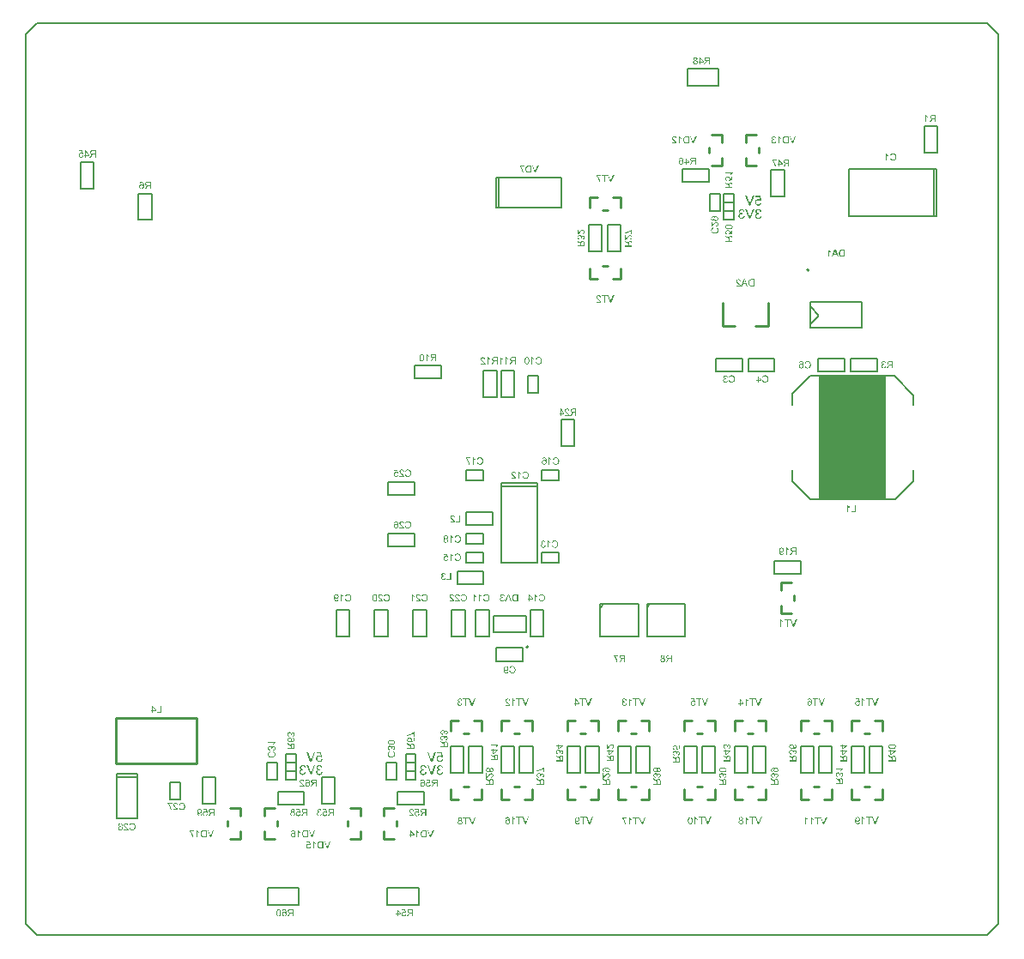
<source format=gbo>
G04*
G04 #@! TF.GenerationSoftware,Altium Limited,Altium Designer,22.5.1 (42)*
G04*
G04 Layer_Color=32896*
%FSLAX44Y44*%
%MOMM*%
G71*
G04*
G04 #@! TF.SameCoordinates,C65D4A69-D674-4943-BDF1-1C6FB35B3B05*
G04*
G04*
G04 #@! TF.FilePolarity,Positive*
G04*
G01*
G75*
%ADD10C,0.2000*%
%ADD12C,0.2500*%
%ADD13C,0.2540*%
G36*
X849000Y551000D02*
Y431000D01*
X783000D01*
Y551000D01*
X849000D01*
D02*
G37*
G36*
X725792Y724701D02*
X724682Y724549D01*
X724585Y724701D01*
X724461Y724826D01*
X724350Y724951D01*
X724239Y725048D01*
X724128Y725117D01*
X724045Y725187D01*
X723989Y725214D01*
X723975Y725228D01*
X723795Y725312D01*
X723615Y725381D01*
X723448Y725423D01*
X723282Y725464D01*
X723143Y725478D01*
X723032Y725492D01*
X722769D01*
X722602Y725464D01*
X722311Y725395D01*
X722061Y725298D01*
X721840Y725201D01*
X721673Y725090D01*
X721548Y724993D01*
X721479Y724923D01*
X721451Y724909D01*
Y724896D01*
X721257Y724660D01*
X721118Y724410D01*
X721021Y724147D01*
X720952Y723883D01*
X720910Y723661D01*
X720896Y723564D01*
Y723481D01*
X720883Y723412D01*
Y723356D01*
Y723328D01*
Y723315D01*
Y723120D01*
X720910Y722940D01*
X720980Y722593D01*
X721077Y722302D01*
X721174Y722066D01*
X721285Y721872D01*
X721382Y721720D01*
X721423Y721678D01*
X721451Y721637D01*
X721465Y721623D01*
X721479Y721609D01*
X721590Y721498D01*
X721701Y721401D01*
X721950Y721234D01*
X722186Y721123D01*
X722422Y721054D01*
X722616Y720999D01*
X722783Y720985D01*
X722838Y720971D01*
X722921D01*
X723185Y720985D01*
X723420Y721040D01*
X723628Y721109D01*
X723795Y721193D01*
X723948Y721276D01*
X724058Y721345D01*
X724114Y721401D01*
X724142Y721415D01*
X724308Y721609D01*
X724447Y721817D01*
X724558Y722053D01*
X724641Y722261D01*
X724696Y722469D01*
X724738Y722621D01*
X724752Y722691D01*
X724766Y722732D01*
Y722760D01*
Y722774D01*
X726000Y722677D01*
X725972Y722455D01*
X725931Y722247D01*
X725806Y721858D01*
X725653Y721525D01*
X725570Y721373D01*
X725487Y721248D01*
X725417Y721123D01*
X725334Y721012D01*
X725265Y720929D01*
X725196Y720860D01*
X725140Y720804D01*
X725112Y720749D01*
X725085Y720735D01*
X725071Y720721D01*
X724904Y720596D01*
X724738Y720485D01*
X724558Y720388D01*
X724377Y720305D01*
X724031Y720180D01*
X723684Y720097D01*
X723531Y720055D01*
X723379Y720042D01*
X723254Y720028D01*
X723143Y720014D01*
X723046Y720000D01*
X722921D01*
X722630Y720014D01*
X722353Y720055D01*
X722089Y720111D01*
X721853Y720180D01*
X721631Y720277D01*
X721423Y720375D01*
X721229Y720471D01*
X721063Y720583D01*
X720910Y720693D01*
X720772Y720790D01*
X720661Y720901D01*
X720564Y720985D01*
X720494Y721054D01*
X720439Y721109D01*
X720411Y721151D01*
X720397Y721165D01*
X720258Y721345D01*
X720147Y721539D01*
X720037Y721720D01*
X719953Y721914D01*
X719815Y722288D01*
X719732Y722649D01*
X719704Y722801D01*
X719676Y722954D01*
X719662Y723079D01*
X719648Y723190D01*
X719634Y723287D01*
Y723356D01*
Y723398D01*
Y723412D01*
X719648Y723661D01*
X719676Y723897D01*
X719718Y724133D01*
X719773Y724341D01*
X719842Y724535D01*
X719912Y724729D01*
X719995Y724896D01*
X720064Y725048D01*
X720147Y725187D01*
X720231Y725312D01*
X720300Y725409D01*
X720369Y725506D01*
X720425Y725575D01*
X720467Y725617D01*
X720494Y725644D01*
X720508Y725658D01*
X720675Y725811D01*
X720841Y725950D01*
X721021Y726060D01*
X721201Y726158D01*
X721382Y726255D01*
X721562Y726324D01*
X721895Y726421D01*
X722048Y726463D01*
X722186Y726490D01*
X722311Y726504D01*
X722422Y726518D01*
X722505Y726532D01*
X722810D01*
X722977Y726504D01*
X723309Y726435D01*
X723615Y726338D01*
X723892Y726227D01*
X724114Y726116D01*
X724211Y726060D01*
X724294Y726019D01*
X724363Y725977D01*
X724405Y725950D01*
X724433Y725936D01*
X724447Y725922D01*
X723934Y728515D01*
X720092D01*
Y729639D01*
X724863D01*
X725792Y724701D01*
D02*
G37*
G36*
X715335Y720166D02*
X714004D01*
X710259Y729763D01*
X711549D01*
X714156Y722788D01*
X714267Y722496D01*
X714364Y722219D01*
X714448Y721955D01*
X714517Y721720D01*
X714586Y721512D01*
X714628Y721359D01*
X714642Y721304D01*
X714656Y721262D01*
X714669Y721234D01*
Y721220D01*
X714836Y721775D01*
X714919Y722039D01*
X715002Y722274D01*
X715072Y722483D01*
X715099Y722566D01*
X715113Y722649D01*
X715141Y722704D01*
X715155Y722746D01*
X715169Y722774D01*
Y722788D01*
X717665Y729763D01*
X719052D01*
X715335Y720166D01*
D02*
G37*
G36*
X290407Y167777D02*
X290781Y167708D01*
X291100Y167597D01*
X291377Y167486D01*
X291502Y167417D01*
X291599Y167361D01*
X291696Y167306D01*
X291766Y167250D01*
X291821Y167209D01*
X291863Y167181D01*
X291891Y167167D01*
X291904Y167153D01*
X292168Y166890D01*
X292376Y166598D01*
X292542Y166293D01*
X292681Y165988D01*
X292764Y165725D01*
X292806Y165614D01*
X292834Y165517D01*
X292847Y165434D01*
X292861Y165378D01*
X292875Y165336D01*
Y165322D01*
X291696Y165114D01*
X291641Y165420D01*
X291558Y165683D01*
X291461Y165905D01*
X291364Y166085D01*
X291266Y166224D01*
X291183Y166321D01*
X291128Y166390D01*
X291114Y166404D01*
X290934Y166543D01*
X290739Y166654D01*
X290559Y166723D01*
X290379Y166779D01*
X290212Y166806D01*
X290088Y166834D01*
X289977D01*
X289727Y166820D01*
X289505Y166765D01*
X289311Y166695D01*
X289145Y166626D01*
X289020Y166543D01*
X288923Y166474D01*
X288853Y166418D01*
X288839Y166404D01*
X288687Y166238D01*
X288576Y166058D01*
X288507Y165877D01*
X288451Y165711D01*
X288423Y165558D01*
X288396Y165447D01*
Y165364D01*
Y165350D01*
Y165336D01*
Y165184D01*
X288423Y165045D01*
X288493Y164809D01*
X288590Y164601D01*
X288701Y164421D01*
X288812Y164296D01*
X288909Y164199D01*
X288978Y164144D01*
X288992Y164130D01*
X289006D01*
X289242Y164005D01*
X289464Y163908D01*
X289699Y163839D01*
X289907Y163797D01*
X290088Y163769D01*
X290240Y163741D01*
X290420D01*
X290476Y163755D01*
X290545D01*
X290684Y162715D01*
X290504Y162757D01*
X290337Y162785D01*
X290199Y162812D01*
X290074Y162826D01*
X289977Y162840D01*
X289852D01*
X289561Y162812D01*
X289297Y162757D01*
X289061Y162674D01*
X288867Y162577D01*
X288715Y162479D01*
X288604Y162396D01*
X288534Y162341D01*
X288507Y162313D01*
X288326Y162105D01*
X288188Y161883D01*
X288091Y161661D01*
X288035Y161439D01*
X287994Y161259D01*
X287980Y161106D01*
X287966Y161051D01*
Y161010D01*
Y160982D01*
Y160968D01*
X287994Y160663D01*
X288063Y160385D01*
X288146Y160150D01*
X288257Y159942D01*
X288368Y159775D01*
X288451Y159650D01*
X288521Y159567D01*
X288548Y159539D01*
X288770Y159345D01*
X289006Y159207D01*
X289242Y159109D01*
X289464Y159040D01*
X289658Y158998D01*
X289810Y158985D01*
X289866Y158971D01*
X289949D01*
X290199Y158985D01*
X290434Y159040D01*
X290642Y159109D01*
X290809Y159193D01*
X290947Y159262D01*
X291058Y159331D01*
X291114Y159387D01*
X291142Y159401D01*
X291308Y159595D01*
X291447Y159817D01*
X291572Y160053D01*
X291669Y160302D01*
X291738Y160510D01*
X291766Y160607D01*
X291780Y160690D01*
X291793Y160760D01*
X291807Y160815D01*
X291821Y160843D01*
Y160857D01*
X293000Y160704D01*
X292972Y160483D01*
X292931Y160274D01*
X292806Y159886D01*
X292653Y159553D01*
X292570Y159415D01*
X292487Y159276D01*
X292404Y159151D01*
X292320Y159054D01*
X292251Y158957D01*
X292182Y158888D01*
X292140Y158832D01*
X292099Y158791D01*
X292071Y158763D01*
X292057Y158749D01*
X291891Y158624D01*
X291724Y158499D01*
X291558Y158402D01*
X291377Y158319D01*
X291031Y158180D01*
X290698Y158097D01*
X290545Y158069D01*
X290407Y158042D01*
X290282Y158028D01*
X290171Y158014D01*
X290088Y158000D01*
X289963D01*
X289699Y158014D01*
X289464Y158042D01*
X289228Y158083D01*
X289006Y158139D01*
X288798Y158208D01*
X288618Y158277D01*
X288437Y158361D01*
X288285Y158444D01*
X288132Y158513D01*
X288007Y158596D01*
X287896Y158666D01*
X287813Y158735D01*
X287744Y158791D01*
X287688Y158832D01*
X287661Y158860D01*
X287647Y158874D01*
X287480Y159040D01*
X287342Y159220D01*
X287217Y159401D01*
X287106Y159581D01*
X287023Y159747D01*
X286940Y159928D01*
X286829Y160261D01*
X286801Y160413D01*
X286773Y160552D01*
X286745Y160677D01*
X286731Y160788D01*
X286718Y160871D01*
Y160940D01*
Y160982D01*
Y160996D01*
X286731Y161328D01*
X286787Y161633D01*
X286870Y161897D01*
X286953Y162119D01*
X287037Y162299D01*
X287120Y162438D01*
X287175Y162521D01*
X287189Y162549D01*
X287383Y162757D01*
X287591Y162937D01*
X287813Y163076D01*
X288035Y163187D01*
X288229Y163270D01*
X288382Y163326D01*
X288437Y163339D01*
X288479Y163353D01*
X288507Y163367D01*
X288521D01*
X288285Y163492D01*
X288091Y163617D01*
X287924Y163755D01*
X287785Y163880D01*
X287675Y163991D01*
X287591Y164088D01*
X287550Y164144D01*
X287536Y164172D01*
X287425Y164366D01*
X287342Y164560D01*
X287272Y164754D01*
X287231Y164934D01*
X287203Y165087D01*
X287189Y165198D01*
Y165281D01*
Y165309D01*
X287203Y165544D01*
X287245Y165780D01*
X287300Y165988D01*
X287369Y166168D01*
X287439Y166321D01*
X287494Y166446D01*
X287536Y166515D01*
X287550Y166543D01*
X287688Y166751D01*
X287855Y166931D01*
X288021Y167084D01*
X288188Y167222D01*
X288326Y167320D01*
X288451Y167403D01*
X288534Y167444D01*
X288548Y167458D01*
X288562D01*
X288812Y167569D01*
X289061Y167652D01*
X289311Y167722D01*
X289533Y167763D01*
X289713Y167791D01*
X289866Y167805D01*
X290212D01*
X290407Y167777D01*
D02*
G37*
G36*
X274000D02*
X274375Y167708D01*
X274694Y167597D01*
X274971Y167486D01*
X275096Y167417D01*
X275193Y167361D01*
X275290Y167306D01*
X275359Y167250D01*
X275415Y167209D01*
X275457Y167181D01*
X275484Y167167D01*
X275498Y167153D01*
X275762Y166890D01*
X275970Y166598D01*
X276136Y166293D01*
X276275Y165988D01*
X276358Y165725D01*
X276399Y165614D01*
X276427Y165517D01*
X276441Y165434D01*
X276455Y165378D01*
X276469Y165336D01*
Y165322D01*
X275290Y165114D01*
X275235Y165420D01*
X275151Y165683D01*
X275054Y165905D01*
X274957Y166085D01*
X274860Y166224D01*
X274777Y166321D01*
X274721Y166390D01*
X274708Y166404D01*
X274527Y166543D01*
X274333Y166654D01*
X274153Y166723D01*
X273973Y166779D01*
X273806Y166806D01*
X273681Y166834D01*
X273570D01*
X273321Y166820D01*
X273099Y166765D01*
X272905Y166695D01*
X272738Y166626D01*
X272614Y166543D01*
X272516Y166474D01*
X272447Y166418D01*
X272433Y166404D01*
X272281Y166238D01*
X272170Y166058D01*
X272100Y165877D01*
X272045Y165711D01*
X272017Y165558D01*
X271989Y165447D01*
Y165364D01*
Y165350D01*
Y165336D01*
Y165184D01*
X272017Y165045D01*
X272087Y164809D01*
X272183Y164601D01*
X272295Y164421D01*
X272405Y164296D01*
X272502Y164199D01*
X272572Y164144D01*
X272586Y164130D01*
X272600D01*
X272835Y164005D01*
X273057Y163908D01*
X273293Y163839D01*
X273501Y163797D01*
X273681Y163769D01*
X273834Y163741D01*
X274014D01*
X274070Y163755D01*
X274139D01*
X274278Y162715D01*
X274097Y162757D01*
X273931Y162785D01*
X273792Y162812D01*
X273667Y162826D01*
X273570Y162840D01*
X273446D01*
X273154Y162812D01*
X272891Y162757D01*
X272655Y162674D01*
X272461Y162577D01*
X272308Y162479D01*
X272197Y162396D01*
X272128Y162341D01*
X272100Y162313D01*
X271920Y162105D01*
X271781Y161883D01*
X271684Y161661D01*
X271629Y161439D01*
X271587Y161259D01*
X271573Y161106D01*
X271560Y161051D01*
Y161010D01*
Y160982D01*
Y160968D01*
X271587Y160663D01*
X271656Y160385D01*
X271740Y160150D01*
X271851Y159942D01*
X271962Y159775D01*
X272045Y159650D01*
X272114Y159567D01*
X272142Y159539D01*
X272364Y159345D01*
X272600Y159207D01*
X272835Y159109D01*
X273057Y159040D01*
X273251Y158998D01*
X273404Y158985D01*
X273459Y158971D01*
X273543D01*
X273792Y158985D01*
X274028Y159040D01*
X274236Y159109D01*
X274403Y159193D01*
X274541Y159262D01*
X274652Y159331D01*
X274708Y159387D01*
X274735Y159401D01*
X274902Y159595D01*
X275040Y159817D01*
X275165Y160053D01*
X275262Y160302D01*
X275332Y160510D01*
X275359Y160607D01*
X275373Y160690D01*
X275387Y160760D01*
X275401Y160815D01*
X275415Y160843D01*
Y160857D01*
X276594Y160704D01*
X276566Y160483D01*
X276524Y160274D01*
X276399Y159886D01*
X276247Y159553D01*
X276164Y159415D01*
X276081Y159276D01*
X275997Y159151D01*
X275914Y159054D01*
X275845Y158957D01*
X275775Y158888D01*
X275734Y158832D01*
X275692Y158791D01*
X275665Y158763D01*
X275651Y158749D01*
X275484Y158624D01*
X275318Y158499D01*
X275151Y158402D01*
X274971Y158319D01*
X274624Y158180D01*
X274291Y158097D01*
X274139Y158069D01*
X274000Y158042D01*
X273876Y158028D01*
X273764Y158014D01*
X273681Y158000D01*
X273556D01*
X273293Y158014D01*
X273057Y158042D01*
X272822Y158083D01*
X272600Y158139D01*
X272392Y158208D01*
X272211Y158277D01*
X272031Y158361D01*
X271878Y158444D01*
X271726Y158513D01*
X271601Y158596D01*
X271490Y158666D01*
X271407Y158735D01*
X271338Y158791D01*
X271282Y158832D01*
X271254Y158860D01*
X271241Y158874D01*
X271074Y159040D01*
X270935Y159220D01*
X270811Y159401D01*
X270700Y159581D01*
X270616Y159747D01*
X270533Y159928D01*
X270422Y160261D01*
X270394Y160413D01*
X270367Y160552D01*
X270339Y160677D01*
X270325Y160788D01*
X270311Y160871D01*
Y160940D01*
Y160982D01*
Y160996D01*
X270325Y161328D01*
X270381Y161633D01*
X270464Y161897D01*
X270547Y162119D01*
X270630Y162299D01*
X270714Y162438D01*
X270769Y162521D01*
X270783Y162549D01*
X270977Y162757D01*
X271185Y162937D01*
X271407Y163076D01*
X271629Y163187D01*
X271823Y163270D01*
X271975Y163326D01*
X272031Y163339D01*
X272073Y163353D01*
X272100Y163367D01*
X272114D01*
X271878Y163492D01*
X271684Y163617D01*
X271518Y163755D01*
X271379Y163880D01*
X271268Y163991D01*
X271185Y164088D01*
X271143Y164144D01*
X271129Y164172D01*
X271019Y164366D01*
X270935Y164560D01*
X270866Y164754D01*
X270824Y164934D01*
X270797Y165087D01*
X270783Y165198D01*
Y165281D01*
Y165309D01*
X270797Y165544D01*
X270838Y165780D01*
X270894Y165988D01*
X270963Y166168D01*
X271033Y166321D01*
X271088Y166446D01*
X271129Y166515D01*
X271143Y166543D01*
X271282Y166751D01*
X271448Y166931D01*
X271615Y167084D01*
X271781Y167222D01*
X271920Y167320D01*
X272045Y167403D01*
X272128Y167444D01*
X272142Y167458D01*
X272156D01*
X272405Y167569D01*
X272655Y167652D01*
X272905Y167722D01*
X273127Y167763D01*
X273307Y167791D01*
X273459Y167805D01*
X273806D01*
X274000Y167777D01*
D02*
G37*
G36*
X282349Y158166D02*
X281018D01*
X277273Y167763D01*
X278563D01*
X281170Y160788D01*
X281281Y160496D01*
X281378Y160219D01*
X281462Y159956D01*
X281531Y159720D01*
X281600Y159512D01*
X281642Y159359D01*
X281656Y159304D01*
X281670Y159262D01*
X281683Y159234D01*
Y159220D01*
X281850Y159775D01*
X281933Y160039D01*
X282016Y160274D01*
X282086Y160483D01*
X282113Y160566D01*
X282127Y160649D01*
X282155Y160704D01*
X282169Y160746D01*
X282183Y160774D01*
Y160788D01*
X284679Y167763D01*
X286066D01*
X282349Y158166D01*
D02*
G37*
G36*
X409407Y167777D02*
X409781Y167708D01*
X410100Y167597D01*
X410377Y167486D01*
X410502Y167417D01*
X410599Y167361D01*
X410696Y167306D01*
X410766Y167250D01*
X410821Y167209D01*
X410863Y167181D01*
X410891Y167167D01*
X410904Y167153D01*
X411168Y166890D01*
X411376Y166598D01*
X411542Y166293D01*
X411681Y165988D01*
X411764Y165725D01*
X411806Y165614D01*
X411834Y165517D01*
X411847Y165434D01*
X411861Y165378D01*
X411875Y165336D01*
Y165322D01*
X410696Y165114D01*
X410641Y165420D01*
X410558Y165683D01*
X410461Y165905D01*
X410364Y166085D01*
X410266Y166224D01*
X410183Y166321D01*
X410128Y166390D01*
X410114Y166404D01*
X409934Y166543D01*
X409739Y166654D01*
X409559Y166723D01*
X409379Y166779D01*
X409212Y166806D01*
X409088Y166834D01*
X408977D01*
X408727Y166820D01*
X408505Y166765D01*
X408311Y166695D01*
X408145Y166626D01*
X408020Y166543D01*
X407923Y166474D01*
X407853Y166418D01*
X407840Y166404D01*
X407687Y166238D01*
X407576Y166058D01*
X407507Y165877D01*
X407451Y165711D01*
X407423Y165558D01*
X407396Y165447D01*
Y165364D01*
Y165350D01*
Y165336D01*
Y165184D01*
X407423Y165045D01*
X407493Y164809D01*
X407590Y164601D01*
X407701Y164421D01*
X407812Y164296D01*
X407909Y164199D01*
X407978Y164144D01*
X407992Y164130D01*
X408006D01*
X408242Y164005D01*
X408464Y163908D01*
X408699Y163839D01*
X408907Y163797D01*
X409088Y163769D01*
X409240Y163741D01*
X409421D01*
X409476Y163755D01*
X409545D01*
X409684Y162715D01*
X409504Y162757D01*
X409337Y162785D01*
X409199Y162812D01*
X409074Y162826D01*
X408977Y162840D01*
X408852D01*
X408561Y162812D01*
X408297Y162757D01*
X408061Y162674D01*
X407867Y162577D01*
X407715Y162479D01*
X407604Y162396D01*
X407534Y162341D01*
X407507Y162313D01*
X407326Y162105D01*
X407188Y161883D01*
X407091Y161661D01*
X407035Y161439D01*
X406993Y161259D01*
X406980Y161106D01*
X406966Y161051D01*
Y161010D01*
Y160982D01*
Y160968D01*
X406993Y160663D01*
X407063Y160385D01*
X407146Y160150D01*
X407257Y159942D01*
X407368Y159775D01*
X407451Y159650D01*
X407520Y159567D01*
X407548Y159539D01*
X407770Y159345D01*
X408006Y159207D01*
X408242Y159109D01*
X408464Y159040D01*
X408658Y158998D01*
X408810Y158985D01*
X408866Y158971D01*
X408949D01*
X409199Y158985D01*
X409434Y159040D01*
X409642Y159109D01*
X409809Y159193D01*
X409948Y159262D01*
X410058Y159331D01*
X410114Y159387D01*
X410142Y159401D01*
X410308Y159595D01*
X410447Y159817D01*
X410572Y160053D01*
X410669Y160302D01*
X410738Y160510D01*
X410766Y160607D01*
X410780Y160690D01*
X410793Y160760D01*
X410807Y160815D01*
X410821Y160843D01*
Y160857D01*
X412000Y160704D01*
X411972Y160483D01*
X411931Y160274D01*
X411806Y159886D01*
X411653Y159553D01*
X411570Y159415D01*
X411487Y159276D01*
X411404Y159151D01*
X411320Y159054D01*
X411251Y158957D01*
X411182Y158888D01*
X411140Y158832D01*
X411099Y158791D01*
X411071Y158763D01*
X411057Y158749D01*
X410891Y158624D01*
X410724Y158499D01*
X410558Y158402D01*
X410377Y158319D01*
X410031Y158180D01*
X409698Y158097D01*
X409545Y158069D01*
X409407Y158042D01*
X409282Y158028D01*
X409171Y158014D01*
X409088Y158000D01*
X408963D01*
X408699Y158014D01*
X408464Y158042D01*
X408228Y158083D01*
X408006Y158139D01*
X407798Y158208D01*
X407618Y158277D01*
X407437Y158361D01*
X407285Y158444D01*
X407132Y158513D01*
X407007Y158596D01*
X406896Y158666D01*
X406813Y158735D01*
X406744Y158791D01*
X406688Y158832D01*
X406661Y158860D01*
X406647Y158874D01*
X406480Y159040D01*
X406342Y159220D01*
X406217Y159401D01*
X406106Y159581D01*
X406023Y159747D01*
X405939Y159928D01*
X405829Y160261D01*
X405801Y160413D01*
X405773Y160552D01*
X405745Y160677D01*
X405732Y160788D01*
X405718Y160871D01*
Y160940D01*
Y160982D01*
Y160996D01*
X405732Y161328D01*
X405787Y161633D01*
X405870Y161897D01*
X405953Y162119D01*
X406037Y162299D01*
X406120Y162438D01*
X406175Y162521D01*
X406189Y162549D01*
X406383Y162757D01*
X406591Y162937D01*
X406813Y163076D01*
X407035Y163187D01*
X407229Y163270D01*
X407382Y163326D01*
X407437Y163339D01*
X407479Y163353D01*
X407507Y163367D01*
X407520D01*
X407285Y163492D01*
X407091Y163617D01*
X406924Y163755D01*
X406786Y163880D01*
X406674Y163991D01*
X406591Y164088D01*
X406550Y164144D01*
X406536Y164172D01*
X406425Y164366D01*
X406342Y164560D01*
X406272Y164754D01*
X406231Y164934D01*
X406203Y165087D01*
X406189Y165198D01*
Y165281D01*
Y165309D01*
X406203Y165544D01*
X406245Y165780D01*
X406300Y165988D01*
X406369Y166168D01*
X406439Y166321D01*
X406494Y166446D01*
X406536Y166515D01*
X406550Y166543D01*
X406688Y166751D01*
X406855Y166931D01*
X407021Y167084D01*
X407188Y167222D01*
X407326Y167320D01*
X407451Y167403D01*
X407534Y167444D01*
X407548Y167458D01*
X407562D01*
X407812Y167569D01*
X408061Y167652D01*
X408311Y167722D01*
X408533Y167763D01*
X408713Y167791D01*
X408866Y167805D01*
X409212D01*
X409407Y167777D01*
D02*
G37*
G36*
X393000D02*
X393375Y167708D01*
X393694Y167597D01*
X393971Y167486D01*
X394096Y167417D01*
X394193Y167361D01*
X394290Y167306D01*
X394359Y167250D01*
X394415Y167209D01*
X394456Y167181D01*
X394484Y167167D01*
X394498Y167153D01*
X394762Y166890D01*
X394970Y166598D01*
X395136Y166293D01*
X395275Y165988D01*
X395358Y165725D01*
X395400Y165614D01*
X395427Y165517D01*
X395441Y165434D01*
X395455Y165378D01*
X395469Y165336D01*
Y165322D01*
X394290Y165114D01*
X394235Y165420D01*
X394151Y165683D01*
X394054Y165905D01*
X393957Y166085D01*
X393860Y166224D01*
X393777Y166321D01*
X393722Y166390D01*
X393708Y166404D01*
X393527Y166543D01*
X393333Y166654D01*
X393153Y166723D01*
X392973Y166779D01*
X392806Y166806D01*
X392681Y166834D01*
X392570D01*
X392321Y166820D01*
X392099Y166765D01*
X391905Y166695D01*
X391738Y166626D01*
X391614Y166543D01*
X391516Y166474D01*
X391447Y166418D01*
X391433Y166404D01*
X391281Y166238D01*
X391170Y166058D01*
X391100Y165877D01*
X391045Y165711D01*
X391017Y165558D01*
X390989Y165447D01*
Y165364D01*
Y165350D01*
Y165336D01*
Y165184D01*
X391017Y165045D01*
X391087Y164809D01*
X391184Y164601D01*
X391295Y164421D01*
X391405Y164296D01*
X391502Y164199D01*
X391572Y164144D01*
X391586Y164130D01*
X391600D01*
X391835Y164005D01*
X392057Y163908D01*
X392293Y163839D01*
X392501Y163797D01*
X392681Y163769D01*
X392834Y163741D01*
X393014D01*
X393070Y163755D01*
X393139D01*
X393278Y162715D01*
X393097Y162757D01*
X392931Y162785D01*
X392792Y162812D01*
X392668Y162826D01*
X392570Y162840D01*
X392446D01*
X392154Y162812D01*
X391891Y162757D01*
X391655Y162674D01*
X391461Y162577D01*
X391308Y162479D01*
X391197Y162396D01*
X391128Y162341D01*
X391100Y162313D01*
X390920Y162105D01*
X390781Y161883D01*
X390684Y161661D01*
X390629Y161439D01*
X390587Y161259D01*
X390573Y161106D01*
X390560Y161051D01*
Y161010D01*
Y160982D01*
Y160968D01*
X390587Y160663D01*
X390657Y160385D01*
X390740Y160150D01*
X390851Y159942D01*
X390962Y159775D01*
X391045Y159650D01*
X391114Y159567D01*
X391142Y159539D01*
X391364Y159345D01*
X391600Y159207D01*
X391835Y159109D01*
X392057Y159040D01*
X392251Y158998D01*
X392404Y158985D01*
X392459Y158971D01*
X392543D01*
X392792Y158985D01*
X393028Y159040D01*
X393236Y159109D01*
X393402Y159193D01*
X393541Y159262D01*
X393652Y159331D01*
X393708Y159387D01*
X393735Y159401D01*
X393902Y159595D01*
X394040Y159817D01*
X394165Y160053D01*
X394262Y160302D01*
X394332Y160510D01*
X394359Y160607D01*
X394373Y160690D01*
X394387Y160760D01*
X394401Y160815D01*
X394415Y160843D01*
Y160857D01*
X395594Y160704D01*
X395566Y160483D01*
X395524Y160274D01*
X395400Y159886D01*
X395247Y159553D01*
X395164Y159415D01*
X395081Y159276D01*
X394997Y159151D01*
X394914Y159054D01*
X394845Y158957D01*
X394776Y158888D01*
X394734Y158832D01*
X394692Y158791D01*
X394664Y158763D01*
X394651Y158749D01*
X394484Y158624D01*
X394318Y158499D01*
X394151Y158402D01*
X393971Y158319D01*
X393624Y158180D01*
X393292Y158097D01*
X393139Y158069D01*
X393000Y158042D01*
X392876Y158028D01*
X392765Y158014D01*
X392681Y158000D01*
X392556D01*
X392293Y158014D01*
X392057Y158042D01*
X391822Y158083D01*
X391600Y158139D01*
X391392Y158208D01*
X391211Y158277D01*
X391031Y158361D01*
X390878Y158444D01*
X390726Y158513D01*
X390601Y158596D01*
X390490Y158666D01*
X390407Y158735D01*
X390338Y158791D01*
X390282Y158832D01*
X390254Y158860D01*
X390241Y158874D01*
X390074Y159040D01*
X389935Y159220D01*
X389811Y159401D01*
X389700Y159581D01*
X389616Y159747D01*
X389533Y159928D01*
X389422Y160261D01*
X389394Y160413D01*
X389367Y160552D01*
X389339Y160677D01*
X389325Y160788D01*
X389311Y160871D01*
Y160940D01*
Y160982D01*
Y160996D01*
X389325Y161328D01*
X389381Y161633D01*
X389464Y161897D01*
X389547Y162119D01*
X389630Y162299D01*
X389714Y162438D01*
X389769Y162521D01*
X389783Y162549D01*
X389977Y162757D01*
X390185Y162937D01*
X390407Y163076D01*
X390629Y163187D01*
X390823Y163270D01*
X390975Y163326D01*
X391031Y163339D01*
X391073Y163353D01*
X391100Y163367D01*
X391114D01*
X390878Y163492D01*
X390684Y163617D01*
X390518Y163755D01*
X390379Y163880D01*
X390268Y163991D01*
X390185Y164088D01*
X390143Y164144D01*
X390130Y164172D01*
X390019Y164366D01*
X389935Y164560D01*
X389866Y164754D01*
X389824Y164934D01*
X389797Y165087D01*
X389783Y165198D01*
Y165281D01*
Y165309D01*
X389797Y165544D01*
X389838Y165780D01*
X389894Y165988D01*
X389963Y166168D01*
X390033Y166321D01*
X390088Y166446D01*
X390130Y166515D01*
X390143Y166543D01*
X390282Y166751D01*
X390448Y166931D01*
X390615Y167084D01*
X390781Y167222D01*
X390920Y167320D01*
X391045Y167403D01*
X391128Y167444D01*
X391142Y167458D01*
X391156D01*
X391405Y167569D01*
X391655Y167652D01*
X391905Y167722D01*
X392127Y167763D01*
X392307Y167791D01*
X392459Y167805D01*
X392806D01*
X393000Y167777D01*
D02*
G37*
G36*
X401349Y158166D02*
X400018D01*
X396273Y167763D01*
X397563D01*
X400170Y160788D01*
X400281Y160496D01*
X400378Y160219D01*
X400462Y159956D01*
X400531Y159720D01*
X400600Y159512D01*
X400642Y159359D01*
X400656Y159304D01*
X400670Y159262D01*
X400683Y159234D01*
Y159220D01*
X400850Y159775D01*
X400933Y160039D01*
X401016Y160274D01*
X401086Y160483D01*
X401113Y160566D01*
X401127Y160649D01*
X401155Y160704D01*
X401169Y160746D01*
X401183Y160774D01*
Y160788D01*
X403679Y167763D01*
X405066D01*
X401349Y158166D01*
D02*
G37*
G36*
X411792Y175701D02*
X410682Y175549D01*
X410585Y175701D01*
X410461Y175826D01*
X410350Y175951D01*
X410239Y176048D01*
X410128Y176117D01*
X410045Y176187D01*
X409989Y176215D01*
X409975Y176228D01*
X409795Y176312D01*
X409615Y176381D01*
X409448Y176423D01*
X409282Y176464D01*
X409143Y176478D01*
X409032Y176492D01*
X408769D01*
X408602Y176464D01*
X408311Y176395D01*
X408061Y176298D01*
X407840Y176201D01*
X407673Y176090D01*
X407548Y175993D01*
X407479Y175923D01*
X407451Y175909D01*
Y175896D01*
X407257Y175660D01*
X407118Y175410D01*
X407021Y175147D01*
X406952Y174883D01*
X406910Y174661D01*
X406896Y174564D01*
Y174481D01*
X406883Y174412D01*
Y174356D01*
Y174328D01*
Y174315D01*
Y174120D01*
X406910Y173940D01*
X406980Y173593D01*
X407077Y173302D01*
X407174Y173066D01*
X407285Y172872D01*
X407382Y172720D01*
X407423Y172678D01*
X407451Y172637D01*
X407465Y172623D01*
X407479Y172609D01*
X407590Y172498D01*
X407701Y172401D01*
X407950Y172234D01*
X408186Y172123D01*
X408422Y172054D01*
X408616Y171999D01*
X408783Y171985D01*
X408838Y171971D01*
X408921D01*
X409185Y171985D01*
X409421Y172040D01*
X409628Y172110D01*
X409795Y172193D01*
X409948Y172276D01*
X410058Y172345D01*
X410114Y172401D01*
X410142Y172415D01*
X410308Y172609D01*
X410447Y172817D01*
X410558Y173053D01*
X410641Y173261D01*
X410696Y173469D01*
X410738Y173621D01*
X410752Y173690D01*
X410766Y173732D01*
Y173760D01*
Y173774D01*
X412000Y173677D01*
X411972Y173455D01*
X411931Y173247D01*
X411806Y172858D01*
X411653Y172526D01*
X411570Y172373D01*
X411487Y172248D01*
X411418Y172123D01*
X411334Y172012D01*
X411265Y171929D01*
X411196Y171860D01*
X411140Y171804D01*
X411112Y171749D01*
X411085Y171735D01*
X411071Y171721D01*
X410904Y171596D01*
X410738Y171485D01*
X410558Y171388D01*
X410377Y171305D01*
X410031Y171180D01*
X409684Y171097D01*
X409531Y171056D01*
X409379Y171042D01*
X409254Y171028D01*
X409143Y171014D01*
X409046Y171000D01*
X408921D01*
X408630Y171014D01*
X408353Y171056D01*
X408089Y171111D01*
X407853Y171180D01*
X407631Y171277D01*
X407423Y171374D01*
X407229Y171472D01*
X407063Y171583D01*
X406910Y171693D01*
X406772Y171791D01*
X406661Y171901D01*
X406564Y171985D01*
X406494Y172054D01*
X406439Y172110D01*
X406411Y172151D01*
X406397Y172165D01*
X406259Y172345D01*
X406147Y172539D01*
X406037Y172720D01*
X405953Y172914D01*
X405815Y173288D01*
X405732Y173649D01*
X405704Y173801D01*
X405676Y173954D01*
X405662Y174079D01*
X405648Y174190D01*
X405634Y174287D01*
Y174356D01*
Y174398D01*
Y174412D01*
X405648Y174661D01*
X405676Y174897D01*
X405718Y175133D01*
X405773Y175341D01*
X405842Y175535D01*
X405912Y175729D01*
X405995Y175896D01*
X406064Y176048D01*
X406147Y176187D01*
X406231Y176312D01*
X406300Y176409D01*
X406369Y176506D01*
X406425Y176575D01*
X406466Y176617D01*
X406494Y176644D01*
X406508Y176658D01*
X406674Y176811D01*
X406841Y176950D01*
X407021Y177061D01*
X407201Y177158D01*
X407382Y177255D01*
X407562Y177324D01*
X407895Y177421D01*
X408047Y177463D01*
X408186Y177490D01*
X408311Y177504D01*
X408422Y177518D01*
X408505Y177532D01*
X408810D01*
X408977Y177504D01*
X409310Y177435D01*
X409615Y177338D01*
X409892Y177227D01*
X410114Y177116D01*
X410211Y177061D01*
X410294Y177019D01*
X410364Y176977D01*
X410405Y176950D01*
X410433Y176936D01*
X410447Y176922D01*
X409934Y179515D01*
X406092D01*
Y180639D01*
X410863D01*
X411792Y175701D01*
D02*
G37*
G36*
X401335Y171166D02*
X400004D01*
X396259Y180763D01*
X397549D01*
X400156Y173788D01*
X400267Y173496D01*
X400364Y173219D01*
X400448Y172955D01*
X400517Y172720D01*
X400586Y172512D01*
X400628Y172359D01*
X400642Y172304D01*
X400656Y172262D01*
X400670Y172234D01*
Y172220D01*
X400836Y172775D01*
X400919Y173039D01*
X401002Y173274D01*
X401072Y173482D01*
X401100Y173566D01*
X401113Y173649D01*
X401141Y173704D01*
X401155Y173746D01*
X401169Y173774D01*
Y173788D01*
X403665Y180763D01*
X405052D01*
X401335Y171166D01*
D02*
G37*
G36*
X723407Y716777D02*
X723781Y716708D01*
X724100Y716597D01*
X724377Y716486D01*
X724502Y716417D01*
X724599Y716361D01*
X724696Y716306D01*
X724766Y716250D01*
X724821Y716209D01*
X724863Y716181D01*
X724891Y716167D01*
X724904Y716153D01*
X725168Y715890D01*
X725376Y715598D01*
X725542Y715293D01*
X725681Y714988D01*
X725764Y714725D01*
X725806Y714614D01*
X725834Y714517D01*
X725847Y714434D01*
X725861Y714378D01*
X725875Y714336D01*
Y714323D01*
X724696Y714115D01*
X724641Y714420D01*
X724558Y714683D01*
X724461Y714905D01*
X724363Y715085D01*
X724266Y715224D01*
X724183Y715321D01*
X724128Y715390D01*
X724114Y715404D01*
X723934Y715543D01*
X723739Y715654D01*
X723559Y715723D01*
X723379Y715779D01*
X723212Y715806D01*
X723088Y715834D01*
X722977D01*
X722727Y715820D01*
X722505Y715765D01*
X722311Y715695D01*
X722145Y715626D01*
X722020Y715543D01*
X721923Y715474D01*
X721853Y715418D01*
X721840Y715404D01*
X721687Y715238D01*
X721576Y715058D01*
X721507Y714877D01*
X721451Y714711D01*
X721423Y714558D01*
X721396Y714447D01*
Y714364D01*
Y714350D01*
Y714336D01*
Y714184D01*
X721423Y714045D01*
X721493Y713809D01*
X721590Y713601D01*
X721701Y713421D01*
X721812Y713296D01*
X721909Y713199D01*
X721978Y713144D01*
X721992Y713130D01*
X722006D01*
X722242Y713005D01*
X722464Y712908D01*
X722699Y712839D01*
X722907Y712797D01*
X723088Y712769D01*
X723240Y712741D01*
X723420D01*
X723476Y712755D01*
X723545D01*
X723684Y711715D01*
X723504Y711757D01*
X723337Y711785D01*
X723199Y711812D01*
X723074Y711826D01*
X722977Y711840D01*
X722852D01*
X722561Y711812D01*
X722297Y711757D01*
X722061Y711674D01*
X721867Y711577D01*
X721715Y711479D01*
X721604Y711396D01*
X721534Y711341D01*
X721507Y711313D01*
X721326Y711105D01*
X721188Y710883D01*
X721091Y710661D01*
X721035Y710439D01*
X720993Y710259D01*
X720980Y710107D01*
X720966Y710051D01*
Y710010D01*
Y709982D01*
Y709968D01*
X720993Y709663D01*
X721063Y709385D01*
X721146Y709150D01*
X721257Y708942D01*
X721368Y708775D01*
X721451Y708650D01*
X721520Y708567D01*
X721548Y708539D01*
X721770Y708345D01*
X722006Y708207D01*
X722242Y708110D01*
X722464Y708040D01*
X722658Y707999D01*
X722810Y707985D01*
X722866Y707971D01*
X722949D01*
X723199Y707985D01*
X723434Y708040D01*
X723642Y708110D01*
X723809Y708193D01*
X723948Y708262D01*
X724058Y708331D01*
X724114Y708387D01*
X724142Y708401D01*
X724308Y708595D01*
X724447Y708817D01*
X724572Y709053D01*
X724669Y709302D01*
X724738Y709510D01*
X724766Y709607D01*
X724780Y709690D01*
X724793Y709760D01*
X724807Y709815D01*
X724821Y709843D01*
Y709857D01*
X726000Y709704D01*
X725972Y709482D01*
X725931Y709274D01*
X725806Y708886D01*
X725653Y708553D01*
X725570Y708415D01*
X725487Y708276D01*
X725404Y708151D01*
X725320Y708054D01*
X725251Y707957D01*
X725182Y707888D01*
X725140Y707832D01*
X725098Y707791D01*
X725071Y707763D01*
X725057Y707749D01*
X724891Y707624D01*
X724724Y707499D01*
X724558Y707402D01*
X724377Y707319D01*
X724031Y707180D01*
X723698Y707097D01*
X723545Y707069D01*
X723407Y707042D01*
X723282Y707028D01*
X723171Y707014D01*
X723088Y707000D01*
X722963D01*
X722699Y707014D01*
X722464Y707042D01*
X722228Y707083D01*
X722006Y707139D01*
X721798Y707208D01*
X721618Y707277D01*
X721437Y707361D01*
X721285Y707444D01*
X721132Y707513D01*
X721007Y707596D01*
X720896Y707666D01*
X720813Y707735D01*
X720744Y707791D01*
X720688Y707832D01*
X720661Y707860D01*
X720647Y707874D01*
X720480Y708040D01*
X720342Y708220D01*
X720217Y708401D01*
X720106Y708581D01*
X720023Y708747D01*
X719939Y708928D01*
X719829Y709261D01*
X719801Y709413D01*
X719773Y709552D01*
X719745Y709677D01*
X719732Y709788D01*
X719718Y709871D01*
Y709940D01*
Y709982D01*
Y709996D01*
X719732Y710328D01*
X719787Y710633D01*
X719870Y710897D01*
X719953Y711119D01*
X720037Y711299D01*
X720120Y711438D01*
X720175Y711521D01*
X720189Y711549D01*
X720383Y711757D01*
X720591Y711937D01*
X720813Y712076D01*
X721035Y712187D01*
X721229Y712270D01*
X721382Y712326D01*
X721437Y712339D01*
X721479Y712353D01*
X721507Y712367D01*
X721520D01*
X721285Y712492D01*
X721091Y712617D01*
X720924Y712755D01*
X720786Y712880D01*
X720675Y712991D01*
X720591Y713088D01*
X720550Y713144D01*
X720536Y713171D01*
X720425Y713366D01*
X720342Y713560D01*
X720272Y713754D01*
X720231Y713934D01*
X720203Y714087D01*
X720189Y714198D01*
Y714281D01*
Y714309D01*
X720203Y714544D01*
X720245Y714780D01*
X720300Y714988D01*
X720369Y715169D01*
X720439Y715321D01*
X720494Y715446D01*
X720536Y715515D01*
X720550Y715543D01*
X720688Y715751D01*
X720855Y715931D01*
X721021Y716084D01*
X721188Y716223D01*
X721326Y716320D01*
X721451Y716403D01*
X721534Y716444D01*
X721548Y716458D01*
X721562D01*
X721812Y716569D01*
X722061Y716652D01*
X722311Y716722D01*
X722533Y716763D01*
X722713Y716791D01*
X722866Y716805D01*
X723212D01*
X723407Y716777D01*
D02*
G37*
G36*
X707000D02*
X707375Y716708D01*
X707694Y716597D01*
X707971Y716486D01*
X708096Y716417D01*
X708193Y716361D01*
X708290Y716306D01*
X708359Y716250D01*
X708415Y716209D01*
X708456Y716181D01*
X708484Y716167D01*
X708498Y716153D01*
X708762Y715890D01*
X708970Y715598D01*
X709136Y715293D01*
X709275Y714988D01*
X709358Y714725D01*
X709399Y714614D01*
X709427Y714517D01*
X709441Y714434D01*
X709455Y714378D01*
X709469Y714336D01*
Y714323D01*
X708290Y714115D01*
X708235Y714420D01*
X708151Y714683D01*
X708054Y714905D01*
X707957Y715085D01*
X707860Y715224D01*
X707777Y715321D01*
X707721Y715390D01*
X707708Y715404D01*
X707527Y715543D01*
X707333Y715654D01*
X707153Y715723D01*
X706973Y715779D01*
X706806Y715806D01*
X706681Y715834D01*
X706570D01*
X706321Y715820D01*
X706099Y715765D01*
X705905Y715695D01*
X705738Y715626D01*
X705613Y715543D01*
X705516Y715474D01*
X705447Y715418D01*
X705433Y715404D01*
X705281Y715238D01*
X705170Y715058D01*
X705100Y714877D01*
X705045Y714711D01*
X705017Y714558D01*
X704989Y714447D01*
Y714364D01*
Y714350D01*
Y714336D01*
Y714184D01*
X705017Y714045D01*
X705086Y713809D01*
X705183Y713601D01*
X705294Y713421D01*
X705405Y713296D01*
X705502Y713199D01*
X705572Y713144D01*
X705586Y713130D01*
X705600D01*
X705835Y713005D01*
X706057Y712908D01*
X706293Y712839D01*
X706501Y712797D01*
X706681Y712769D01*
X706834Y712741D01*
X707014D01*
X707070Y712755D01*
X707139D01*
X707278Y711715D01*
X707097Y711757D01*
X706931Y711785D01*
X706792Y711812D01*
X706667Y711826D01*
X706570Y711840D01*
X706446D01*
X706154Y711812D01*
X705891Y711757D01*
X705655Y711674D01*
X705461Y711577D01*
X705308Y711479D01*
X705197Y711396D01*
X705128Y711341D01*
X705100Y711313D01*
X704920Y711105D01*
X704781Y710883D01*
X704684Y710661D01*
X704629Y710439D01*
X704587Y710259D01*
X704573Y710107D01*
X704559Y710051D01*
Y710010D01*
Y709982D01*
Y709968D01*
X704587Y709663D01*
X704657Y709385D01*
X704740Y709150D01*
X704851Y708942D01*
X704962Y708775D01*
X705045Y708650D01*
X705114Y708567D01*
X705142Y708539D01*
X705364Y708345D01*
X705600Y708207D01*
X705835Y708110D01*
X706057Y708040D01*
X706251Y707999D01*
X706404Y707985D01*
X706459Y707971D01*
X706543D01*
X706792Y707985D01*
X707028Y708040D01*
X707236Y708110D01*
X707402Y708193D01*
X707541Y708262D01*
X707652Y708331D01*
X707708Y708387D01*
X707735Y708401D01*
X707902Y708595D01*
X708040Y708817D01*
X708165Y709053D01*
X708262Y709302D01*
X708332Y709510D01*
X708359Y709607D01*
X708373Y709690D01*
X708387Y709760D01*
X708401Y709815D01*
X708415Y709843D01*
Y709857D01*
X709594Y709704D01*
X709566Y709482D01*
X709524Y709274D01*
X709399Y708886D01*
X709247Y708553D01*
X709164Y708415D01*
X709081Y708276D01*
X708997Y708151D01*
X708914Y708054D01*
X708845Y707957D01*
X708775Y707888D01*
X708734Y707832D01*
X708692Y707791D01*
X708664Y707763D01*
X708651Y707749D01*
X708484Y707624D01*
X708318Y707499D01*
X708151Y707402D01*
X707971Y707319D01*
X707624Y707180D01*
X707291Y707097D01*
X707139Y707069D01*
X707000Y707042D01*
X706876Y707028D01*
X706765Y707014D01*
X706681Y707000D01*
X706556D01*
X706293Y707014D01*
X706057Y707042D01*
X705822Y707083D01*
X705600Y707139D01*
X705392Y707208D01*
X705211Y707277D01*
X705031Y707361D01*
X704878Y707444D01*
X704726Y707513D01*
X704601Y707596D01*
X704490Y707666D01*
X704407Y707735D01*
X704338Y707791D01*
X704282Y707832D01*
X704254Y707860D01*
X704240Y707874D01*
X704074Y708040D01*
X703935Y708220D01*
X703811Y708401D01*
X703700Y708581D01*
X703616Y708747D01*
X703533Y708928D01*
X703422Y709261D01*
X703394Y709413D01*
X703367Y709552D01*
X703339Y709677D01*
X703325Y709788D01*
X703311Y709871D01*
Y709940D01*
Y709982D01*
Y709996D01*
X703325Y710328D01*
X703381Y710633D01*
X703464Y710897D01*
X703547Y711119D01*
X703630Y711299D01*
X703714Y711438D01*
X703769Y711521D01*
X703783Y711549D01*
X703977Y711757D01*
X704185Y711937D01*
X704407Y712076D01*
X704629Y712187D01*
X704823Y712270D01*
X704976Y712326D01*
X705031Y712339D01*
X705073Y712353D01*
X705100Y712367D01*
X705114D01*
X704878Y712492D01*
X704684Y712617D01*
X704518Y712755D01*
X704379Y712880D01*
X704268Y712991D01*
X704185Y713088D01*
X704143Y713144D01*
X704129Y713171D01*
X704019Y713366D01*
X703935Y713560D01*
X703866Y713754D01*
X703824Y713934D01*
X703797Y714087D01*
X703783Y714198D01*
Y714281D01*
Y714309D01*
X703797Y714544D01*
X703838Y714780D01*
X703894Y714988D01*
X703963Y715169D01*
X704033Y715321D01*
X704088Y715446D01*
X704129Y715515D01*
X704143Y715543D01*
X704282Y715751D01*
X704448Y715931D01*
X704615Y716084D01*
X704781Y716223D01*
X704920Y716320D01*
X705045Y716403D01*
X705128Y716444D01*
X705142Y716458D01*
X705156D01*
X705405Y716569D01*
X705655Y716652D01*
X705905Y716722D01*
X706127Y716763D01*
X706307Y716791D01*
X706459Y716805D01*
X706806D01*
X707000Y716777D01*
D02*
G37*
G36*
X715349Y707166D02*
X714018D01*
X710273Y716763D01*
X711563D01*
X714170Y709788D01*
X714281Y709496D01*
X714378Y709219D01*
X714462Y708956D01*
X714531Y708720D01*
X714600Y708512D01*
X714642Y708359D01*
X714656Y708304D01*
X714669Y708262D01*
X714683Y708234D01*
Y708220D01*
X714850Y708775D01*
X714933Y709039D01*
X715016Y709274D01*
X715086Y709482D01*
X715113Y709566D01*
X715127Y709649D01*
X715155Y709704D01*
X715169Y709746D01*
X715183Y709774D01*
Y709788D01*
X717679Y716763D01*
X719066D01*
X715349Y707166D01*
D02*
G37*
G36*
X292792Y175701D02*
X291682Y175549D01*
X291585Y175701D01*
X291461Y175826D01*
X291350Y175951D01*
X291239Y176048D01*
X291128Y176117D01*
X291045Y176187D01*
X290989Y176215D01*
X290975Y176228D01*
X290795Y176312D01*
X290615Y176381D01*
X290448Y176423D01*
X290282Y176464D01*
X290143Y176478D01*
X290032Y176492D01*
X289769D01*
X289602Y176464D01*
X289311Y176395D01*
X289061Y176298D01*
X288839Y176201D01*
X288673Y176090D01*
X288548Y175993D01*
X288479Y175923D01*
X288451Y175909D01*
Y175896D01*
X288257Y175660D01*
X288118Y175410D01*
X288021Y175147D01*
X287952Y174883D01*
X287910Y174661D01*
X287896Y174564D01*
Y174481D01*
X287883Y174412D01*
Y174356D01*
Y174328D01*
Y174315D01*
Y174120D01*
X287910Y173940D01*
X287980Y173593D01*
X288077Y173302D01*
X288174Y173066D01*
X288285Y172872D01*
X288382Y172720D01*
X288423Y172678D01*
X288451Y172637D01*
X288465Y172623D01*
X288479Y172609D01*
X288590Y172498D01*
X288701Y172401D01*
X288950Y172234D01*
X289186Y172123D01*
X289422Y172054D01*
X289616Y171999D01*
X289783Y171985D01*
X289838Y171971D01*
X289921D01*
X290185Y171985D01*
X290420Y172040D01*
X290629Y172110D01*
X290795Y172193D01*
X290947Y172276D01*
X291058Y172345D01*
X291114Y172401D01*
X291142Y172415D01*
X291308Y172609D01*
X291447Y172817D01*
X291558Y173053D01*
X291641Y173261D01*
X291696Y173469D01*
X291738Y173621D01*
X291752Y173690D01*
X291766Y173732D01*
Y173760D01*
Y173774D01*
X293000Y173677D01*
X292972Y173455D01*
X292931Y173247D01*
X292806Y172858D01*
X292653Y172526D01*
X292570Y172373D01*
X292487Y172248D01*
X292418Y172123D01*
X292334Y172012D01*
X292265Y171929D01*
X292196Y171860D01*
X292140Y171804D01*
X292112Y171749D01*
X292085Y171735D01*
X292071Y171721D01*
X291904Y171596D01*
X291738Y171485D01*
X291558Y171388D01*
X291377Y171305D01*
X291031Y171180D01*
X290684Y171097D01*
X290531Y171056D01*
X290379Y171042D01*
X290254Y171028D01*
X290143Y171014D01*
X290046Y171000D01*
X289921D01*
X289630Y171014D01*
X289353Y171056D01*
X289089Y171111D01*
X288853Y171180D01*
X288631Y171277D01*
X288423Y171374D01*
X288229Y171472D01*
X288063Y171583D01*
X287910Y171693D01*
X287772Y171791D01*
X287661Y171901D01*
X287564Y171985D01*
X287494Y172054D01*
X287439Y172110D01*
X287411Y172151D01*
X287397Y172165D01*
X287258Y172345D01*
X287148Y172539D01*
X287037Y172720D01*
X286953Y172914D01*
X286815Y173288D01*
X286731Y173649D01*
X286704Y173801D01*
X286676Y173954D01*
X286662Y174079D01*
X286648Y174190D01*
X286634Y174287D01*
Y174356D01*
Y174398D01*
Y174412D01*
X286648Y174661D01*
X286676Y174897D01*
X286718Y175133D01*
X286773Y175341D01*
X286842Y175535D01*
X286912Y175729D01*
X286995Y175896D01*
X287064Y176048D01*
X287148Y176187D01*
X287231Y176312D01*
X287300Y176409D01*
X287369Y176506D01*
X287425Y176575D01*
X287467Y176617D01*
X287494Y176644D01*
X287508Y176658D01*
X287675Y176811D01*
X287841Y176950D01*
X288021Y177061D01*
X288202Y177158D01*
X288382Y177255D01*
X288562Y177324D01*
X288895Y177421D01*
X289048Y177463D01*
X289186Y177490D01*
X289311Y177504D01*
X289422Y177518D01*
X289505Y177532D01*
X289810D01*
X289977Y177504D01*
X290310Y177435D01*
X290615Y177338D01*
X290892Y177227D01*
X291114Y177116D01*
X291211Y177061D01*
X291294Y177019D01*
X291364Y176977D01*
X291405Y176950D01*
X291433Y176936D01*
X291447Y176922D01*
X290934Y179515D01*
X287092D01*
Y180639D01*
X291863D01*
X292792Y175701D01*
D02*
G37*
G36*
X282335Y171166D02*
X281004D01*
X277259Y180763D01*
X278549D01*
X281156Y173788D01*
X281267Y173496D01*
X281364Y173219D01*
X281448Y172955D01*
X281517Y172720D01*
X281586Y172512D01*
X281628Y172359D01*
X281642Y172304D01*
X281656Y172262D01*
X281670Y172234D01*
Y172220D01*
X281836Y172775D01*
X281919Y173039D01*
X282002Y173274D01*
X282072Y173482D01*
X282099Y173566D01*
X282113Y173649D01*
X282141Y173704D01*
X282155Y173746D01*
X282169Y173774D01*
Y173788D01*
X284665Y180763D01*
X286052D01*
X282335Y171166D01*
D02*
G37*
G36*
X260844Y200413D02*
X261068Y200372D01*
X261262Y200311D01*
X261425Y200250D01*
X261557Y200189D01*
X261659Y200128D01*
X261720Y200087D01*
X261740Y200077D01*
X261893Y199934D01*
X262026Y199782D01*
X262127Y199619D01*
X262209Y199456D01*
X262270Y199313D01*
X262311Y199201D01*
X262321Y199160D01*
X262331Y199130D01*
X262341Y199109D01*
Y199099D01*
X262433Y199272D01*
X262525Y199415D01*
X262626Y199537D01*
X262718Y199639D01*
X262800Y199720D01*
X262871Y199782D01*
X262912Y199812D01*
X262932Y199822D01*
X263075Y199904D01*
X263217Y199965D01*
X263360Y200016D01*
X263492Y200047D01*
X263604Y200067D01*
X263686Y200077D01*
X263747D01*
X263767D01*
X263940Y200067D01*
X264114Y200036D01*
X264266Y199995D01*
X264399Y199945D01*
X264511Y199894D01*
X264602Y199853D01*
X264653Y199822D01*
X264674Y199812D01*
X264827Y199710D01*
X264959Y199588D01*
X265071Y199466D01*
X265173Y199344D01*
X265244Y199242D01*
X265305Y199150D01*
X265336Y199089D01*
X265346Y199079D01*
Y199069D01*
X265427Y198885D01*
X265488Y198702D01*
X265539Y198519D01*
X265570Y198356D01*
X265590Y198223D01*
X265601Y198111D01*
Y197857D01*
X265580Y197714D01*
X265529Y197439D01*
X265448Y197205D01*
X265366Y197001D01*
X265315Y196909D01*
X265275Y196838D01*
X265234Y196767D01*
X265193Y196716D01*
X265163Y196675D01*
X265142Y196644D01*
X265132Y196624D01*
X265122Y196614D01*
X264928Y196420D01*
X264714Y196268D01*
X264490Y196145D01*
X264266Y196044D01*
X264073Y195982D01*
X263991Y195952D01*
X263920Y195932D01*
X263859Y195921D01*
X263818Y195911D01*
X263788Y195901D01*
X263777D01*
X263625Y196767D01*
X263849Y196807D01*
X264042Y196869D01*
X264205Y196940D01*
X264338Y197011D01*
X264439Y197083D01*
X264511Y197144D01*
X264562Y197184D01*
X264572Y197195D01*
X264674Y197327D01*
X264755Y197470D01*
X264806Y197602D01*
X264847Y197734D01*
X264867Y197857D01*
X264888Y197948D01*
Y198030D01*
X264877Y198213D01*
X264837Y198376D01*
X264786Y198519D01*
X264735Y198641D01*
X264674Y198732D01*
X264623Y198804D01*
X264582Y198855D01*
X264572Y198865D01*
X264450Y198977D01*
X264317Y199058D01*
X264185Y199109D01*
X264063Y199150D01*
X263951Y199170D01*
X263869Y199191D01*
X263808D01*
X263798D01*
X263788D01*
X263675D01*
X263574Y199170D01*
X263400Y199120D01*
X263248Y199048D01*
X263115Y198967D01*
X263024Y198885D01*
X262952Y198814D01*
X262912Y198763D01*
X262901Y198753D01*
Y198743D01*
X262810Y198570D01*
X262738Y198407D01*
X262687Y198234D01*
X262657Y198081D01*
X262637Y197948D01*
X262616Y197836D01*
Y197704D01*
X262626Y197663D01*
Y197612D01*
X261863Y197510D01*
X261893Y197643D01*
X261913Y197765D01*
X261934Y197867D01*
X261944Y197959D01*
X261954Y198030D01*
Y198121D01*
X261934Y198335D01*
X261893Y198529D01*
X261832Y198702D01*
X261761Y198845D01*
X261689Y198957D01*
X261628Y199038D01*
X261588Y199089D01*
X261567Y199109D01*
X261414Y199242D01*
X261251Y199344D01*
X261088Y199415D01*
X260926Y199456D01*
X260793Y199486D01*
X260681Y199496D01*
X260640Y199507D01*
X260610D01*
X260589D01*
X260579D01*
X260355Y199486D01*
X260151Y199435D01*
X259978Y199374D01*
X259825Y199293D01*
X259703Y199211D01*
X259611Y199150D01*
X259550Y199099D01*
X259530Y199079D01*
X259387Y198916D01*
X259286Y198743D01*
X259214Y198570D01*
X259163Y198407D01*
X259133Y198264D01*
X259123Y198152D01*
X259112Y198111D01*
Y198050D01*
X259123Y197867D01*
X259163Y197694D01*
X259214Y197541D01*
X259275Y197419D01*
X259326Y197317D01*
X259377Y197235D01*
X259418Y197195D01*
X259428Y197174D01*
X259571Y197052D01*
X259734Y196950D01*
X259907Y196858D01*
X260090Y196787D01*
X260243Y196736D01*
X260314Y196716D01*
X260375Y196706D01*
X260426Y196695D01*
X260467Y196685D01*
X260487Y196675D01*
X260498D01*
X260386Y195809D01*
X260223Y195830D01*
X260070Y195860D01*
X259785Y195952D01*
X259540Y196064D01*
X259438Y196125D01*
X259336Y196186D01*
X259245Y196247D01*
X259174Y196308D01*
X259102Y196359D01*
X259051Y196410D01*
X259011Y196441D01*
X258980Y196471D01*
X258960Y196492D01*
X258950Y196502D01*
X258858Y196624D01*
X258766Y196746D01*
X258695Y196869D01*
X258634Y197001D01*
X258532Y197256D01*
X258471Y197500D01*
X258450Y197612D01*
X258430Y197714D01*
X258420Y197806D01*
X258410Y197887D01*
X258400Y197948D01*
Y198040D01*
X258410Y198234D01*
X258430Y198407D01*
X258461Y198580D01*
X258501Y198743D01*
X258552Y198895D01*
X258603Y199028D01*
X258664Y199160D01*
X258725Y199272D01*
X258776Y199384D01*
X258838Y199476D01*
X258888Y199558D01*
X258939Y199619D01*
X258980Y199670D01*
X259011Y199710D01*
X259031Y199731D01*
X259041Y199741D01*
X259163Y199863D01*
X259296Y199965D01*
X259428Y200057D01*
X259561Y200138D01*
X259683Y200199D01*
X259815Y200260D01*
X260060Y200342D01*
X260172Y200362D01*
X260274Y200383D01*
X260365Y200403D01*
X260447Y200413D01*
X260508Y200423D01*
X260559D01*
X260589D01*
X260599D01*
X260844Y200413D01*
D02*
G37*
G36*
X260987Y194933D02*
X261160Y194913D01*
X261333Y194883D01*
X261486Y194852D01*
X261628Y194801D01*
X261771Y194750D01*
X261893Y194699D01*
X262005Y194638D01*
X262107Y194577D01*
X262199Y194526D01*
X262270Y194475D01*
X262341Y194424D01*
X262392Y194394D01*
X262423Y194363D01*
X262443Y194343D01*
X262453Y194333D01*
X262565Y194220D01*
X262667Y194098D01*
X262749Y193966D01*
X262820Y193844D01*
X262891Y193721D01*
X262942Y193599D01*
X263013Y193365D01*
X263044Y193263D01*
X263064Y193161D01*
X263075Y193080D01*
X263085Y192998D01*
X263095Y192937D01*
Y192856D01*
X263085Y192672D01*
X263054Y192499D01*
X263024Y192336D01*
X262983Y192194D01*
X262932Y192071D01*
X262901Y191980D01*
X262871Y191919D01*
X262861Y191908D01*
Y191898D01*
X262759Y191735D01*
X262647Y191593D01*
X262535Y191460D01*
X262412Y191358D01*
X262311Y191267D01*
X262229Y191195D01*
X262168Y191155D01*
X262158Y191144D01*
X262341D01*
X262525Y191155D01*
X262687Y191165D01*
X262850Y191185D01*
X262993Y191195D01*
X263125Y191216D01*
X263248Y191236D01*
X263360Y191267D01*
X263462Y191287D01*
X263543Y191307D01*
X263614Y191328D01*
X263675Y191338D01*
X263716Y191358D01*
X263747Y191369D01*
X263767Y191379D01*
X263777D01*
X263981Y191481D01*
X264164Y191582D01*
X264307Y191694D01*
X264429Y191796D01*
X264531Y191888D01*
X264602Y191959D01*
X264643Y192010D01*
X264653Y192031D01*
X264735Y192153D01*
X264786Y192275D01*
X264827Y192397D01*
X264857Y192519D01*
X264877Y192611D01*
X264888Y192693D01*
Y192764D01*
X264867Y192947D01*
X264827Y193120D01*
X264765Y193263D01*
X264704Y193395D01*
X264633Y193497D01*
X264572Y193568D01*
X264531Y193609D01*
X264511Y193630D01*
X264419Y193701D01*
X264307Y193772D01*
X264185Y193833D01*
X264063Y193874D01*
X263951Y193915D01*
X263859Y193945D01*
X263798Y193956D01*
X263788Y193966D01*
X263777D01*
X263849Y194832D01*
X264134Y194770D01*
X264389Y194679D01*
X264613Y194577D01*
X264796Y194465D01*
X264939Y194353D01*
X265000Y194312D01*
X265051Y194261D01*
X265081Y194231D01*
X265112Y194200D01*
X265122Y194190D01*
X265132Y194180D01*
X265214Y194078D01*
X265285Y193966D01*
X265407Y193742D01*
X265488Y193518D01*
X265539Y193304D01*
X265580Y193110D01*
X265590Y193029D01*
Y192957D01*
X265601Y192896D01*
Y192815D01*
X265590Y192611D01*
X265570Y192418D01*
X265529Y192234D01*
X265478Y192061D01*
X265407Y191908D01*
X265346Y191756D01*
X265264Y191623D01*
X265193Y191501D01*
X265122Y191399D01*
X265040Y191297D01*
X264979Y191216D01*
X264918Y191155D01*
X264857Y191104D01*
X264816Y191063D01*
X264796Y191043D01*
X264786Y191032D01*
X264602Y190900D01*
X264389Y190788D01*
X264164Y190686D01*
X263930Y190594D01*
X263686Y190523D01*
X263441Y190462D01*
X263187Y190411D01*
X262952Y190370D01*
X262718Y190340D01*
X262504Y190319D01*
X262311Y190299D01*
X262148Y190289D01*
X262005D01*
X261903Y190279D01*
X261863D01*
X261832D01*
X261822D01*
X261812D01*
X261486Y190289D01*
X261180Y190309D01*
X260895Y190340D01*
X260630Y190391D01*
X260396Y190442D01*
X260182Y190493D01*
X259988Y190554D01*
X259815Y190625D01*
X259673Y190686D01*
X259540Y190747D01*
X259438Y190798D01*
X259347Y190859D01*
X259275Y190900D01*
X259235Y190931D01*
X259204Y190951D01*
X259194Y190961D01*
X259051Y191094D01*
X258929Y191236D01*
X258827Y191379D01*
X258736Y191521D01*
X258654Y191674D01*
X258593Y191817D01*
X258542Y191959D01*
X258501Y192102D01*
X258471Y192224D01*
X258440Y192346D01*
X258420Y192448D01*
X258410Y192540D01*
Y192621D01*
X258400Y192672D01*
Y192723D01*
X258410Y192957D01*
X258450Y193171D01*
X258491Y193365D01*
X258552Y193538D01*
X258603Y193670D01*
X258654Y193772D01*
X258664Y193813D01*
X258685Y193844D01*
X258695Y193854D01*
Y193864D01*
X258817Y194037D01*
X258960Y194200D01*
X259102Y194333D01*
X259245Y194445D01*
X259377Y194536D01*
X259479Y194597D01*
X259520Y194618D01*
X259550Y194638D01*
X259561Y194648D01*
X259571D01*
X259785Y194750D01*
X260009Y194821D01*
X260212Y194872D01*
X260406Y194903D01*
X260569Y194933D01*
X260630D01*
X260691Y194944D01*
X260742D01*
X260773D01*
X260793D01*
X260803D01*
X260987Y194933D01*
D02*
G37*
G36*
X260437Y188557D02*
X260640Y188415D01*
X260824Y188282D01*
X260976Y188150D01*
X261119Y188038D01*
X261221Y187936D01*
X261302Y187854D01*
X261353Y187804D01*
X261374Y187783D01*
X261435Y187702D01*
X261506Y187610D01*
X261618Y187427D01*
X261659Y187345D01*
X261700Y187284D01*
X261720Y187243D01*
X261730Y187223D01*
X261761Y187406D01*
X261791Y187579D01*
X261842Y187732D01*
X261883Y187885D01*
X261934Y188018D01*
X261995Y188140D01*
X262046Y188252D01*
X262097Y188354D01*
X262158Y188435D01*
X262209Y188517D01*
X262250Y188578D01*
X262290Y188629D01*
X262321Y188669D01*
X262351Y188700D01*
X262362Y188710D01*
X262372Y188720D01*
X262474Y188802D01*
X262575Y188883D01*
X262789Y189006D01*
X263003Y189087D01*
X263207Y189148D01*
X263380Y189189D01*
X263451Y189199D01*
X263523D01*
X263574Y189209D01*
X263614D01*
X263635D01*
X263645D01*
X263859Y189199D01*
X264052Y189168D01*
X264236Y189118D01*
X264389Y189067D01*
X264521Y189006D01*
X264623Y188965D01*
X264684Y188924D01*
X264694Y188914D01*
X264704D01*
X264867Y188792D01*
X265010Y188669D01*
X265132Y188537D01*
X265224Y188415D01*
X265295Y188303D01*
X265336Y188211D01*
X265366Y188150D01*
X265376Y188140D01*
Y188130D01*
X265407Y188038D01*
X265438Y187926D01*
X265488Y187702D01*
X265519Y187457D01*
X265550Y187233D01*
X265560Y187019D01*
Y186928D01*
X265570Y186846D01*
Y183577D01*
X258522D01*
Y184514D01*
X261649D01*
Y185716D01*
X261638Y185828D01*
Y185909D01*
X261628Y185980D01*
X261618Y186031D01*
Y186072D01*
X261608Y186092D01*
Y186103D01*
X261557Y186266D01*
X261526Y186337D01*
X261496Y186398D01*
X261465Y186459D01*
X261445Y186500D01*
X261435Y186520D01*
X261425Y186530D01*
X261363Y186612D01*
X261292Y186693D01*
X261139Y186846D01*
X261068Y186917D01*
X261007Y186968D01*
X260966Y186999D01*
X260956Y187009D01*
X260813Y187111D01*
X260661Y187223D01*
X260498Y187335D01*
X260345Y187447D01*
X260202Y187539D01*
X260090Y187610D01*
X260049Y187641D01*
X260019Y187661D01*
X259999Y187681D01*
X259988D01*
X258522Y188608D01*
Y189769D01*
X260437Y188557D01*
D02*
G37*
G36*
X273016Y153590D02*
X273189Y153580D01*
X273352Y153550D01*
X273505Y153519D01*
X273648Y153478D01*
X273780Y153438D01*
X273902Y153387D01*
X274014Y153336D01*
X274116Y153285D01*
X274198Y153234D01*
X274269Y153193D01*
X274330Y153152D01*
X274381Y153122D01*
X274412Y153091D01*
X274432Y153081D01*
X274442Y153071D01*
X274544Y152969D01*
X274636Y152857D01*
X274727Y152735D01*
X274799Y152613D01*
X274921Y152368D01*
X275002Y152124D01*
X275033Y152012D01*
X275063Y151900D01*
X275084Y151808D01*
X275104Y151726D01*
X275114Y151655D01*
Y151604D01*
X275124Y151574D01*
Y151564D01*
X274238Y151472D01*
X274218Y151706D01*
X274177Y151910D01*
X274116Y152093D01*
X274045Y152236D01*
X273984Y152358D01*
X273923Y152439D01*
X273882Y152490D01*
X273862Y152511D01*
X273709Y152633D01*
X273546Y152725D01*
X273373Y152796D01*
X273220Y152837D01*
X273077Y152867D01*
X272955Y152877D01*
X272914Y152888D01*
X272853D01*
X272639Y152877D01*
X272446Y152837D01*
X272283Y152775D01*
X272140Y152714D01*
X272028Y152643D01*
X271957Y152592D01*
X271906Y152551D01*
X271886Y152531D01*
X271763Y152388D01*
X271672Y152246D01*
X271600Y152103D01*
X271560Y151961D01*
X271529Y151849D01*
X271519Y151747D01*
X271509Y151686D01*
Y151676D01*
Y151665D01*
X271529Y151482D01*
X271570Y151288D01*
X271641Y151115D01*
X271712Y150952D01*
X271794Y150820D01*
X271865Y150708D01*
X271886Y150667D01*
X271906Y150637D01*
X271926Y150626D01*
Y150616D01*
X272008Y150504D01*
X272110Y150392D01*
X272222Y150270D01*
X272344Y150148D01*
X272598Y149903D01*
X272853Y149659D01*
X272985Y149547D01*
X273097Y149445D01*
X273210Y149353D01*
X273301Y149272D01*
X273373Y149211D01*
X273434Y149160D01*
X273474Y149129D01*
X273485Y149119D01*
X273739Y148905D01*
X273974Y148701D01*
X274167Y148518D01*
X274320Y148365D01*
X274452Y148233D01*
X274544Y148141D01*
X274595Y148080D01*
X274615Y148070D01*
Y148060D01*
X274758Y147886D01*
X274870Y147724D01*
X274972Y147561D01*
X275053Y147418D01*
X275114Y147296D01*
X275155Y147204D01*
X275175Y147143D01*
X275186Y147133D01*
Y147123D01*
X275226Y147011D01*
X275247Y146909D01*
X275267Y146807D01*
X275277Y146715D01*
X275287Y146634D01*
Y146573D01*
Y146532D01*
Y146522D01*
X270612D01*
Y147357D01*
X274086D01*
X273963Y147530D01*
X273902Y147601D01*
X273851Y147673D01*
X273800Y147734D01*
X273760Y147774D01*
X273729Y147805D01*
X273719Y147815D01*
X273668Y147866D01*
X273607Y147917D01*
X273464Y148049D01*
X273301Y148202D01*
X273128Y148355D01*
X272965Y148488D01*
X272894Y148549D01*
X272833Y148610D01*
X272782Y148651D01*
X272741Y148681D01*
X272721Y148701D01*
X272710Y148712D01*
X272547Y148854D01*
X272385Y148987D01*
X272242Y149119D01*
X272110Y149231D01*
X271987Y149343D01*
X271886Y149445D01*
X271784Y149537D01*
X271702Y149618D01*
X271621Y149699D01*
X271560Y149761D01*
X271509Y149812D01*
X271458Y149862D01*
X271407Y149924D01*
X271386Y149944D01*
X271244Y150117D01*
X271122Y150270D01*
X271020Y150423D01*
X270938Y150545D01*
X270877Y150657D01*
X270836Y150738D01*
X270816Y150789D01*
X270806Y150810D01*
X270745Y150962D01*
X270704Y151115D01*
X270663Y151258D01*
X270643Y151380D01*
X270633Y151492D01*
X270623Y151574D01*
Y151625D01*
Y151645D01*
X270633Y151798D01*
X270653Y151940D01*
X270673Y152083D01*
X270714Y152205D01*
X270816Y152450D01*
X270918Y152643D01*
X270979Y152735D01*
X271030Y152806D01*
X271081Y152877D01*
X271132Y152928D01*
X271173Y152969D01*
X271193Y153010D01*
X271213Y153020D01*
X271223Y153030D01*
X271336Y153132D01*
X271458Y153224D01*
X271590Y153295D01*
X271723Y153356D01*
X271987Y153458D01*
X272252Y153529D01*
X272364Y153550D01*
X272476Y153570D01*
X272578Y153580D01*
X272660Y153590D01*
X272731Y153601D01*
X272833D01*
X273016Y153590D01*
D02*
G37*
G36*
X278353D02*
X278547Y153570D01*
X278730Y153529D01*
X278903Y153478D01*
X279056Y153407D01*
X279209Y153346D01*
X279341Y153264D01*
X279463Y153193D01*
X279565Y153122D01*
X279667Y153040D01*
X279749Y152979D01*
X279810Y152918D01*
X279861Y152857D01*
X279901Y152816D01*
X279922Y152796D01*
X279932Y152786D01*
X280064Y152602D01*
X280176Y152388D01*
X280278Y152164D01*
X280370Y151930D01*
X280441Y151686D01*
X280502Y151441D01*
X280553Y151187D01*
X280594Y150952D01*
X280625Y150718D01*
X280645Y150504D01*
X280665Y150311D01*
X280676Y150148D01*
Y150005D01*
X280686Y149903D01*
Y149862D01*
Y149832D01*
Y149822D01*
Y149812D01*
X280676Y149486D01*
X280655Y149180D01*
X280625Y148895D01*
X280574Y148630D01*
X280523Y148396D01*
X280472Y148182D01*
X280411Y147988D01*
X280339Y147815D01*
X280278Y147673D01*
X280217Y147540D01*
X280166Y147438D01*
X280105Y147347D01*
X280064Y147275D01*
X280034Y147235D01*
X280013Y147204D01*
X280003Y147194D01*
X279871Y147051D01*
X279728Y146929D01*
X279586Y146827D01*
X279443Y146736D01*
X279290Y146654D01*
X279148Y146593D01*
X279005Y146542D01*
X278862Y146501D01*
X278740Y146471D01*
X278618Y146440D01*
X278516Y146420D01*
X278424Y146410D01*
X278343D01*
X278292Y146399D01*
X278241D01*
X278007Y146410D01*
X277793Y146450D01*
X277600Y146491D01*
X277426Y146552D01*
X277294Y146603D01*
X277192Y146654D01*
X277151Y146664D01*
X277121Y146685D01*
X277111Y146695D01*
X277100D01*
X276927Y146817D01*
X276764Y146960D01*
X276632Y147102D01*
X276520Y147245D01*
X276428Y147377D01*
X276367Y147479D01*
X276347Y147520D01*
X276326Y147550D01*
X276316Y147561D01*
Y147571D01*
X276214Y147785D01*
X276143Y148009D01*
X276092Y148212D01*
X276061Y148406D01*
X276031Y148569D01*
Y148630D01*
X276021Y148691D01*
Y148742D01*
Y148773D01*
Y148793D01*
Y148803D01*
X276031Y148987D01*
X276051Y149160D01*
X276082Y149333D01*
X276112Y149486D01*
X276163Y149628D01*
X276214Y149771D01*
X276265Y149893D01*
X276326Y150005D01*
X276387Y150107D01*
X276438Y150199D01*
X276489Y150270D01*
X276540Y150341D01*
X276571Y150392D01*
X276601Y150423D01*
X276622Y150443D01*
X276632Y150453D01*
X276744Y150565D01*
X276866Y150667D01*
X276999Y150749D01*
X277121Y150820D01*
X277243Y150891D01*
X277365Y150942D01*
X277600Y151013D01*
X277701Y151044D01*
X277803Y151064D01*
X277885Y151075D01*
X277966Y151085D01*
X278027Y151095D01*
X278109D01*
X278292Y151085D01*
X278465Y151054D01*
X278628Y151024D01*
X278771Y150983D01*
X278893Y150932D01*
X278985Y150901D01*
X279046Y150871D01*
X279056Y150861D01*
X279066D01*
X279229Y150759D01*
X279372Y150647D01*
X279504Y150535D01*
X279606Y150413D01*
X279698Y150311D01*
X279769Y150229D01*
X279810Y150168D01*
X279820Y150158D01*
Y150341D01*
X279810Y150525D01*
X279799Y150688D01*
X279779Y150850D01*
X279769Y150993D01*
X279749Y151125D01*
X279728Y151248D01*
X279698Y151360D01*
X279677Y151462D01*
X279657Y151543D01*
X279637Y151614D01*
X279626Y151676D01*
X279606Y151716D01*
X279596Y151747D01*
X279586Y151767D01*
Y151777D01*
X279484Y151981D01*
X279382Y152164D01*
X279270Y152307D01*
X279168Y152429D01*
X279076Y152531D01*
X279005Y152602D01*
X278954Y152643D01*
X278934Y152653D01*
X278812Y152735D01*
X278689Y152786D01*
X278567Y152826D01*
X278445Y152857D01*
X278353Y152877D01*
X278272Y152888D01*
X278200D01*
X278017Y152867D01*
X277844Y152826D01*
X277701Y152765D01*
X277569Y152704D01*
X277467Y152633D01*
X277396Y152572D01*
X277355Y152531D01*
X277335Y152511D01*
X277263Y152419D01*
X277192Y152307D01*
X277131Y152185D01*
X277090Y152063D01*
X277050Y151951D01*
X277019Y151859D01*
X277009Y151798D01*
X276999Y151788D01*
Y151777D01*
X276133Y151849D01*
X276194Y152134D01*
X276286Y152388D01*
X276387Y152613D01*
X276500Y152796D01*
X276611Y152938D01*
X276652Y153000D01*
X276703Y153050D01*
X276734Y153081D01*
X276764Y153112D01*
X276775Y153122D01*
X276785Y153132D01*
X276887Y153214D01*
X276999Y153285D01*
X277223Y153407D01*
X277447Y153489D01*
X277661Y153539D01*
X277854Y153580D01*
X277936Y153590D01*
X278007D01*
X278068Y153601D01*
X278150D01*
X278353Y153590D01*
D02*
G37*
G36*
X287388Y146522D02*
X286451D01*
Y149649D01*
X285249D01*
X285137Y149638D01*
X285055D01*
X284984Y149628D01*
X284933Y149618D01*
X284892D01*
X284872Y149608D01*
X284862D01*
X284699Y149557D01*
X284627Y149526D01*
X284566Y149496D01*
X284505Y149465D01*
X284464Y149445D01*
X284444Y149435D01*
X284434Y149424D01*
X284352Y149363D01*
X284271Y149292D01*
X284118Y149139D01*
X284047Y149068D01*
X283996Y149007D01*
X283965Y148966D01*
X283955Y148956D01*
X283853Y148813D01*
X283741Y148661D01*
X283629Y148498D01*
X283517Y148345D01*
X283426Y148202D01*
X283354Y148090D01*
X283324Y148049D01*
X283303Y148019D01*
X283283Y147999D01*
Y147988D01*
X282356Y146522D01*
X281195D01*
X282407Y148437D01*
X282550Y148640D01*
X282682Y148824D01*
X282814Y148976D01*
X282927Y149119D01*
X283028Y149221D01*
X283110Y149302D01*
X283161Y149353D01*
X283181Y149374D01*
X283263Y149435D01*
X283354Y149506D01*
X283538Y149618D01*
X283619Y149659D01*
X283680Y149699D01*
X283721Y149720D01*
X283741Y149730D01*
X283558Y149761D01*
X283385Y149791D01*
X283232Y149842D01*
X283079Y149883D01*
X282947Y149934D01*
X282825Y149995D01*
X282713Y150046D01*
X282611Y150097D01*
X282529Y150158D01*
X282448Y150209D01*
X282387Y150250D01*
X282336Y150290D01*
X282295Y150321D01*
X282264Y150351D01*
X282254Y150362D01*
X282244Y150372D01*
X282163Y150474D01*
X282081Y150576D01*
X281959Y150789D01*
X281877Y151003D01*
X281816Y151207D01*
X281775Y151380D01*
X281765Y151451D01*
Y151523D01*
X281755Y151574D01*
Y151614D01*
Y151635D01*
Y151645D01*
X281765Y151859D01*
X281796Y152052D01*
X281847Y152236D01*
X281898Y152388D01*
X281959Y152521D01*
X282000Y152623D01*
X282040Y152684D01*
X282050Y152694D01*
Y152704D01*
X282173Y152867D01*
X282295Y153010D01*
X282427Y153132D01*
X282550Y153224D01*
X282662Y153295D01*
X282753Y153336D01*
X282814Y153366D01*
X282825Y153377D01*
X282835D01*
X282927Y153407D01*
X283039Y153438D01*
X283263Y153489D01*
X283507Y153519D01*
X283731Y153550D01*
X283945Y153560D01*
X284037D01*
X284118Y153570D01*
X287388D01*
Y146522D01*
D02*
G37*
G36*
X383494Y195860D02*
X382658D01*
Y199313D01*
X382363Y199069D01*
X382047Y198834D01*
X381742Y198631D01*
X381446Y198437D01*
X381314Y198356D01*
X381192Y198284D01*
X381080Y198213D01*
X380988Y198162D01*
X380906Y198121D01*
X380856Y198091D01*
X380815Y198071D01*
X380805Y198060D01*
X380397Y197857D01*
X379990Y197673D01*
X379603Y197521D01*
X379430Y197459D01*
X379257Y197398D01*
X379104Y197337D01*
X378961Y197296D01*
X378839Y197256D01*
X378737Y197225D01*
X378645Y197195D01*
X378584Y197174D01*
X378544Y197164D01*
X378533D01*
X378116Y197062D01*
X377912Y197021D01*
X377729Y196991D01*
X377556Y196960D01*
X377382Y196930D01*
X377240Y196909D01*
X377097Y196889D01*
X376975Y196879D01*
X376863Y196869D01*
X376761Y196858D01*
X376680D01*
X376618Y196848D01*
X376578D01*
X376547D01*
X376537D01*
Y197734D01*
X376924Y197765D01*
X377281Y197816D01*
X377606Y197867D01*
X377759Y197897D01*
X377902Y197928D01*
X378024Y197948D01*
X378136Y197979D01*
X378238Y197999D01*
X378319Y198020D01*
X378381Y198040D01*
X378432Y198050D01*
X378462Y198060D01*
X378472D01*
X378941Y198213D01*
X379379Y198376D01*
X379593Y198458D01*
X379796Y198539D01*
X379980Y198631D01*
X380163Y198712D01*
X380326Y198783D01*
X380468Y198855D01*
X380591Y198916D01*
X380703Y198967D01*
X380794Y199018D01*
X380856Y199048D01*
X380896Y199069D01*
X380906Y199079D01*
X381120Y199201D01*
X381334Y199323D01*
X381528Y199445D01*
X381711Y199568D01*
X381874Y199680D01*
X382037Y199792D01*
X382180Y199904D01*
X382302Y199995D01*
X382424Y200087D01*
X382526Y200169D01*
X382607Y200250D01*
X382679Y200311D01*
X382740Y200352D01*
X382781Y200393D01*
X382801Y200413D01*
X382811Y200423D01*
X383494D01*
Y195860D01*
D02*
G37*
G36*
X379104Y194984D02*
X379277Y194964D01*
X379450Y194933D01*
X379603Y194893D01*
X379745Y194842D01*
X379888Y194791D01*
X380010Y194730D01*
X380122Y194679D01*
X380224Y194618D01*
X380316Y194557D01*
X380387Y194506D01*
X380458Y194455D01*
X380509Y194414D01*
X380540Y194383D01*
X380560Y194363D01*
X380570Y194353D01*
X380682Y194231D01*
X380784Y194108D01*
X380866Y193976D01*
X380937Y193844D01*
X381008Y193711D01*
X381059Y193579D01*
X381131Y193334D01*
X381161Y193222D01*
X381181Y193120D01*
X381192Y193029D01*
X381202Y192947D01*
X381212Y192886D01*
Y192662D01*
X381192Y192540D01*
X381141Y192295D01*
X381069Y192071D01*
X380988Y191868D01*
X380906Y191705D01*
X380866Y191633D01*
X380835Y191572D01*
X380805Y191521D01*
X380784Y191491D01*
X380774Y191470D01*
X380764Y191460D01*
X382669Y191837D01*
Y194658D01*
X383494D01*
Y191155D01*
X379868Y190472D01*
X379756Y191287D01*
X379868Y191358D01*
X379959Y191450D01*
X380051Y191532D01*
X380122Y191613D01*
X380173Y191694D01*
X380224Y191756D01*
X380244Y191796D01*
X380255Y191807D01*
X380316Y191939D01*
X380367Y192071D01*
X380397Y192194D01*
X380428Y192316D01*
X380438Y192418D01*
X380448Y192499D01*
Y192693D01*
X380428Y192815D01*
X380377Y193029D01*
X380306Y193212D01*
X380234Y193375D01*
X380153Y193497D01*
X380081Y193589D01*
X380031Y193640D01*
X380020Y193660D01*
X380010D01*
X379837Y193803D01*
X379654Y193905D01*
X379460Y193976D01*
X379267Y194027D01*
X379104Y194057D01*
X379032Y194068D01*
X378971D01*
X378920Y194078D01*
X378880D01*
X378859D01*
X378849D01*
X378707D01*
X378574Y194057D01*
X378319Y194007D01*
X378106Y193935D01*
X377932Y193864D01*
X377790Y193782D01*
X377678Y193711D01*
X377647Y193681D01*
X377617Y193660D01*
X377606Y193650D01*
X377596Y193640D01*
X377515Y193558D01*
X377444Y193477D01*
X377321Y193293D01*
X377240Y193120D01*
X377189Y192947D01*
X377148Y192805D01*
X377138Y192682D01*
X377128Y192642D01*
Y192581D01*
X377138Y192387D01*
X377179Y192214D01*
X377230Y192061D01*
X377291Y191939D01*
X377352Y191827D01*
X377403Y191745D01*
X377444Y191705D01*
X377454Y191684D01*
X377596Y191562D01*
X377749Y191460D01*
X377922Y191379D01*
X378075Y191318D01*
X378228Y191277D01*
X378340Y191246D01*
X378391Y191236D01*
X378421Y191226D01*
X378442D01*
X378452D01*
X378381Y190319D01*
X378218Y190340D01*
X378065Y190370D01*
X377780Y190462D01*
X377535Y190574D01*
X377423Y190635D01*
X377331Y190696D01*
X377240Y190747D01*
X377158Y190808D01*
X377097Y190859D01*
X377046Y190910D01*
X377006Y190951D01*
X376965Y190971D01*
X376955Y190992D01*
X376944Y191002D01*
X376853Y191124D01*
X376771Y191246D01*
X376700Y191379D01*
X376639Y191511D01*
X376547Y191766D01*
X376486Y192020D01*
X376455Y192132D01*
X376445Y192244D01*
X376435Y192336D01*
X376425Y192418D01*
X376415Y192489D01*
Y192581D01*
X376425Y192794D01*
X376455Y192998D01*
X376496Y193192D01*
X376547Y193365D01*
X376618Y193528D01*
X376690Y193681D01*
X376761Y193823D01*
X376842Y193945D01*
X376924Y194057D01*
X376995Y194159D01*
X377077Y194241D01*
X377138Y194312D01*
X377189Y194363D01*
X377230Y194404D01*
X377260Y194424D01*
X377270Y194434D01*
X377403Y194536D01*
X377545Y194618D01*
X377678Y194699D01*
X377820Y194760D01*
X378095Y194862D01*
X378360Y194923D01*
X378472Y194944D01*
X378584Y194964D01*
X378676Y194974D01*
X378757Y194984D01*
X378829Y194995D01*
X378880D01*
X378910D01*
X378920D01*
X379104Y194984D01*
D02*
G37*
G36*
X378452Y188557D02*
X378656Y188415D01*
X378839Y188282D01*
X378992Y188150D01*
X379134Y188038D01*
X379236Y187936D01*
X379318Y187854D01*
X379369Y187804D01*
X379389Y187783D01*
X379450Y187702D01*
X379521Y187610D01*
X379633Y187427D01*
X379674Y187345D01*
X379715Y187284D01*
X379735Y187243D01*
X379745Y187223D01*
X379776Y187406D01*
X379807Y187579D01*
X379857Y187732D01*
X379898Y187885D01*
X379949Y188018D01*
X380010Y188140D01*
X380061Y188252D01*
X380112Y188354D01*
X380173Y188435D01*
X380224Y188517D01*
X380265Y188578D01*
X380306Y188629D01*
X380336Y188669D01*
X380367Y188700D01*
X380377Y188710D01*
X380387Y188720D01*
X380489Y188802D01*
X380591Y188883D01*
X380805Y189006D01*
X381018Y189087D01*
X381222Y189148D01*
X381395Y189189D01*
X381467Y189199D01*
X381538D01*
X381589Y189209D01*
X381630D01*
X381650D01*
X381660D01*
X381874Y189199D01*
X382068Y189168D01*
X382251Y189118D01*
X382404Y189067D01*
X382536Y189006D01*
X382638Y188965D01*
X382699Y188924D01*
X382709Y188914D01*
X382719D01*
X382882Y188792D01*
X383025Y188669D01*
X383147Y188537D01*
X383239Y188415D01*
X383310Y188303D01*
X383351Y188211D01*
X383382Y188150D01*
X383392Y188140D01*
Y188130D01*
X383422Y188038D01*
X383453Y187926D01*
X383504Y187702D01*
X383534Y187457D01*
X383565Y187233D01*
X383575Y187019D01*
Y186928D01*
X383585Y186846D01*
Y183577D01*
X376537D01*
Y184514D01*
X379664D01*
Y185716D01*
X379654Y185828D01*
Y185909D01*
X379644Y185980D01*
X379633Y186031D01*
Y186072D01*
X379623Y186092D01*
Y186103D01*
X379572Y186266D01*
X379542Y186337D01*
X379511Y186398D01*
X379481Y186459D01*
X379460Y186500D01*
X379450Y186520D01*
X379440Y186530D01*
X379379Y186612D01*
X379307Y186693D01*
X379155Y186846D01*
X379083Y186917D01*
X379022Y186968D01*
X378982Y186999D01*
X378971Y187009D01*
X378829Y187111D01*
X378676Y187223D01*
X378513Y187335D01*
X378360Y187447D01*
X378218Y187539D01*
X378106Y187610D01*
X378065Y187641D01*
X378034Y187661D01*
X378014Y187681D01*
X378004D01*
X376537Y188608D01*
Y189769D01*
X378452Y188557D01*
D02*
G37*
G36*
X399528Y149852D02*
X398713Y149740D01*
X398642Y149852D01*
X398550Y149944D01*
X398469Y150036D01*
X398387Y150107D01*
X398306Y150158D01*
X398244Y150209D01*
X398204Y150229D01*
X398194Y150239D01*
X398061Y150301D01*
X397929Y150351D01*
X397807Y150382D01*
X397684Y150413D01*
X397582Y150423D01*
X397501Y150433D01*
X397307D01*
X397185Y150413D01*
X396971Y150362D01*
X396788Y150290D01*
X396625Y150219D01*
X396503Y150138D01*
X396411Y150066D01*
X396360Y150015D01*
X396340Y150005D01*
Y149995D01*
X396197Y149822D01*
X396095Y149638D01*
X396024Y149445D01*
X395973Y149251D01*
X395942Y149088D01*
X395932Y149017D01*
Y148956D01*
X395922Y148905D01*
Y148864D01*
Y148844D01*
Y148834D01*
Y148691D01*
X395942Y148559D01*
X395993Y148304D01*
X396065Y148090D01*
X396136Y147917D01*
X396217Y147774D01*
X396289Y147662D01*
X396319Y147632D01*
X396340Y147601D01*
X396350Y147591D01*
X396360Y147581D01*
X396442Y147500D01*
X396523Y147428D01*
X396706Y147306D01*
X396880Y147225D01*
X397053Y147174D01*
X397195Y147133D01*
X397318Y147123D01*
X397358Y147113D01*
X397419D01*
X397613Y147123D01*
X397786Y147163D01*
X397939Y147214D01*
X398061Y147275D01*
X398173Y147337D01*
X398255Y147388D01*
X398295Y147428D01*
X398316Y147438D01*
X398438Y147581D01*
X398540Y147734D01*
X398621Y147907D01*
X398682Y148060D01*
X398723Y148212D01*
X398754Y148324D01*
X398764Y148375D01*
X398774Y148406D01*
Y148426D01*
Y148437D01*
X399681Y148365D01*
X399660Y148202D01*
X399630Y148049D01*
X399538Y147764D01*
X399426Y147520D01*
X399365Y147408D01*
X399304Y147316D01*
X399253Y147225D01*
X399192Y147143D01*
X399141Y147082D01*
X399090Y147031D01*
X399049Y146990D01*
X399029Y146950D01*
X399008Y146939D01*
X398998Y146929D01*
X398876Y146838D01*
X398754Y146756D01*
X398621Y146685D01*
X398489Y146624D01*
X398234Y146532D01*
X397980Y146471D01*
X397868Y146440D01*
X397756Y146430D01*
X397664Y146420D01*
X397582Y146410D01*
X397511Y146399D01*
X397419D01*
X397206Y146410D01*
X397002Y146440D01*
X396808Y146481D01*
X396635Y146532D01*
X396472Y146603D01*
X396319Y146674D01*
X396177Y146746D01*
X396055Y146827D01*
X395942Y146909D01*
X395841Y146980D01*
X395759Y147062D01*
X395688Y147123D01*
X395637Y147174D01*
X395596Y147214D01*
X395576Y147245D01*
X395566Y147255D01*
X395464Y147388D01*
X395382Y147530D01*
X395301Y147662D01*
X395240Y147805D01*
X395138Y148080D01*
X395077Y148345D01*
X395056Y148457D01*
X395036Y148569D01*
X395026Y148661D01*
X395016Y148742D01*
X395005Y148813D01*
Y148864D01*
Y148895D01*
Y148905D01*
X395016Y149088D01*
X395036Y149262D01*
X395067Y149435D01*
X395107Y149587D01*
X395158Y149730D01*
X395209Y149873D01*
X395270Y149995D01*
X395321Y150107D01*
X395382Y150209D01*
X395443Y150301D01*
X395494Y150372D01*
X395545Y150443D01*
X395586Y150494D01*
X395617Y150525D01*
X395637Y150545D01*
X395647Y150555D01*
X395769Y150667D01*
X395892Y150769D01*
X396024Y150850D01*
X396156Y150922D01*
X396289Y150993D01*
X396421Y151044D01*
X396666Y151115D01*
X396778Y151146D01*
X396880Y151166D01*
X396971Y151176D01*
X397053Y151187D01*
X397114Y151197D01*
X397338D01*
X397460Y151176D01*
X397705Y151125D01*
X397929Y151054D01*
X398132Y150973D01*
X398295Y150891D01*
X398367Y150850D01*
X398428Y150820D01*
X398479Y150789D01*
X398509Y150769D01*
X398530Y150759D01*
X398540Y150749D01*
X398163Y152653D01*
X395342D01*
Y153478D01*
X398845D01*
X399528Y149852D01*
D02*
G37*
G36*
X391909Y153590D02*
X392103Y153570D01*
X392286Y153529D01*
X392459Y153478D01*
X392612Y153407D01*
X392765Y153346D01*
X392897Y153264D01*
X393019Y153193D01*
X393121Y153122D01*
X393223Y153040D01*
X393304Y152979D01*
X393366Y152918D01*
X393417Y152857D01*
X393457Y152816D01*
X393478Y152796D01*
X393488Y152786D01*
X393620Y152602D01*
X393732Y152388D01*
X393834Y152164D01*
X393926Y151930D01*
X393997Y151686D01*
X394058Y151441D01*
X394109Y151187D01*
X394150Y150952D01*
X394180Y150718D01*
X394201Y150504D01*
X394221Y150311D01*
X394231Y150148D01*
Y150005D01*
X394242Y149903D01*
Y149862D01*
Y149832D01*
Y149822D01*
Y149812D01*
X394231Y149486D01*
X394211Y149180D01*
X394180Y148895D01*
X394129Y148630D01*
X394079Y148396D01*
X394028Y148182D01*
X393967Y147988D01*
X393895Y147815D01*
X393834Y147673D01*
X393773Y147540D01*
X393722Y147438D01*
X393661Y147347D01*
X393620Y147275D01*
X393590Y147235D01*
X393569Y147204D01*
X393559Y147194D01*
X393427Y147051D01*
X393284Y146929D01*
X393142Y146827D01*
X392999Y146736D01*
X392846Y146654D01*
X392704Y146593D01*
X392561Y146542D01*
X392418Y146501D01*
X392296Y146471D01*
X392174Y146440D01*
X392072Y146420D01*
X391980Y146410D01*
X391899D01*
X391848Y146399D01*
X391797D01*
X391563Y146410D01*
X391349Y146450D01*
X391155Y146491D01*
X390982Y146552D01*
X390850Y146603D01*
X390748Y146654D01*
X390707Y146664D01*
X390677Y146685D01*
X390667Y146695D01*
X390656D01*
X390483Y146817D01*
X390320Y146960D01*
X390188Y147102D01*
X390076Y147245D01*
X389984Y147377D01*
X389923Y147479D01*
X389903Y147520D01*
X389882Y147550D01*
X389872Y147561D01*
Y147571D01*
X389770Y147785D01*
X389699Y148009D01*
X389648Y148212D01*
X389617Y148406D01*
X389587Y148569D01*
Y148630D01*
X389577Y148691D01*
Y148742D01*
Y148773D01*
Y148793D01*
Y148803D01*
X389587Y148987D01*
X389607Y149160D01*
X389638Y149333D01*
X389668Y149486D01*
X389719Y149628D01*
X389770Y149771D01*
X389821Y149893D01*
X389882Y150005D01*
X389943Y150107D01*
X389994Y150199D01*
X390045Y150270D01*
X390096Y150341D01*
X390127Y150392D01*
X390157Y150423D01*
X390178Y150443D01*
X390188Y150453D01*
X390300Y150565D01*
X390422Y150667D01*
X390555Y150749D01*
X390677Y150820D01*
X390799Y150891D01*
X390921Y150942D01*
X391155Y151013D01*
X391257Y151044D01*
X391359Y151064D01*
X391441Y151075D01*
X391522Y151085D01*
X391583Y151095D01*
X391665D01*
X391848Y151085D01*
X392021Y151054D01*
X392184Y151024D01*
X392327Y150983D01*
X392449Y150932D01*
X392541Y150901D01*
X392602Y150871D01*
X392612Y150861D01*
X392622D01*
X392785Y150759D01*
X392928Y150647D01*
X393060Y150535D01*
X393162Y150413D01*
X393254Y150311D01*
X393325Y150229D01*
X393366Y150168D01*
X393376Y150158D01*
Y150341D01*
X393366Y150525D01*
X393355Y150688D01*
X393335Y150850D01*
X393325Y150993D01*
X393304Y151125D01*
X393284Y151248D01*
X393254Y151360D01*
X393233Y151462D01*
X393213Y151543D01*
X393192Y151614D01*
X393182Y151676D01*
X393162Y151716D01*
X393152Y151747D01*
X393142Y151767D01*
Y151777D01*
X393040Y151981D01*
X392938Y152164D01*
X392826Y152307D01*
X392724Y152429D01*
X392632Y152531D01*
X392561Y152602D01*
X392510Y152643D01*
X392490Y152653D01*
X392368Y152735D01*
X392245Y152786D01*
X392123Y152826D01*
X392001Y152857D01*
X391909Y152877D01*
X391828Y152888D01*
X391756D01*
X391573Y152867D01*
X391400Y152826D01*
X391257Y152765D01*
X391125Y152704D01*
X391023Y152633D01*
X390952Y152572D01*
X390911Y152531D01*
X390891Y152511D01*
X390819Y152419D01*
X390748Y152307D01*
X390687Y152185D01*
X390646Y152063D01*
X390605Y151951D01*
X390575Y151859D01*
X390565Y151798D01*
X390555Y151788D01*
Y151777D01*
X389689Y151849D01*
X389750Y152134D01*
X389841Y152388D01*
X389943Y152613D01*
X390055Y152796D01*
X390167Y152938D01*
X390208Y153000D01*
X390259Y153050D01*
X390290Y153081D01*
X390320Y153112D01*
X390330Y153122D01*
X390341Y153132D01*
X390442Y153214D01*
X390555Y153285D01*
X390779Y153407D01*
X391003Y153489D01*
X391217Y153539D01*
X391410Y153580D01*
X391492Y153590D01*
X391563D01*
X391624Y153601D01*
X391705D01*
X391909Y153590D01*
D02*
G37*
G36*
X406423Y146522D02*
X405486D01*
Y149649D01*
X404284D01*
X404172Y149638D01*
X404091D01*
X404020Y149628D01*
X403969Y149618D01*
X403928D01*
X403908Y149608D01*
X403897D01*
X403734Y149557D01*
X403663Y149526D01*
X403602Y149496D01*
X403541Y149465D01*
X403500Y149445D01*
X403480Y149435D01*
X403470Y149424D01*
X403388Y149363D01*
X403307Y149292D01*
X403154Y149139D01*
X403083Y149068D01*
X403032Y149007D01*
X403001Y148966D01*
X402991Y148956D01*
X402889Y148813D01*
X402777Y148661D01*
X402665Y148498D01*
X402553Y148345D01*
X402461Y148202D01*
X402390Y148090D01*
X402359Y148049D01*
X402339Y148019D01*
X402319Y147999D01*
Y147988D01*
X401392Y146522D01*
X400231D01*
X401443Y148437D01*
X401585Y148640D01*
X401718Y148824D01*
X401850Y148976D01*
X401962Y149119D01*
X402064Y149221D01*
X402145Y149302D01*
X402196Y149353D01*
X402217Y149374D01*
X402298Y149435D01*
X402390Y149506D01*
X402573Y149618D01*
X402655Y149659D01*
X402716Y149699D01*
X402757Y149720D01*
X402777Y149730D01*
X402594Y149761D01*
X402421Y149791D01*
X402268Y149842D01*
X402115Y149883D01*
X401982Y149934D01*
X401860Y149995D01*
X401748Y150046D01*
X401646Y150097D01*
X401565Y150158D01*
X401483Y150209D01*
X401422Y150250D01*
X401371Y150290D01*
X401331Y150321D01*
X401300Y150351D01*
X401290Y150362D01*
X401280Y150372D01*
X401198Y150474D01*
X401117Y150576D01*
X400994Y150789D01*
X400913Y151003D01*
X400852Y151207D01*
X400811Y151380D01*
X400801Y151451D01*
Y151523D01*
X400791Y151574D01*
Y151614D01*
Y151635D01*
Y151645D01*
X400801Y151859D01*
X400831Y152052D01*
X400882Y152236D01*
X400933Y152388D01*
X400994Y152521D01*
X401035Y152623D01*
X401076Y152684D01*
X401086Y152694D01*
Y152704D01*
X401208Y152867D01*
X401331Y153010D01*
X401463Y153132D01*
X401585Y153224D01*
X401697Y153295D01*
X401789Y153336D01*
X401850Y153366D01*
X401860Y153377D01*
X401870D01*
X401962Y153407D01*
X402074Y153438D01*
X402298Y153489D01*
X402543Y153519D01*
X402767Y153550D01*
X402981Y153560D01*
X403072D01*
X403154Y153570D01*
X406423D01*
Y146522D01*
D02*
G37*
G36*
X697600Y752181D02*
X697427Y752079D01*
X697264Y751967D01*
X697102Y751834D01*
X696959Y751712D01*
X696837Y751590D01*
X696735Y751498D01*
X696704Y751458D01*
X696674Y751427D01*
X696664Y751417D01*
X696653Y751407D01*
X696480Y751193D01*
X696317Y750979D01*
X696175Y750775D01*
X696062Y750571D01*
X695961Y750398D01*
X695920Y750327D01*
X695889Y750266D01*
X695859Y750215D01*
X695849Y750174D01*
X695828Y750154D01*
Y750144D01*
X694993D01*
X695054Y750296D01*
X695126Y750449D01*
X695197Y750602D01*
X695268Y750744D01*
X695329Y750867D01*
X695380Y750969D01*
X695421Y751030D01*
X695431Y751040D01*
Y751050D01*
X695543Y751233D01*
X695655Y751396D01*
X695757Y751539D01*
X695849Y751651D01*
X695920Y751753D01*
X695981Y751814D01*
X696022Y751865D01*
X696032Y751875D01*
X690522D01*
Y752741D01*
X697600D01*
Y752181D01*
D02*
G37*
G36*
X693088Y748667D02*
X693262Y748646D01*
X693435Y748616D01*
X693587Y748575D01*
X693730Y748524D01*
X693873Y748473D01*
X693995Y748412D01*
X694107Y748361D01*
X694209Y748300D01*
X694301Y748239D01*
X694372Y748188D01*
X694443Y748137D01*
X694494Y748096D01*
X694525Y748066D01*
X694545Y748045D01*
X694555Y748035D01*
X694667Y747913D01*
X694769Y747791D01*
X694850Y747658D01*
X694922Y747526D01*
X694993Y747394D01*
X695044Y747261D01*
X695115Y747017D01*
X695146Y746905D01*
X695166Y746803D01*
X695176Y746711D01*
X695187Y746630D01*
X695197Y746569D01*
Y746345D01*
X695176Y746222D01*
X695126Y745978D01*
X695054Y745754D01*
X694973Y745550D01*
X694891Y745387D01*
X694850Y745316D01*
X694820Y745255D01*
X694789Y745204D01*
X694769Y745173D01*
X694759Y745153D01*
X694749Y745143D01*
X696653Y745519D01*
Y748341D01*
X697478D01*
Y744837D01*
X693852Y744155D01*
X693740Y744969D01*
X693852Y745041D01*
X693944Y745132D01*
X694036Y745214D01*
X694107Y745295D01*
X694158Y745377D01*
X694209Y745438D01*
X694229Y745479D01*
X694239Y745489D01*
X694301Y745621D01*
X694351Y745754D01*
X694382Y745876D01*
X694413Y745998D01*
X694423Y746100D01*
X694433Y746181D01*
Y746375D01*
X694413Y746497D01*
X694362Y746711D01*
X694290Y746895D01*
X694219Y747057D01*
X694137Y747180D01*
X694066Y747271D01*
X694015Y747322D01*
X694005Y747343D01*
X693995D01*
X693822Y747485D01*
X693638Y747587D01*
X693445Y747658D01*
X693251Y747709D01*
X693088Y747740D01*
X693017Y747750D01*
X692956D01*
X692905Y747760D01*
X692864D01*
X692844D01*
X692834D01*
X692691D01*
X692559Y747740D01*
X692304Y747689D01*
X692090Y747618D01*
X691917Y747546D01*
X691775Y747465D01*
X691662Y747394D01*
X691632Y747363D01*
X691601Y747343D01*
X691591Y747332D01*
X691581Y747322D01*
X691499Y747241D01*
X691428Y747159D01*
X691306Y746976D01*
X691225Y746803D01*
X691173Y746630D01*
X691133Y746487D01*
X691123Y746365D01*
X691112Y746324D01*
Y746263D01*
X691123Y746069D01*
X691163Y745896D01*
X691214Y745743D01*
X691275Y745621D01*
X691337Y745509D01*
X691387Y745428D01*
X691428Y745387D01*
X691438Y745367D01*
X691581Y745244D01*
X691734Y745143D01*
X691907Y745061D01*
X692060Y745000D01*
X692213Y744959D01*
X692325Y744929D01*
X692375Y744919D01*
X692406Y744908D01*
X692426D01*
X692437D01*
X692365Y744002D01*
X692202Y744022D01*
X692049Y744053D01*
X691764Y744144D01*
X691520Y744256D01*
X691408Y744318D01*
X691316Y744379D01*
X691225Y744430D01*
X691143Y744491D01*
X691082Y744542D01*
X691031Y744593D01*
X690990Y744633D01*
X690949Y744654D01*
X690939Y744674D01*
X690929Y744684D01*
X690837Y744807D01*
X690756Y744929D01*
X690685Y745061D01*
X690623Y745193D01*
X690532Y745448D01*
X690471Y745703D01*
X690440Y745815D01*
X690430Y745927D01*
X690420Y746019D01*
X690410Y746100D01*
X690399Y746171D01*
Y746263D01*
X690410Y746477D01*
X690440Y746681D01*
X690481Y746874D01*
X690532Y747047D01*
X690603Y747210D01*
X690675Y747363D01*
X690746Y747506D01*
X690827Y747628D01*
X690909Y747740D01*
X690980Y747842D01*
X691061Y747923D01*
X691123Y747995D01*
X691173Y748045D01*
X691214Y748086D01*
X691245Y748107D01*
X691255Y748117D01*
X691387Y748219D01*
X691530Y748300D01*
X691662Y748382D01*
X691805Y748443D01*
X692080Y748544D01*
X692345Y748606D01*
X692457Y748626D01*
X692569Y748646D01*
X692661Y748656D01*
X692742Y748667D01*
X692813Y748677D01*
X692864D01*
X692895D01*
X692905D01*
X693088Y748667D01*
D02*
G37*
G36*
X692437Y742240D02*
X692640Y742097D01*
X692824Y741965D01*
X692976Y741832D01*
X693119Y741720D01*
X693221Y741618D01*
X693302Y741537D01*
X693353Y741486D01*
X693374Y741466D01*
X693435Y741384D01*
X693506Y741292D01*
X693618Y741109D01*
X693659Y741028D01*
X693699Y740967D01*
X693720Y740926D01*
X693730Y740906D01*
X693761Y741089D01*
X693791Y741262D01*
X693842Y741415D01*
X693883Y741568D01*
X693934Y741700D01*
X693995Y741822D01*
X694046Y741934D01*
X694097Y742036D01*
X694158Y742117D01*
X694209Y742199D01*
X694249Y742260D01*
X694290Y742311D01*
X694321Y742352D01*
X694351Y742382D01*
X694362Y742393D01*
X694372Y742403D01*
X694474Y742484D01*
X694576Y742566D01*
X694789Y742688D01*
X695003Y742769D01*
X695207Y742831D01*
X695380Y742871D01*
X695451Y742881D01*
X695523D01*
X695574Y742892D01*
X695614D01*
X695635D01*
X695645D01*
X695859Y742881D01*
X696052Y742851D01*
X696236Y742800D01*
X696388Y742749D01*
X696521Y742688D01*
X696623Y742647D01*
X696684Y742606D01*
X696694Y742596D01*
X696704D01*
X696867Y742474D01*
X697010Y742352D01*
X697132Y742219D01*
X697224Y742097D01*
X697295Y741985D01*
X697336Y741893D01*
X697366Y741832D01*
X697376Y741822D01*
Y741812D01*
X697407Y741720D01*
X697438Y741608D01*
X697488Y741384D01*
X697519Y741140D01*
X697550Y740916D01*
X697560Y740702D01*
Y740610D01*
X697570Y740529D01*
Y737259D01*
X690522D01*
Y738196D01*
X693649D01*
Y739398D01*
X693638Y739510D01*
Y739592D01*
X693628Y739663D01*
X693618Y739714D01*
Y739754D01*
X693608Y739775D01*
Y739785D01*
X693557Y739948D01*
X693526Y740019D01*
X693496Y740080D01*
X693465Y740142D01*
X693445Y740182D01*
X693435Y740203D01*
X693425Y740213D01*
X693363Y740294D01*
X693292Y740376D01*
X693139Y740529D01*
X693068Y740600D01*
X693007Y740651D01*
X692966Y740681D01*
X692956Y740692D01*
X692813Y740793D01*
X692661Y740906D01*
X692498Y741018D01*
X692345Y741130D01*
X692202Y741221D01*
X692090Y741292D01*
X692049Y741323D01*
X692019Y741343D01*
X691999Y741364D01*
X691988D01*
X690522Y742291D01*
Y743452D01*
X692437Y742240D01*
D02*
G37*
G36*
X694372Y701403D02*
X694535D01*
X694698Y701393D01*
X694840Y701372D01*
X694983Y701362D01*
X695105Y701352D01*
X695217Y701332D01*
X695319Y701321D01*
X695411Y701301D01*
X695482Y701291D01*
X695543Y701281D01*
X695594Y701271D01*
X695625Y701260D01*
X695645Y701250D01*
X695655D01*
X695879Y701189D01*
X696083Y701118D01*
X696256Y701036D01*
X696409Y700975D01*
X696541Y700904D01*
X696633Y700863D01*
X696684Y700822D01*
X696704Y700812D01*
X696857Y700700D01*
X696989Y700588D01*
X697102Y700466D01*
X697203Y700354D01*
X697275Y700252D01*
X697326Y700171D01*
X697356Y700120D01*
X697366Y700109D01*
Y700099D01*
X697448Y699936D01*
X697499Y699763D01*
X697539Y699600D01*
X697570Y699447D01*
X697590Y699315D01*
X697601Y699203D01*
Y699111D01*
X697580Y698836D01*
X697539Y698582D01*
X697468Y698368D01*
X697397Y698184D01*
X697315Y698032D01*
X697285Y697971D01*
X697244Y697920D01*
X697224Y697879D01*
X697203Y697848D01*
X697183Y697838D01*
Y697828D01*
X697020Y697645D01*
X696826Y697492D01*
X696633Y697359D01*
X696450Y697258D01*
X696276Y697176D01*
X696205Y697135D01*
X696134Y697115D01*
X696083Y697094D01*
X696042Y697074D01*
X696022Y697064D01*
X696012D01*
X695859Y697023D01*
X695706Y696982D01*
X695370Y696921D01*
X695034Y696870D01*
X694718Y696840D01*
X694565Y696830D01*
X694433Y696820D01*
X694311D01*
X694199Y696809D01*
X694117D01*
X694046D01*
X694005D01*
X693995D01*
X693638Y696820D01*
X693302Y696840D01*
X692997Y696870D01*
X692712Y696921D01*
X692447Y696972D01*
X692213Y697033D01*
X691999Y697094D01*
X691815Y697156D01*
X691652Y697217D01*
X691510Y697288D01*
X691387Y697339D01*
X691296Y697390D01*
X691214Y697441D01*
X691163Y697471D01*
X691133Y697492D01*
X691123Y697502D01*
X691000Y697614D01*
X690888Y697736D01*
X690787Y697869D01*
X690705Y698001D01*
X690634Y698133D01*
X690573Y698266D01*
X690532Y698398D01*
X690491Y698521D01*
X690461Y698643D01*
X690440Y698755D01*
X690420Y698857D01*
X690410Y698938D01*
X690399Y699009D01*
Y699111D01*
X690420Y699386D01*
X690461Y699641D01*
X690532Y699855D01*
X690603Y700038D01*
X690675Y700191D01*
X690715Y700242D01*
X690746Y700293D01*
X690766Y700333D01*
X690787Y700364D01*
X690807Y700374D01*
Y700384D01*
X690980Y700568D01*
X691163Y700721D01*
X691367Y700853D01*
X691550Y700955D01*
X691724Y701036D01*
X691795Y701077D01*
X691866Y701097D01*
X691917Y701118D01*
X691958Y701138D01*
X691978Y701148D01*
X691988D01*
X692141Y701199D01*
X692294Y701240D01*
X692620Y701301D01*
X692956Y701352D01*
X693282Y701383D01*
X693425Y701393D01*
X693557Y701403D01*
X693679D01*
X693791Y701413D01*
X693873D01*
X693944D01*
X693985D01*
X693995D01*
X694189D01*
X694372Y701403D01*
D02*
G37*
G36*
X693088Y695994D02*
X693262Y695974D01*
X693435Y695944D01*
X693587Y695903D01*
X693730Y695852D01*
X693873Y695801D01*
X693995Y695740D01*
X694107Y695689D01*
X694209Y695628D01*
X694301Y695567D01*
X694372Y695516D01*
X694443Y695465D01*
X694494Y695424D01*
X694525Y695394D01*
X694545Y695373D01*
X694555Y695363D01*
X694667Y695241D01*
X694769Y695119D01*
X694850Y694986D01*
X694922Y694854D01*
X694993Y694721D01*
X695044Y694589D01*
X695115Y694344D01*
X695146Y694232D01*
X695166Y694131D01*
X695176Y694039D01*
X695187Y693957D01*
X695197Y693896D01*
Y693672D01*
X695176Y693550D01*
X695126Y693306D01*
X695054Y693082D01*
X694973Y692878D01*
X694891Y692715D01*
X694850Y692644D01*
X694820Y692582D01*
X694789Y692532D01*
X694769Y692501D01*
X694759Y692481D01*
X694749Y692470D01*
X696653Y692847D01*
Y695669D01*
X697478D01*
Y692165D01*
X693852Y691482D01*
X693740Y692297D01*
X693852Y692368D01*
X693944Y692460D01*
X694036Y692542D01*
X694107Y692623D01*
X694158Y692705D01*
X694209Y692766D01*
X694229Y692806D01*
X694239Y692817D01*
X694301Y692949D01*
X694351Y693082D01*
X694382Y693204D01*
X694413Y693326D01*
X694423Y693428D01*
X694433Y693509D01*
Y693703D01*
X694413Y693825D01*
X694362Y694039D01*
X694290Y694222D01*
X694219Y694385D01*
X694137Y694508D01*
X694066Y694599D01*
X694015Y694650D01*
X694005Y694670D01*
X693995D01*
X693822Y694813D01*
X693638Y694915D01*
X693445Y694986D01*
X693251Y695037D01*
X693088Y695068D01*
X693017Y695078D01*
X692956D01*
X692905Y695088D01*
X692864D01*
X692844D01*
X692834D01*
X692691D01*
X692559Y695068D01*
X692304Y695017D01*
X692090Y694945D01*
X691917Y694874D01*
X691775Y694793D01*
X691663Y694721D01*
X691632Y694691D01*
X691601Y694670D01*
X691591Y694660D01*
X691581Y694650D01*
X691499Y694569D01*
X691428Y694487D01*
X691306Y694304D01*
X691225Y694131D01*
X691174Y693957D01*
X691133Y693815D01*
X691123Y693693D01*
X691113Y693652D01*
Y693591D01*
X691123Y693397D01*
X691163Y693224D01*
X691214Y693071D01*
X691275Y692949D01*
X691337Y692837D01*
X691387Y692756D01*
X691428Y692715D01*
X691438Y692694D01*
X691581Y692572D01*
X691734Y692470D01*
X691907Y692389D01*
X692060Y692328D01*
X692213Y692287D01*
X692325Y692256D01*
X692375Y692246D01*
X692406Y692236D01*
X692426D01*
X692437D01*
X692365Y691330D01*
X692202Y691350D01*
X692049Y691380D01*
X691764Y691472D01*
X691520Y691584D01*
X691408Y691645D01*
X691316Y691706D01*
X691225Y691757D01*
X691143Y691818D01*
X691082Y691869D01*
X691031Y691920D01*
X690990Y691961D01*
X690949Y691982D01*
X690939Y692002D01*
X690929Y692012D01*
X690837Y692134D01*
X690756Y692256D01*
X690685Y692389D01*
X690624Y692521D01*
X690532Y692776D01*
X690471Y693031D01*
X690440Y693143D01*
X690430Y693255D01*
X690420Y693346D01*
X690410Y693428D01*
X690399Y693499D01*
Y693591D01*
X690410Y693805D01*
X690440Y694008D01*
X690481Y694202D01*
X690532Y694375D01*
X690603Y694538D01*
X690675Y694691D01*
X690746Y694833D01*
X690827Y694956D01*
X690909Y695068D01*
X690980Y695170D01*
X691061Y695251D01*
X691123Y695322D01*
X691174Y695373D01*
X691214Y695414D01*
X691245Y695434D01*
X691255Y695444D01*
X691387Y695546D01*
X691530Y695628D01*
X691663Y695709D01*
X691805Y695770D01*
X692080Y695872D01*
X692345Y695933D01*
X692457Y695954D01*
X692569Y695974D01*
X692661Y695984D01*
X692742Y695994D01*
X692813Y696005D01*
X692864D01*
X692895D01*
X692905D01*
X693088Y695994D01*
D02*
G37*
G36*
X692437Y689567D02*
X692640Y689425D01*
X692824Y689293D01*
X692976Y689160D01*
X693119Y689048D01*
X693221Y688946D01*
X693302Y688865D01*
X693353Y688814D01*
X693374Y688793D01*
X693435Y688712D01*
X693506Y688620D01*
X693618Y688437D01*
X693659Y688355D01*
X693700Y688294D01*
X693720Y688254D01*
X693730Y688233D01*
X693761Y688417D01*
X693791Y688590D01*
X693842Y688743D01*
X693883Y688895D01*
X693934Y689028D01*
X693995Y689150D01*
X694046Y689262D01*
X694097Y689364D01*
X694158Y689445D01*
X694209Y689527D01*
X694250Y689588D01*
X694290Y689639D01*
X694321Y689680D01*
X694351Y689710D01*
X694362Y689720D01*
X694372Y689731D01*
X694474Y689812D01*
X694576Y689893D01*
X694789Y690016D01*
X695003Y690097D01*
X695207Y690158D01*
X695380Y690199D01*
X695451Y690209D01*
X695523D01*
X695574Y690219D01*
X695614D01*
X695635D01*
X695645D01*
X695859Y690209D01*
X696052Y690179D01*
X696236Y690128D01*
X696388Y690077D01*
X696521Y690016D01*
X696623Y689975D01*
X696684Y689934D01*
X696694Y689924D01*
X696704D01*
X696867Y689802D01*
X697010Y689680D01*
X697132Y689547D01*
X697224Y689425D01*
X697295Y689313D01*
X697336Y689221D01*
X697366Y689160D01*
X697376Y689150D01*
Y689140D01*
X697407Y689048D01*
X697438Y688936D01*
X697488Y688712D01*
X697519Y688467D01*
X697550Y688243D01*
X697560Y688029D01*
Y687938D01*
X697570Y687856D01*
Y684587D01*
X690522D01*
Y685524D01*
X693649D01*
Y686726D01*
X693638Y686838D01*
Y686919D01*
X693628Y686991D01*
X693618Y687042D01*
Y687082D01*
X693608Y687103D01*
Y687113D01*
X693557Y687276D01*
X693526Y687347D01*
X693496Y687408D01*
X693465Y687469D01*
X693445Y687510D01*
X693435Y687531D01*
X693425Y687541D01*
X693363Y687622D01*
X693292Y687704D01*
X693139Y687856D01*
X693068Y687928D01*
X693007Y687979D01*
X692966Y688009D01*
X692956Y688019D01*
X692813Y688121D01*
X692661Y688233D01*
X692498Y688345D01*
X692345Y688457D01*
X692202Y688549D01*
X692090Y688620D01*
X692049Y688651D01*
X692019Y688671D01*
X691999Y688692D01*
X691988D01*
X690522Y689619D01*
Y690780D01*
X692437Y689567D01*
D02*
G37*
G36*
X745549Y311366D02*
X745661Y311203D01*
X745794Y311040D01*
X745916Y310898D01*
X746038Y310776D01*
X746130Y310674D01*
X746171Y310643D01*
X746201Y310613D01*
X746211Y310602D01*
X746222Y310592D01*
X746435Y310419D01*
X746649Y310256D01*
X746853Y310114D01*
X747057Y310001D01*
X747230Y309900D01*
X747301Y309859D01*
X747362Y309828D01*
X747413Y309798D01*
X747454Y309788D01*
X747474Y309767D01*
X747485D01*
Y308932D01*
X747332Y308993D01*
X747179Y309064D01*
X747026Y309136D01*
X746884Y309207D01*
X746761Y309268D01*
X746660Y309319D01*
X746599Y309360D01*
X746588Y309370D01*
X746578D01*
X746395Y309482D01*
X746232Y309594D01*
X746089Y309696D01*
X745977Y309788D01*
X745875Y309859D01*
X745814Y309920D01*
X745763Y309961D01*
X745753Y309971D01*
Y304461D01*
X744887D01*
Y311539D01*
X745447D01*
X745549Y311366D01*
D02*
G37*
G36*
X758383Y304461D02*
X757405D01*
X754655Y311509D01*
X755602D01*
X757517Y306386D01*
X757599Y306172D01*
X757670Y305968D01*
X757731Y305774D01*
X757782Y305601D01*
X757833Y305449D01*
X757863Y305336D01*
X757874Y305296D01*
X757884Y305265D01*
X757894Y305245D01*
Y305235D01*
X758016Y305642D01*
X758077Y305836D01*
X758139Y306009D01*
X758189Y306161D01*
X758210Y306223D01*
X758220Y306284D01*
X758240Y306325D01*
X758251Y306355D01*
X758261Y306375D01*
Y306386D01*
X760094Y311509D01*
X761113D01*
X758383Y304461D01*
D02*
G37*
G36*
X754339Y310674D02*
X752017D01*
Y304461D01*
X751080D01*
Y310674D01*
X748758D01*
Y311509D01*
X754339D01*
Y310674D01*
D02*
G37*
G36*
X751088Y382427D02*
X751200Y382264D01*
X751333Y382102D01*
X751455Y381959D01*
X751577Y381837D01*
X751669Y381735D01*
X751710Y381704D01*
X751740Y381674D01*
X751750Y381664D01*
X751761Y381653D01*
X751974Y381480D01*
X752188Y381317D01*
X752392Y381175D01*
X752596Y381063D01*
X752769Y380961D01*
X752840Y380920D01*
X752901Y380889D01*
X752952Y380859D01*
X752993Y380849D01*
X753013Y380828D01*
X753024D01*
Y379993D01*
X752871Y380054D01*
X752718Y380126D01*
X752565Y380197D01*
X752423Y380268D01*
X752300Y380329D01*
X752199Y380380D01*
X752138Y380421D01*
X752127Y380431D01*
X752117D01*
X751934Y380543D01*
X751771Y380655D01*
X751628Y380757D01*
X751516Y380849D01*
X751414Y380920D01*
X751353Y380981D01*
X751302Y381022D01*
X751292Y381032D01*
Y375522D01*
X750426D01*
Y382601D01*
X750986D01*
X751088Y382427D01*
D02*
G37*
G36*
X746169Y382590D02*
X746332Y382570D01*
X746495Y382539D01*
X746637Y382499D01*
X746912Y382387D01*
X747035Y382336D01*
X747137Y382275D01*
X747238Y382203D01*
X747320Y382152D01*
X747401Y382091D01*
X747462Y382040D01*
X747513Y382000D01*
X747544Y381969D01*
X747564Y381949D01*
X747574Y381939D01*
X747686Y381816D01*
X747778Y381674D01*
X747870Y381541D01*
X747941Y381399D01*
X748002Y381246D01*
X748053Y381103D01*
X748124Y380839D01*
X748155Y380706D01*
X748175Y380594D01*
X748186Y380482D01*
X748196Y380390D01*
X748206Y380319D01*
Y380268D01*
Y380227D01*
Y380217D01*
X748196Y380024D01*
X748175Y379851D01*
X748155Y379677D01*
X748114Y379514D01*
X748063Y379372D01*
X748012Y379229D01*
X747962Y379107D01*
X747900Y378995D01*
X747849Y378893D01*
X747798Y378801D01*
X747748Y378730D01*
X747697Y378659D01*
X747656Y378608D01*
X747635Y378577D01*
X747615Y378557D01*
X747605Y378547D01*
X747493Y378435D01*
X747371Y378343D01*
X747249Y378251D01*
X747116Y378180D01*
X746994Y378119D01*
X746872Y378068D01*
X746637Y377997D01*
X746535Y377966D01*
X746434Y377946D01*
X746352Y377936D01*
X746271Y377925D01*
X746210Y377915D01*
X746128D01*
X745935Y377925D01*
X745751Y377956D01*
X745588Y377997D01*
X745435Y378048D01*
X745323Y378088D01*
X745232Y378129D01*
X745171Y378160D01*
X745150Y378170D01*
X744987Y378272D01*
X744845Y378384D01*
X744723Y378496D01*
X744621Y378598D01*
X744549Y378699D01*
X744488Y378771D01*
X744447Y378822D01*
X744437Y378842D01*
Y378761D01*
Y378710D01*
Y378679D01*
Y378669D01*
X744447Y378465D01*
X744458Y378272D01*
X744478Y378099D01*
X744498Y377936D01*
X744529Y377803D01*
X744549Y377701D01*
X744559Y377661D01*
Y377630D01*
X744570Y377620D01*
Y377610D01*
X744621Y377426D01*
X744672Y377263D01*
X744723Y377121D01*
X744773Y376999D01*
X744814Y376907D01*
X744855Y376836D01*
X744875Y376785D01*
X744885Y376774D01*
X744967Y376662D01*
X745048Y376571D01*
X745130Y376489D01*
X745211Y376418D01*
X745273Y376357D01*
X745334Y376316D01*
X745374Y376296D01*
X745385Y376286D01*
X745497Y376225D01*
X745619Y376184D01*
X745731Y376153D01*
X745843Y376133D01*
X745935Y376123D01*
X746006Y376113D01*
X746077D01*
X746240Y376123D01*
X746393Y376153D01*
X746525Y376194D01*
X746637Y376245D01*
X746719Y376286D01*
X746790Y376326D01*
X746831Y376357D01*
X746841Y376367D01*
X746943Y376479D01*
X747024Y376612D01*
X747096Y376754D01*
X747147Y376897D01*
X747187Y377019D01*
X747218Y377131D01*
X747228Y377172D01*
Y377192D01*
X747238Y377212D01*
Y377223D01*
X748074Y377151D01*
X748012Y376856D01*
X747931Y376601D01*
X747829Y376377D01*
X747727Y376194D01*
X747625Y376051D01*
X747574Y375990D01*
X747534Y375939D01*
X747503Y375909D01*
X747473Y375878D01*
X747462Y375868D01*
X747452Y375858D01*
X747350Y375776D01*
X747238Y375705D01*
X747014Y375593D01*
X746790Y375512D01*
X746576Y375461D01*
X746383Y375420D01*
X746301Y375410D01*
X746230D01*
X746179Y375400D01*
X746097D01*
X745812Y375420D01*
X745558Y375461D01*
X745323Y375532D01*
X745130Y375613D01*
X745048Y375644D01*
X744967Y375685D01*
X744906Y375725D01*
X744845Y375756D01*
X744804Y375776D01*
X744773Y375797D01*
X744753Y375817D01*
X744743D01*
X744539Y375990D01*
X744356Y376184D01*
X744213Y376387D01*
X744091Y376581D01*
X743989Y376754D01*
X743948Y376836D01*
X743918Y376897D01*
X743897Y376958D01*
X743877Y376999D01*
X743867Y377019D01*
Y377029D01*
X743816Y377182D01*
X743765Y377355D01*
X743694Y377701D01*
X743643Y378068D01*
X743612Y378414D01*
X743592Y378567D01*
X743582Y378720D01*
Y378852D01*
X743572Y378964D01*
Y379056D01*
Y379127D01*
Y379178D01*
Y379188D01*
Y379423D01*
X743582Y379647D01*
X743602Y379851D01*
X743623Y380044D01*
X743643Y380217D01*
X743663Y380380D01*
X743694Y380533D01*
X743724Y380665D01*
X743755Y380777D01*
X743775Y380879D01*
X743806Y380971D01*
X743826Y381042D01*
X743847Y381093D01*
X743867Y381134D01*
X743877Y381154D01*
Y381164D01*
X743999Y381409D01*
X744132Y381623D01*
X744285Y381806D01*
X744417Y381959D01*
X744549Y382071D01*
X744651Y382152D01*
X744692Y382183D01*
X744723Y382203D01*
X744733Y382224D01*
X744743D01*
X744957Y382346D01*
X745171Y382438D01*
X745385Y382509D01*
X745578Y382550D01*
X745751Y382580D01*
X745823Y382590D01*
X745873D01*
X745924Y382601D01*
X745996D01*
X746169Y382590D01*
D02*
G37*
G36*
X760428Y375522D02*
X759491D01*
Y378649D01*
X758289D01*
X758177Y378638D01*
X758096D01*
X758025Y378628D01*
X757974Y378618D01*
X757933D01*
X757913Y378608D01*
X757902D01*
X757739Y378557D01*
X757668Y378526D01*
X757607Y378496D01*
X757546Y378465D01*
X757505Y378445D01*
X757485Y378435D01*
X757475Y378424D01*
X757393Y378363D01*
X757312Y378292D01*
X757159Y378139D01*
X757088Y378068D01*
X757037Y378007D01*
X757006Y377966D01*
X756996Y377956D01*
X756894Y377813D01*
X756782Y377661D01*
X756670Y377498D01*
X756558Y377345D01*
X756466Y377202D01*
X756395Y377090D01*
X756364Y377049D01*
X756344Y377019D01*
X756324Y376999D01*
Y376988D01*
X755397Y375522D01*
X754236D01*
X755448Y377437D01*
X755590Y377640D01*
X755723Y377824D01*
X755855Y377976D01*
X755967Y378119D01*
X756069Y378221D01*
X756151Y378302D01*
X756201Y378353D01*
X756222Y378374D01*
X756303Y378435D01*
X756395Y378506D01*
X756578Y378618D01*
X756660Y378659D01*
X756721Y378699D01*
X756762Y378720D01*
X756782Y378730D01*
X756599Y378761D01*
X756425Y378791D01*
X756273Y378842D01*
X756120Y378883D01*
X755988Y378934D01*
X755865Y378995D01*
X755753Y379046D01*
X755651Y379097D01*
X755570Y379158D01*
X755489Y379209D01*
X755427Y379250D01*
X755376Y379290D01*
X755336Y379321D01*
X755305Y379351D01*
X755295Y379362D01*
X755285Y379372D01*
X755203Y379474D01*
X755122Y379576D01*
X755000Y379789D01*
X754918Y380003D01*
X754857Y380207D01*
X754816Y380380D01*
X754806Y380451D01*
Y380523D01*
X754796Y380574D01*
Y380614D01*
Y380635D01*
Y380645D01*
X754806Y380859D01*
X754837Y381052D01*
X754887Y381236D01*
X754939Y381389D01*
X755000Y381521D01*
X755040Y381623D01*
X755081Y381684D01*
X755091Y381694D01*
Y381704D01*
X755213Y381867D01*
X755336Y382010D01*
X755468Y382132D01*
X755590Y382224D01*
X755702Y382295D01*
X755794Y382336D01*
X755855Y382366D01*
X755865Y382377D01*
X755875D01*
X755967Y382407D01*
X756079Y382438D01*
X756303Y382489D01*
X756548Y382519D01*
X756772Y382550D01*
X756986Y382560D01*
X757077D01*
X757159Y382570D01*
X760428D01*
Y375522D01*
D02*
G37*
G36*
X428914Y233580D02*
X429189Y233529D01*
X429423Y233448D01*
X429627Y233366D01*
X429719Y233315D01*
X429790Y233275D01*
X429861Y233234D01*
X429912Y233193D01*
X429953Y233163D01*
X429984Y233142D01*
X430004Y233132D01*
X430014Y233122D01*
X430208Y232928D01*
X430360Y232714D01*
X430483Y232490D01*
X430585Y232266D01*
X430646Y232073D01*
X430676Y231991D01*
X430697Y231920D01*
X430707Y231859D01*
X430717Y231818D01*
X430727Y231787D01*
Y231777D01*
X429861Y231625D01*
X429821Y231849D01*
X429760Y232042D01*
X429688Y232205D01*
X429617Y232338D01*
X429546Y232439D01*
X429485Y232511D01*
X429444Y232562D01*
X429434Y232572D01*
X429301Y232674D01*
X429159Y232755D01*
X429026Y232806D01*
X428894Y232847D01*
X428772Y232867D01*
X428680Y232888D01*
X428599D01*
X428415Y232877D01*
X428252Y232837D01*
X428110Y232786D01*
X427987Y232735D01*
X427896Y232674D01*
X427824Y232623D01*
X427773Y232582D01*
X427763Y232572D01*
X427651Y232450D01*
X427570Y232317D01*
X427519Y232185D01*
X427478Y232063D01*
X427458Y231950D01*
X427437Y231869D01*
Y231808D01*
Y231798D01*
Y231787D01*
Y231675D01*
X427458Y231574D01*
X427509Y231401D01*
X427580Y231248D01*
X427661Y231115D01*
X427743Y231024D01*
X427814Y230952D01*
X427865Y230912D01*
X427875Y230901D01*
X427886D01*
X428059Y230810D01*
X428222Y230739D01*
X428395Y230688D01*
X428548Y230657D01*
X428680Y230637D01*
X428792Y230616D01*
X428924D01*
X428965Y230626D01*
X429016D01*
X429118Y229862D01*
X428985Y229893D01*
X428863Y229913D01*
X428761Y229934D01*
X428670Y229944D01*
X428599Y229954D01*
X428507D01*
X428293Y229934D01*
X428099Y229893D01*
X427926Y229832D01*
X427784Y229761D01*
X427672Y229689D01*
X427590Y229628D01*
X427539Y229587D01*
X427519Y229567D01*
X427386Y229414D01*
X427285Y229251D01*
X427213Y229088D01*
X427173Y228925D01*
X427142Y228793D01*
X427132Y228681D01*
X427122Y228640D01*
Y228610D01*
Y228589D01*
Y228579D01*
X427142Y228355D01*
X427193Y228151D01*
X427254Y227978D01*
X427336Y227825D01*
X427417Y227703D01*
X427478Y227612D01*
X427529Y227550D01*
X427549Y227530D01*
X427712Y227388D01*
X427886Y227286D01*
X428059Y227214D01*
X428222Y227163D01*
X428364Y227133D01*
X428476Y227123D01*
X428517Y227112D01*
X428578D01*
X428761Y227123D01*
X428935Y227163D01*
X429087Y227214D01*
X429210Y227275D01*
X429311Y227326D01*
X429393Y227377D01*
X429434Y227418D01*
X429454Y227428D01*
X429576Y227571D01*
X429678Y227734D01*
X429770Y227907D01*
X429841Y228090D01*
X429892Y228243D01*
X429912Y228314D01*
X429923Y228375D01*
X429933Y228426D01*
X429943Y228467D01*
X429953Y228487D01*
Y228498D01*
X430819Y228386D01*
X430798Y228223D01*
X430768Y228070D01*
X430676Y227785D01*
X430564Y227540D01*
X430503Y227438D01*
X430442Y227337D01*
X430381Y227245D01*
X430320Y227174D01*
X430269Y227102D01*
X430218Y227051D01*
X430187Y227011D01*
X430157Y226980D01*
X430136Y226960D01*
X430126Y226950D01*
X430004Y226858D01*
X429882Y226766D01*
X429760Y226695D01*
X429627Y226634D01*
X429372Y226532D01*
X429128Y226471D01*
X429016Y226450D01*
X428914Y226430D01*
X428823Y226420D01*
X428741Y226410D01*
X428680Y226399D01*
X428588D01*
X428395Y226410D01*
X428222Y226430D01*
X428048Y226461D01*
X427886Y226501D01*
X427733Y226552D01*
X427600Y226603D01*
X427468Y226664D01*
X427356Y226725D01*
X427244Y226776D01*
X427152Y226837D01*
X427071Y226888D01*
X427010Y226939D01*
X426959Y226980D01*
X426918Y227011D01*
X426898Y227031D01*
X426887Y227041D01*
X426765Y227163D01*
X426663Y227296D01*
X426572Y227428D01*
X426490Y227561D01*
X426429Y227683D01*
X426368Y227815D01*
X426286Y228060D01*
X426266Y228172D01*
X426246Y228274D01*
X426225Y228365D01*
X426215Y228447D01*
X426205Y228508D01*
Y228559D01*
Y228589D01*
Y228599D01*
X426215Y228844D01*
X426256Y229068D01*
X426317Y229262D01*
X426378Y229424D01*
X426439Y229557D01*
X426500Y229659D01*
X426541Y229720D01*
X426551Y229740D01*
X426694Y229893D01*
X426847Y230026D01*
X427010Y230127D01*
X427173Y230209D01*
X427315Y230270D01*
X427427Y230311D01*
X427468Y230321D01*
X427498Y230331D01*
X427519Y230341D01*
X427529D01*
X427356Y230433D01*
X427213Y230525D01*
X427091Y230626D01*
X426989Y230718D01*
X426908Y230800D01*
X426847Y230871D01*
X426816Y230912D01*
X426806Y230932D01*
X426724Y231075D01*
X426663Y231217D01*
X426612Y231360D01*
X426582Y231492D01*
X426561Y231604D01*
X426551Y231686D01*
Y231747D01*
Y231767D01*
X426561Y231940D01*
X426592Y232113D01*
X426633Y232266D01*
X426684Y232399D01*
X426735Y232511D01*
X426775Y232602D01*
X426806Y232653D01*
X426816Y232674D01*
X426918Y232826D01*
X427040Y232959D01*
X427162Y233071D01*
X427285Y233173D01*
X427386Y233244D01*
X427478Y233305D01*
X427539Y233336D01*
X427549Y233346D01*
X427560D01*
X427743Y233427D01*
X427926Y233489D01*
X428110Y233539D01*
X428273Y233570D01*
X428405Y233590D01*
X428517Y233601D01*
X428772D01*
X428914Y233580D01*
D02*
G37*
G36*
X441065Y226522D02*
X440088D01*
X437337Y233570D01*
X438285D01*
X440200Y228447D01*
X440281Y228233D01*
X440352Y228029D01*
X440414Y227836D01*
X440464Y227663D01*
X440515Y227510D01*
X440546Y227398D01*
X440556Y227357D01*
X440566Y227326D01*
X440577Y227306D01*
Y227296D01*
X440699Y227703D01*
X440760Y227897D01*
X440821Y228070D01*
X440872Y228223D01*
X440892Y228284D01*
X440902Y228345D01*
X440923Y228386D01*
X440933Y228416D01*
X440943Y228437D01*
Y228447D01*
X442776Y233570D01*
X443795D01*
X441065Y226522D01*
D02*
G37*
G36*
X437022Y232735D02*
X434700D01*
Y226522D01*
X433763D01*
Y232735D01*
X431440D01*
Y233570D01*
X437022D01*
Y232735D01*
D02*
G37*
G36*
X637688Y269522D02*
X636752D01*
Y272649D01*
X635550D01*
X635438Y272638D01*
X635356D01*
X635285Y272628D01*
X635234Y272618D01*
X635193D01*
X635173Y272608D01*
X635163D01*
X635000Y272557D01*
X634928Y272526D01*
X634867Y272496D01*
X634806Y272465D01*
X634765Y272445D01*
X634745Y272435D01*
X634735Y272425D01*
X634653Y272363D01*
X634572Y272292D01*
X634419Y272139D01*
X634348Y272068D01*
X634297Y272007D01*
X634266Y271966D01*
X634256Y271956D01*
X634154Y271813D01*
X634042Y271661D01*
X633930Y271498D01*
X633818Y271345D01*
X633726Y271202D01*
X633655Y271090D01*
X633625Y271049D01*
X633604Y271019D01*
X633584Y270999D01*
Y270988D01*
X632657Y269522D01*
X631496D01*
X632708Y271437D01*
X632850Y271640D01*
X632983Y271824D01*
X633115Y271976D01*
X633227Y272119D01*
X633329Y272221D01*
X633411Y272302D01*
X633462Y272353D01*
X633482Y272374D01*
X633563Y272435D01*
X633655Y272506D01*
X633839Y272618D01*
X633920Y272659D01*
X633981Y272700D01*
X634022Y272720D01*
X634042Y272730D01*
X633859Y272761D01*
X633686Y272791D01*
X633533Y272842D01*
X633380Y272883D01*
X633248Y272934D01*
X633125Y272995D01*
X633013Y273046D01*
X632912Y273097D01*
X632830Y273158D01*
X632749Y273209D01*
X632687Y273249D01*
X632637Y273290D01*
X632596Y273321D01*
X632565Y273351D01*
X632555Y273362D01*
X632545Y273372D01*
X632463Y273474D01*
X632382Y273575D01*
X632260Y273789D01*
X632178Y274003D01*
X632117Y274207D01*
X632076Y274380D01*
X632066Y274451D01*
Y274523D01*
X632056Y274574D01*
Y274614D01*
Y274635D01*
Y274645D01*
X632066Y274859D01*
X632097Y275052D01*
X632148Y275236D01*
X632199Y275389D01*
X632260Y275521D01*
X632300Y275623D01*
X632341Y275684D01*
X632351Y275694D01*
Y275704D01*
X632474Y275867D01*
X632596Y276010D01*
X632728Y276132D01*
X632850Y276224D01*
X632962Y276295D01*
X633054Y276336D01*
X633115Y276366D01*
X633125Y276376D01*
X633136D01*
X633227Y276407D01*
X633339Y276438D01*
X633563Y276488D01*
X633808Y276519D01*
X634032Y276550D01*
X634246Y276560D01*
X634338D01*
X634419Y276570D01*
X637688D01*
Y269522D01*
D02*
G37*
G36*
X628817Y276590D02*
X628980Y276580D01*
X629265Y276519D01*
X629398Y276478D01*
X629520Y276438D01*
X629632Y276387D01*
X629734Y276336D01*
X629815Y276285D01*
X629897Y276234D01*
X629968Y276193D01*
X630019Y276152D01*
X630060Y276122D01*
X630090Y276091D01*
X630111Y276081D01*
X630121Y276071D01*
X630213Y275969D01*
X630304Y275867D01*
X630375Y275755D01*
X630437Y275643D01*
X630538Y275429D01*
X630600Y275226D01*
X630640Y275052D01*
X630650Y274971D01*
X630661Y274910D01*
X630671Y274849D01*
Y274808D01*
Y274788D01*
Y274777D01*
X630661Y274594D01*
X630630Y274421D01*
X630589Y274268D01*
X630538Y274136D01*
X630498Y274034D01*
X630457Y273952D01*
X630426Y273912D01*
X630416Y273891D01*
X630304Y273769D01*
X630182Y273657D01*
X630050Y273555D01*
X629917Y273474D01*
X629795Y273412D01*
X629703Y273372D01*
X629662Y273351D01*
X629632Y273341D01*
X629622Y273331D01*
X629612D01*
X629846Y273260D01*
X630039Y273168D01*
X630213Y273056D01*
X630355Y272954D01*
X630467Y272852D01*
X630549Y272771D01*
X630589Y272720D01*
X630610Y272710D01*
Y272700D01*
X630722Y272516D01*
X630813Y272323D01*
X630874Y272139D01*
X630915Y271956D01*
X630936Y271793D01*
X630946Y271722D01*
Y271661D01*
X630956Y271620D01*
Y271579D01*
Y271559D01*
Y271549D01*
X630946Y271386D01*
X630925Y271223D01*
X630895Y271070D01*
X630854Y270917D01*
X630752Y270662D01*
X630701Y270540D01*
X630640Y270438D01*
X630579Y270336D01*
X630528Y270255D01*
X630467Y270184D01*
X630426Y270123D01*
X630386Y270072D01*
X630355Y270041D01*
X630335Y270021D01*
X630325Y270011D01*
X630202Y269898D01*
X630070Y269807D01*
X629927Y269725D01*
X629785Y269654D01*
X629652Y269603D01*
X629510Y269552D01*
X629235Y269481D01*
X629112Y269450D01*
X629000Y269430D01*
X628899Y269420D01*
X628807Y269410D01*
X628736Y269400D01*
X628634D01*
X628440Y269410D01*
X628267Y269430D01*
X628094Y269461D01*
X627931Y269491D01*
X627788Y269542D01*
X627646Y269593D01*
X627513Y269644D01*
X627401Y269705D01*
X627299Y269766D01*
X627208Y269817D01*
X627136Y269868D01*
X627065Y269919D01*
X627014Y269949D01*
X626984Y269980D01*
X626963Y270000D01*
X626953Y270011D01*
X626841Y270133D01*
X626739Y270255D01*
X626658Y270377D01*
X626586Y270510D01*
X626515Y270632D01*
X626464Y270764D01*
X626393Y270999D01*
X626362Y271111D01*
X626342Y271213D01*
X626332Y271304D01*
X626322Y271375D01*
X626311Y271437D01*
Y271488D01*
Y271518D01*
Y271528D01*
X626322Y271763D01*
X626362Y271976D01*
X626423Y272170D01*
X626485Y272333D01*
X626546Y272465D01*
X626607Y272567D01*
X626648Y272628D01*
X626658Y272638D01*
Y272649D01*
X626800Y272812D01*
X626953Y272954D01*
X627116Y273066D01*
X627269Y273168D01*
X627411Y273239D01*
X627534Y273290D01*
X627574Y273311D01*
X627605Y273321D01*
X627625Y273331D01*
X627635D01*
X627452Y273412D01*
X627299Y273504D01*
X627167Y273596D01*
X627055Y273687D01*
X626973Y273769D01*
X626912Y273830D01*
X626872Y273871D01*
X626861Y273891D01*
X626770Y274034D01*
X626709Y274176D01*
X626658Y274319D01*
X626627Y274462D01*
X626607Y274574D01*
X626597Y274665D01*
Y274726D01*
Y274737D01*
Y274747D01*
X626607Y274889D01*
X626617Y275022D01*
X626688Y275276D01*
X626780Y275501D01*
X626882Y275694D01*
X626984Y275847D01*
X627035Y275908D01*
X627075Y275969D01*
X627116Y276010D01*
X627147Y276040D01*
X627157Y276050D01*
X627167Y276061D01*
X627279Y276152D01*
X627391Y276244D01*
X627513Y276315D01*
X627635Y276376D01*
X627880Y276468D01*
X628124Y276529D01*
X628226Y276560D01*
X628328Y276570D01*
X628420Y276580D01*
X628501Y276590D01*
X628562Y276600D01*
X628654D01*
X628817Y276590D01*
D02*
G37*
G36*
X591683Y269476D02*
X590746D01*
Y272603D01*
X589544D01*
X589432Y272593D01*
X589351D01*
X589280Y272582D01*
X589229Y272572D01*
X589188D01*
X589168Y272562D01*
X589157D01*
X588994Y272511D01*
X588923Y272481D01*
X588862Y272450D01*
X588801Y272419D01*
X588760Y272399D01*
X588740Y272389D01*
X588730Y272379D01*
X588648Y272318D01*
X588567Y272246D01*
X588414Y272094D01*
X588343Y272022D01*
X588292Y271961D01*
X588261Y271920D01*
X588251Y271910D01*
X588149Y271768D01*
X588037Y271615D01*
X587925Y271452D01*
X587813Y271299D01*
X587721Y271156D01*
X587650Y271044D01*
X587620Y271004D01*
X587599Y270973D01*
X587579Y270953D01*
Y270942D01*
X586652Y269476D01*
X585491D01*
X586703Y271391D01*
X586845Y271594D01*
X586978Y271778D01*
X587110Y271931D01*
X587222Y272073D01*
X587324Y272175D01*
X587406Y272257D01*
X587457Y272307D01*
X587477Y272328D01*
X587558Y272389D01*
X587650Y272460D01*
X587833Y272572D01*
X587915Y272613D01*
X587976Y272654D01*
X588017Y272674D01*
X588037Y272684D01*
X587854Y272715D01*
X587681Y272745D01*
X587528Y272796D01*
X587375Y272837D01*
X587243Y272888D01*
X587120Y272949D01*
X587008Y273000D01*
X586907Y273051D01*
X586825Y273112D01*
X586744Y273163D01*
X586682Y273204D01*
X586632Y273244D01*
X586591Y273275D01*
X586560Y273305D01*
X586550Y273316D01*
X586540Y273326D01*
X586458Y273428D01*
X586377Y273530D01*
X586255Y273743D01*
X586173Y273957D01*
X586112Y274161D01*
X586071Y274334D01*
X586061Y274406D01*
Y274477D01*
X586051Y274528D01*
Y274569D01*
Y274589D01*
Y274599D01*
X586061Y274813D01*
X586092Y275007D01*
X586143Y275190D01*
X586194Y275343D01*
X586255Y275475D01*
X586295Y275577D01*
X586336Y275638D01*
X586346Y275648D01*
Y275658D01*
X586469Y275821D01*
X586591Y275964D01*
X586723Y276086D01*
X586845Y276178D01*
X586957Y276249D01*
X587049Y276290D01*
X587110Y276320D01*
X587120Y276331D01*
X587131D01*
X587222Y276361D01*
X587334Y276392D01*
X587558Y276443D01*
X587803Y276473D01*
X588027Y276504D01*
X588241Y276514D01*
X588332D01*
X588414Y276524D01*
X591683D01*
Y269476D01*
D02*
G37*
G36*
X584880Y275597D02*
X581427D01*
X581671Y275302D01*
X581906Y274986D01*
X582109Y274681D01*
X582303Y274385D01*
X582384Y274253D01*
X582455Y274131D01*
X582527Y274018D01*
X582578Y273927D01*
X582618Y273845D01*
X582649Y273794D01*
X582669Y273754D01*
X582680Y273743D01*
X582883Y273336D01*
X583067Y272929D01*
X583219Y272542D01*
X583280Y272369D01*
X583342Y272195D01*
X583403Y272043D01*
X583443Y271900D01*
X583484Y271778D01*
X583515Y271676D01*
X583545Y271584D01*
X583566Y271523D01*
X583576Y271482D01*
Y271472D01*
X583678Y271055D01*
X583718Y270851D01*
X583749Y270667D01*
X583780Y270494D01*
X583810Y270321D01*
X583830Y270179D01*
X583851Y270036D01*
X583861Y269914D01*
X583871Y269802D01*
X583881Y269700D01*
Y269618D01*
X583892Y269557D01*
Y269517D01*
Y269486D01*
Y269476D01*
X583005D01*
X582975Y269863D01*
X582924Y270219D01*
X582873Y270545D01*
X582842Y270698D01*
X582812Y270841D01*
X582792Y270963D01*
X582761Y271075D01*
X582741Y271177D01*
X582720Y271258D01*
X582700Y271319D01*
X582690Y271370D01*
X582680Y271401D01*
Y271411D01*
X582527Y271880D01*
X582364Y272318D01*
X582282Y272532D01*
X582201Y272735D01*
X582109Y272918D01*
X582028Y273102D01*
X581956Y273265D01*
X581885Y273407D01*
X581824Y273530D01*
X581773Y273642D01*
X581722Y273733D01*
X581692Y273794D01*
X581671Y273835D01*
X581661Y273845D01*
X581539Y274059D01*
X581417Y274273D01*
X581294Y274467D01*
X581172Y274650D01*
X581060Y274813D01*
X580948Y274976D01*
X580836Y275119D01*
X580744Y275241D01*
X580653Y275363D01*
X580571Y275465D01*
X580490Y275546D01*
X580429Y275618D01*
X580388Y275679D01*
X580347Y275720D01*
X580327Y275740D01*
X580317Y275750D01*
Y276432D01*
X584880D01*
Y275597D01*
D02*
G37*
G36*
X387706Y336544D02*
X387880Y336534D01*
X388043Y336504D01*
X388195Y336473D01*
X388338Y336432D01*
X388470Y336392D01*
X388593Y336341D01*
X388705Y336290D01*
X388806Y336239D01*
X388888Y336188D01*
X388959Y336147D01*
X389020Y336106D01*
X389071Y336076D01*
X389102Y336045D01*
X389122Y336035D01*
X389132Y336025D01*
X389234Y335923D01*
X389326Y335811D01*
X389418Y335689D01*
X389489Y335567D01*
X389611Y335322D01*
X389693Y335078D01*
X389723Y334966D01*
X389754Y334854D01*
X389774Y334762D01*
X389795Y334681D01*
X389805Y334609D01*
Y334558D01*
X389815Y334528D01*
Y334518D01*
X388929Y334426D01*
X388908Y334660D01*
X388868Y334864D01*
X388806Y335047D01*
X388735Y335190D01*
X388674Y335312D01*
X388613Y335394D01*
X388572Y335444D01*
X388552Y335465D01*
X388399Y335587D01*
X388236Y335679D01*
X388063Y335750D01*
X387910Y335791D01*
X387768Y335821D01*
X387645Y335831D01*
X387605Y335842D01*
X387543D01*
X387330Y335831D01*
X387136Y335791D01*
X386973Y335730D01*
X386830Y335669D01*
X386718Y335597D01*
X386647Y335546D01*
X386596Y335506D01*
X386576Y335485D01*
X386454Y335343D01*
X386362Y335200D01*
X386291Y335057D01*
X386250Y334915D01*
X386219Y334803D01*
X386209Y334701D01*
X386199Y334640D01*
Y334630D01*
Y334619D01*
X386219Y334436D01*
X386260Y334243D01*
X386331Y334070D01*
X386403Y333907D01*
X386484Y333774D01*
X386555Y333662D01*
X386576Y333621D01*
X386596Y333591D01*
X386617Y333581D01*
Y333570D01*
X386698Y333458D01*
X386800Y333346D01*
X386912Y333224D01*
X387034Y333102D01*
X387289Y332857D01*
X387543Y332613D01*
X387676Y332501D01*
X387788Y332399D01*
X387900Y332307D01*
X387992Y332226D01*
X388063Y332165D01*
X388124Y332114D01*
X388165Y332083D01*
X388175Y332073D01*
X388430Y331859D01*
X388664Y331656D01*
X388857Y331472D01*
X389010Y331319D01*
X389143Y331187D01*
X389234Y331095D01*
X389285Y331034D01*
X389306Y331024D01*
Y331014D01*
X389448Y330841D01*
X389560Y330678D01*
X389662Y330515D01*
X389743Y330372D01*
X389805Y330250D01*
X389845Y330158D01*
X389866Y330097D01*
X389876Y330087D01*
Y330077D01*
X389917Y329965D01*
X389937Y329863D01*
X389957Y329761D01*
X389968Y329669D01*
X389978Y329588D01*
Y329527D01*
Y329486D01*
Y329476D01*
X385303D01*
Y330311D01*
X388776D01*
X388654Y330484D01*
X388593Y330555D01*
X388542Y330627D01*
X388491Y330688D01*
X388450Y330729D01*
X388419Y330759D01*
X388409Y330769D01*
X388358Y330820D01*
X388297Y330871D01*
X388155Y331004D01*
X387992Y331156D01*
X387818Y331309D01*
X387655Y331442D01*
X387584Y331503D01*
X387523Y331564D01*
X387472Y331605D01*
X387431Y331635D01*
X387411Y331656D01*
X387401Y331666D01*
X387238Y331808D01*
X387075Y331941D01*
X386932Y332073D01*
X386800Y332185D01*
X386678Y332297D01*
X386576Y332399D01*
X386474Y332491D01*
X386393Y332572D01*
X386311Y332654D01*
X386250Y332715D01*
X386199Y332766D01*
X386148Y332817D01*
X386097Y332878D01*
X386077Y332898D01*
X385934Y333071D01*
X385812Y333224D01*
X385710Y333377D01*
X385629Y333499D01*
X385568Y333611D01*
X385527Y333693D01*
X385506Y333744D01*
X385496Y333764D01*
X385435Y333917D01*
X385394Y334070D01*
X385354Y334212D01*
X385333Y334334D01*
X385323Y334446D01*
X385313Y334528D01*
Y334579D01*
Y334599D01*
X385323Y334752D01*
X385344Y334894D01*
X385364Y335037D01*
X385405Y335159D01*
X385506Y335404D01*
X385608Y335597D01*
X385669Y335689D01*
X385720Y335760D01*
X385771Y335831D01*
X385822Y335882D01*
X385863Y335923D01*
X385883Y335964D01*
X385904Y335974D01*
X385914Y335984D01*
X386026Y336086D01*
X386148Y336178D01*
X386281Y336249D01*
X386413Y336310D01*
X386678Y336412D01*
X386943Y336483D01*
X387055Y336504D01*
X387167Y336524D01*
X387268Y336534D01*
X387350Y336544D01*
X387421Y336555D01*
X387523D01*
X387706Y336544D01*
D02*
G37*
G36*
X381779Y336381D02*
X381891Y336219D01*
X382023Y336056D01*
X382145Y335913D01*
X382267Y335791D01*
X382359Y335689D01*
X382400Y335658D01*
X382430Y335628D01*
X382441Y335618D01*
X382451Y335607D01*
X382665Y335434D01*
X382879Y335271D01*
X383082Y335129D01*
X383286Y335017D01*
X383459Y334915D01*
X383530Y334874D01*
X383592Y334844D01*
X383643Y334813D01*
X383683Y334803D01*
X383704Y334782D01*
X383714D01*
Y333947D01*
X383561Y334008D01*
X383408Y334080D01*
X383255Y334151D01*
X383113Y334222D01*
X382991Y334283D01*
X382889Y334334D01*
X382828Y334375D01*
X382817Y334385D01*
X382807D01*
X382624Y334497D01*
X382461Y334609D01*
X382318Y334711D01*
X382206Y334803D01*
X382104Y334874D01*
X382043Y334935D01*
X381992Y334976D01*
X381982Y334986D01*
Y329476D01*
X381116D01*
Y336555D01*
X381677D01*
X381779Y336381D01*
D02*
G37*
G36*
X393899Y336626D02*
X394225Y336575D01*
X394510Y336514D01*
X394643Y336473D01*
X394765Y336432D01*
X394877Y336392D01*
X394979Y336351D01*
X395060Y336320D01*
X395142Y336290D01*
X395193Y336259D01*
X395233Y336239D01*
X395264Y336229D01*
X395274Y336219D01*
X395549Y336045D01*
X395784Y335842D01*
X395987Y335638D01*
X396160Y335434D01*
X396293Y335251D01*
X396344Y335169D01*
X396384Y335098D01*
X396425Y335047D01*
X396446Y335006D01*
X396456Y334976D01*
X396466Y334966D01*
X396609Y334650D01*
X396710Y334324D01*
X396782Y333998D01*
X396833Y333703D01*
X396853Y333570D01*
X396863Y333438D01*
X396873Y333336D01*
Y333234D01*
X396884Y333163D01*
Y333102D01*
Y333061D01*
Y333051D01*
X396863Y332684D01*
X396822Y332328D01*
X396772Y332012D01*
X396731Y331859D01*
X396700Y331727D01*
X396670Y331605D01*
X396629Y331493D01*
X396598Y331391D01*
X396578Y331309D01*
X396547Y331248D01*
X396537Y331197D01*
X396517Y331167D01*
Y331156D01*
X396364Y330851D01*
X396191Y330576D01*
X396008Y330342D01*
X395916Y330250D01*
X395834Y330158D01*
X395753Y330077D01*
X395671Y330005D01*
X395600Y329944D01*
X395539Y329904D01*
X395498Y329863D01*
X395458Y329832D01*
X395437Y329822D01*
X395427Y329812D01*
X395284Y329730D01*
X395142Y329659D01*
X394836Y329547D01*
X394531Y329466D01*
X394235Y329415D01*
X394093Y329394D01*
X393970Y329374D01*
X393858Y329364D01*
X393767D01*
X393685Y329354D01*
X393573D01*
X393369Y329364D01*
X393176Y329384D01*
X392993Y329404D01*
X392820Y329445D01*
X392657Y329496D01*
X392504Y329547D01*
X392361Y329598D01*
X392229Y329659D01*
X392117Y329710D01*
X392005Y329761D01*
X391923Y329812D01*
X391842Y329863D01*
X391791Y329904D01*
X391740Y329924D01*
X391720Y329944D01*
X391709Y329955D01*
X391567Y330077D01*
X391445Y330199D01*
X391333Y330342D01*
X391220Y330484D01*
X391037Y330769D01*
X390895Y331055D01*
X390833Y331187D01*
X390783Y331309D01*
X390742Y331421D01*
X390711Y331513D01*
X390681Y331594D01*
X390660Y331656D01*
X390650Y331696D01*
Y331706D01*
X391587Y331941D01*
X391628Y331778D01*
X391679Y331625D01*
X391730Y331482D01*
X391781Y331350D01*
X391842Y331228D01*
X391903Y331126D01*
X391974Y331024D01*
X392035Y330932D01*
X392086Y330851D01*
X392147Y330790D01*
X392198Y330729D01*
X392239Y330678D01*
X392280Y330647D01*
X392310Y330617D01*
X392320Y330606D01*
X392331Y330596D01*
X392433Y330515D01*
X392545Y330454D01*
X392769Y330342D01*
X392982Y330260D01*
X393196Y330209D01*
X393380Y330168D01*
X393451Y330158D01*
X393522D01*
X393583Y330148D01*
X393655D01*
X393889Y330158D01*
X394113Y330199D01*
X394317Y330250D01*
X394500Y330311D01*
X394643Y330372D01*
X394704Y330403D01*
X394755Y330423D01*
X394795Y330443D01*
X394826Y330464D01*
X394846Y330474D01*
X394857D01*
X395050Y330617D01*
X395213Y330769D01*
X395356Y330942D01*
X395468Y331105D01*
X395559Y331248D01*
X395620Y331370D01*
X395641Y331421D01*
X395661Y331452D01*
X395671Y331472D01*
Y331482D01*
X395753Y331747D01*
X395814Y332012D01*
X395865Y332277D01*
X395896Y332521D01*
X395906Y332633D01*
X395916Y332735D01*
Y332827D01*
X395926Y332898D01*
Y332959D01*
Y333010D01*
Y333041D01*
Y333051D01*
X395916Y333316D01*
X395896Y333560D01*
X395855Y333784D01*
X395814Y333988D01*
X395784Y334161D01*
X395763Y334232D01*
X395743Y334294D01*
X395733Y334344D01*
X395722Y334375D01*
X395712Y334395D01*
Y334406D01*
X395610Y334640D01*
X395498Y334854D01*
X395376Y335027D01*
X395244Y335180D01*
X395132Y335302D01*
X395040Y335383D01*
X394969Y335434D01*
X394958Y335455D01*
X394948D01*
X394734Y335587D01*
X394500Y335689D01*
X394276Y335760D01*
X394062Y335801D01*
X393869Y335831D01*
X393787Y335842D01*
X393716D01*
X393665Y335852D01*
X393583D01*
X393329Y335842D01*
X393094Y335801D01*
X392901Y335740D01*
X392728Y335679D01*
X392595Y335607D01*
X392494Y335556D01*
X392433Y335516D01*
X392412Y335495D01*
X392249Y335343D01*
X392096Y335169D01*
X391974Y334986D01*
X391872Y334803D01*
X391791Y334640D01*
X391760Y334558D01*
X391740Y334497D01*
X391720Y334446D01*
X391699Y334406D01*
X391689Y334385D01*
Y334375D01*
X390772Y334589D01*
X390833Y334772D01*
X390895Y334935D01*
X390976Y335088D01*
X391047Y335241D01*
X391129Y335373D01*
X391220Y335495D01*
X391302Y335618D01*
X391383Y335719D01*
X391465Y335801D01*
X391536Y335882D01*
X391608Y335954D01*
X391658Y336005D01*
X391709Y336056D01*
X391750Y336086D01*
X391770Y336096D01*
X391781Y336106D01*
X391923Y336198D01*
X392066Y336290D01*
X392208Y336361D01*
X392361Y336422D01*
X392667Y336514D01*
X392942Y336575D01*
X393074Y336606D01*
X393186Y336616D01*
X393298Y336626D01*
X393390Y336636D01*
X393461Y336646D01*
X393563D01*
X393899Y336626D01*
D02*
G37*
G36*
X426353Y336544D02*
X426526Y336534D01*
X426689Y336504D01*
X426842Y336473D01*
X426985Y336432D01*
X427117Y336392D01*
X427239Y336341D01*
X427351Y336290D01*
X427453Y336239D01*
X427535Y336188D01*
X427606Y336147D01*
X427667Y336106D01*
X427718Y336076D01*
X427749Y336045D01*
X427769Y336035D01*
X427779Y336025D01*
X427881Y335923D01*
X427973Y335811D01*
X428064Y335689D01*
X428136Y335567D01*
X428258Y335322D01*
X428339Y335078D01*
X428370Y334966D01*
X428400Y334854D01*
X428421Y334762D01*
X428441Y334681D01*
X428451Y334609D01*
Y334558D01*
X428462Y334528D01*
Y334518D01*
X427575Y334426D01*
X427555Y334660D01*
X427514Y334864D01*
X427453Y335047D01*
X427382Y335190D01*
X427321Y335312D01*
X427260Y335394D01*
X427219Y335444D01*
X427199Y335465D01*
X427046Y335587D01*
X426883Y335679D01*
X426710Y335750D01*
X426557Y335791D01*
X426414Y335821D01*
X426292Y335831D01*
X426251Y335842D01*
X426190D01*
X425976Y335831D01*
X425783Y335791D01*
X425620Y335730D01*
X425477Y335669D01*
X425365Y335597D01*
X425294Y335546D01*
X425243Y335506D01*
X425223Y335485D01*
X425100Y335343D01*
X425009Y335200D01*
X424938Y335057D01*
X424897Y334915D01*
X424866Y334803D01*
X424856Y334701D01*
X424846Y334640D01*
Y334630D01*
Y334619D01*
X424866Y334436D01*
X424907Y334243D01*
X424978Y334070D01*
X425050Y333907D01*
X425131Y333774D01*
X425202Y333662D01*
X425223Y333621D01*
X425243Y333591D01*
X425263Y333581D01*
Y333570D01*
X425345Y333458D01*
X425447Y333346D01*
X425559Y333224D01*
X425681Y333102D01*
X425936Y332857D01*
X426190Y332613D01*
X426323Y332501D01*
X426435Y332399D01*
X426547Y332307D01*
X426638Y332226D01*
X426710Y332165D01*
X426771Y332114D01*
X426812Y332083D01*
X426822Y332073D01*
X427076Y331859D01*
X427311Y331656D01*
X427504Y331472D01*
X427657Y331319D01*
X427789Y331187D01*
X427881Y331095D01*
X427932Y331034D01*
X427952Y331024D01*
Y331014D01*
X428095Y330841D01*
X428207Y330678D01*
X428309Y330515D01*
X428390Y330372D01*
X428451Y330250D01*
X428492Y330158D01*
X428512Y330097D01*
X428523Y330087D01*
Y330077D01*
X428563Y329965D01*
X428584Y329863D01*
X428604Y329761D01*
X428614Y329669D01*
X428625Y329588D01*
Y329527D01*
Y329486D01*
Y329476D01*
X423950D01*
Y330311D01*
X427423D01*
X427300Y330484D01*
X427239Y330555D01*
X427188Y330627D01*
X427137Y330688D01*
X427097Y330729D01*
X427066Y330759D01*
X427056Y330769D01*
X427005Y330820D01*
X426944Y330871D01*
X426801Y331004D01*
X426638Y331156D01*
X426465Y331309D01*
X426302Y331442D01*
X426231Y331503D01*
X426170Y331564D01*
X426119Y331605D01*
X426078Y331635D01*
X426058Y331656D01*
X426048Y331666D01*
X425885Y331808D01*
X425722Y331941D01*
X425579Y332073D01*
X425447Y332185D01*
X425325Y332297D01*
X425223Y332399D01*
X425121Y332491D01*
X425039Y332572D01*
X424958Y332654D01*
X424897Y332715D01*
X424846Y332766D01*
X424795Y332817D01*
X424744Y332878D01*
X424724Y332898D01*
X424581Y333071D01*
X424459Y333224D01*
X424357Y333377D01*
X424275Y333499D01*
X424214Y333611D01*
X424174Y333693D01*
X424153Y333744D01*
X424143Y333764D01*
X424082Y333917D01*
X424041Y334070D01*
X424000Y334212D01*
X423980Y334334D01*
X423970Y334446D01*
X423960Y334528D01*
Y334579D01*
Y334599D01*
X423970Y334752D01*
X423990Y334894D01*
X424011Y335037D01*
X424051Y335159D01*
X424153Y335404D01*
X424255Y335597D01*
X424316Y335689D01*
X424367Y335760D01*
X424418Y335831D01*
X424469Y335882D01*
X424510Y335923D01*
X424530Y335964D01*
X424550Y335974D01*
X424561Y335984D01*
X424673Y336086D01*
X424795Y336178D01*
X424927Y336249D01*
X425060Y336310D01*
X425325Y336412D01*
X425589Y336483D01*
X425701Y336504D01*
X425813Y336524D01*
X425915Y336534D01*
X425997Y336544D01*
X426068Y336555D01*
X426170D01*
X426353Y336544D01*
D02*
G37*
G36*
X420873D02*
X421047Y336534D01*
X421210Y336504D01*
X421362Y336473D01*
X421505Y336432D01*
X421637Y336392D01*
X421760Y336341D01*
X421872Y336290D01*
X421973Y336239D01*
X422055Y336188D01*
X422126Y336147D01*
X422187Y336106D01*
X422238Y336076D01*
X422269Y336045D01*
X422289Y336035D01*
X422299Y336025D01*
X422401Y335923D01*
X422493Y335811D01*
X422585Y335689D01*
X422656Y335567D01*
X422778Y335322D01*
X422860Y335078D01*
X422890Y334966D01*
X422921Y334854D01*
X422941Y334762D01*
X422962Y334681D01*
X422972Y334609D01*
Y334558D01*
X422982Y334528D01*
Y334518D01*
X422096Y334426D01*
X422075Y334660D01*
X422035Y334864D01*
X421973Y335047D01*
X421902Y335190D01*
X421841Y335312D01*
X421780Y335394D01*
X421739Y335444D01*
X421719Y335465D01*
X421566Y335587D01*
X421403Y335679D01*
X421230Y335750D01*
X421077Y335791D01*
X420935Y335821D01*
X420812Y335831D01*
X420772Y335842D01*
X420710D01*
X420497Y335831D01*
X420303Y335791D01*
X420140Y335730D01*
X419997Y335669D01*
X419885Y335597D01*
X419814Y335546D01*
X419763Y335506D01*
X419743Y335485D01*
X419621Y335343D01*
X419529Y335200D01*
X419458Y335057D01*
X419417Y334915D01*
X419386Y334803D01*
X419376Y334701D01*
X419366Y334640D01*
Y334630D01*
Y334619D01*
X419386Y334436D01*
X419427Y334243D01*
X419498Y334070D01*
X419570Y333907D01*
X419651Y333774D01*
X419723Y333662D01*
X419743Y333621D01*
X419763Y333591D01*
X419784Y333581D01*
Y333570D01*
X419865Y333458D01*
X419967Y333346D01*
X420079Y333224D01*
X420201Y333102D01*
X420456Y332857D01*
X420710Y332613D01*
X420843Y332501D01*
X420955Y332399D01*
X421067Y332307D01*
X421159Y332226D01*
X421230Y332165D01*
X421291Y332114D01*
X421332Y332083D01*
X421342Y332073D01*
X421597Y331859D01*
X421831Y331656D01*
X422024Y331472D01*
X422177Y331319D01*
X422310Y331187D01*
X422401Y331095D01*
X422452Y331034D01*
X422473Y331024D01*
Y331014D01*
X422615Y330841D01*
X422727Y330678D01*
X422829Y330515D01*
X422911Y330372D01*
X422972Y330250D01*
X423012Y330158D01*
X423033Y330097D01*
X423043Y330087D01*
Y330077D01*
X423084Y329965D01*
X423104Y329863D01*
X423125Y329761D01*
X423135Y329669D01*
X423145Y329588D01*
Y329527D01*
Y329486D01*
Y329476D01*
X418470D01*
Y330311D01*
X421943D01*
X421821Y330484D01*
X421760Y330555D01*
X421709Y330627D01*
X421658Y330688D01*
X421617Y330729D01*
X421586Y330759D01*
X421576Y330769D01*
X421525Y330820D01*
X421464Y330871D01*
X421322Y331004D01*
X421159Y331156D01*
X420985Y331309D01*
X420823Y331442D01*
X420751Y331503D01*
X420690Y331564D01*
X420639Y331605D01*
X420598Y331635D01*
X420578Y331656D01*
X420568Y331666D01*
X420405Y331808D01*
X420242Y331941D01*
X420099Y332073D01*
X419967Y332185D01*
X419845Y332297D01*
X419743Y332399D01*
X419641Y332491D01*
X419560Y332572D01*
X419478Y332654D01*
X419417Y332715D01*
X419366Y332766D01*
X419315Y332817D01*
X419264Y332878D01*
X419244Y332898D01*
X419101Y333071D01*
X418979Y333224D01*
X418877Y333377D01*
X418796Y333499D01*
X418735Y333611D01*
X418694Y333693D01*
X418673Y333744D01*
X418663Y333764D01*
X418602Y333917D01*
X418561Y334070D01*
X418521Y334212D01*
X418500Y334334D01*
X418490Y334446D01*
X418480Y334528D01*
Y334579D01*
Y334599D01*
X418490Y334752D01*
X418511Y334894D01*
X418531Y335037D01*
X418572Y335159D01*
X418673Y335404D01*
X418775Y335597D01*
X418836Y335689D01*
X418887Y335760D01*
X418938Y335831D01*
X418989Y335882D01*
X419030Y335923D01*
X419050Y335964D01*
X419071Y335974D01*
X419081Y335984D01*
X419193Y336086D01*
X419315Y336178D01*
X419448Y336249D01*
X419580Y336310D01*
X419845Y336412D01*
X420110Y336483D01*
X420222Y336504D01*
X420334Y336524D01*
X420435Y336534D01*
X420517Y336544D01*
X420588Y336555D01*
X420690D01*
X420873Y336544D01*
D02*
G37*
G36*
X432546Y336626D02*
X432872Y336575D01*
X433157Y336514D01*
X433289Y336473D01*
X433412Y336432D01*
X433524Y336392D01*
X433626Y336351D01*
X433707Y336320D01*
X433789Y336290D01*
X433839Y336259D01*
X433880Y336239D01*
X433911Y336229D01*
X433921Y336219D01*
X434196Y336045D01*
X434430Y335842D01*
X434634Y335638D01*
X434807Y335434D01*
X434939Y335251D01*
X434990Y335169D01*
X435031Y335098D01*
X435072Y335047D01*
X435092Y335006D01*
X435103Y334976D01*
X435113Y334966D01*
X435255Y334650D01*
X435357Y334324D01*
X435428Y333998D01*
X435479Y333703D01*
X435500Y333570D01*
X435510Y333438D01*
X435520Y333336D01*
Y333234D01*
X435530Y333163D01*
Y333102D01*
Y333061D01*
Y333051D01*
X435510Y332684D01*
X435469Y332328D01*
X435418Y332012D01*
X435378Y331859D01*
X435347Y331727D01*
X435316Y331605D01*
X435276Y331493D01*
X435245Y331391D01*
X435225Y331309D01*
X435194Y331248D01*
X435184Y331197D01*
X435164Y331167D01*
Y331156D01*
X435011Y330851D01*
X434838Y330576D01*
X434654Y330342D01*
X434563Y330250D01*
X434481Y330158D01*
X434400Y330077D01*
X434318Y330005D01*
X434247Y329944D01*
X434186Y329904D01*
X434145Y329863D01*
X434104Y329832D01*
X434084Y329822D01*
X434074Y329812D01*
X433931Y329730D01*
X433789Y329659D01*
X433483Y329547D01*
X433177Y329466D01*
X432882Y329415D01*
X432739Y329394D01*
X432617Y329374D01*
X432505Y329364D01*
X432413D01*
X432332Y329354D01*
X432220D01*
X432016Y329364D01*
X431823Y329384D01*
X431639Y329404D01*
X431466Y329445D01*
X431303Y329496D01*
X431151Y329547D01*
X431008Y329598D01*
X430876Y329659D01*
X430764Y329710D01*
X430652Y329761D01*
X430570Y329812D01*
X430489Y329863D01*
X430438Y329904D01*
X430387Y329924D01*
X430366Y329944D01*
X430356Y329955D01*
X430214Y330077D01*
X430091Y330199D01*
X429979Y330342D01*
X429867Y330484D01*
X429684Y330769D01*
X429541Y331055D01*
X429480Y331187D01*
X429429Y331309D01*
X429389Y331421D01*
X429358Y331513D01*
X429327Y331594D01*
X429307Y331656D01*
X429297Y331696D01*
Y331706D01*
X430234Y331941D01*
X430275Y331778D01*
X430326Y331625D01*
X430377Y331482D01*
X430427Y331350D01*
X430489Y331228D01*
X430550Y331126D01*
X430621Y331024D01*
X430682Y330932D01*
X430733Y330851D01*
X430794Y330790D01*
X430845Y330729D01*
X430886Y330678D01*
X430927Y330647D01*
X430957Y330617D01*
X430967Y330606D01*
X430977Y330596D01*
X431079Y330515D01*
X431191Y330454D01*
X431415Y330342D01*
X431629Y330260D01*
X431843Y330209D01*
X432026Y330168D01*
X432098Y330158D01*
X432169D01*
X432230Y330148D01*
X432301D01*
X432536Y330158D01*
X432760Y330199D01*
X432963Y330250D01*
X433147Y330311D01*
X433289Y330372D01*
X433351Y330403D01*
X433401Y330423D01*
X433442Y330443D01*
X433473Y330464D01*
X433493Y330474D01*
X433503D01*
X433697Y330617D01*
X433860Y330769D01*
X434002Y330942D01*
X434114Y331105D01*
X434206Y331248D01*
X434267Y331370D01*
X434288Y331421D01*
X434308Y331452D01*
X434318Y331472D01*
Y331482D01*
X434400Y331747D01*
X434461Y332012D01*
X434512Y332277D01*
X434542Y332521D01*
X434552Y332633D01*
X434563Y332735D01*
Y332827D01*
X434573Y332898D01*
Y332959D01*
Y333010D01*
Y333041D01*
Y333051D01*
X434563Y333316D01*
X434542Y333560D01*
X434501Y333784D01*
X434461Y333988D01*
X434430Y334161D01*
X434410Y334232D01*
X434389Y334294D01*
X434379Y334344D01*
X434369Y334375D01*
X434359Y334395D01*
Y334406D01*
X434257Y334640D01*
X434145Y334854D01*
X434023Y335027D01*
X433890Y335180D01*
X433778Y335302D01*
X433687Y335383D01*
X433615Y335434D01*
X433605Y335455D01*
X433595D01*
X433381Y335587D01*
X433147Y335689D01*
X432923Y335760D01*
X432709Y335801D01*
X432515Y335831D01*
X432434Y335842D01*
X432363D01*
X432312Y335852D01*
X432230D01*
X431976Y335842D01*
X431741Y335801D01*
X431548Y335740D01*
X431375Y335679D01*
X431242Y335607D01*
X431140Y335556D01*
X431079Y335516D01*
X431059Y335495D01*
X430896Y335343D01*
X430743Y335169D01*
X430621Y334986D01*
X430519Y334803D01*
X430438Y334640D01*
X430407Y334558D01*
X430387Y334497D01*
X430366Y334446D01*
X430346Y334406D01*
X430336Y334385D01*
Y334375D01*
X429419Y334589D01*
X429480Y334772D01*
X429541Y334935D01*
X429623Y335088D01*
X429694Y335241D01*
X429776Y335373D01*
X429867Y335495D01*
X429949Y335618D01*
X430030Y335719D01*
X430112Y335801D01*
X430183Y335882D01*
X430254Y335954D01*
X430305Y336005D01*
X430356Y336056D01*
X430397Y336086D01*
X430417Y336096D01*
X430427Y336106D01*
X430570Y336198D01*
X430713Y336290D01*
X430855Y336361D01*
X431008Y336422D01*
X431314Y336514D01*
X431589Y336575D01*
X431721Y336606D01*
X431833Y336616D01*
X431945Y336626D01*
X432037Y336636D01*
X432108Y336646D01*
X432210D01*
X432546Y336626D01*
D02*
G37*
G36*
X311946Y336381D02*
X312058Y336219D01*
X312190Y336056D01*
X312313Y335913D01*
X312435Y335791D01*
X312526Y335689D01*
X312567Y335658D01*
X312598Y335628D01*
X312608Y335618D01*
X312618Y335607D01*
X312832Y335434D01*
X313046Y335271D01*
X313249Y335129D01*
X313453Y335017D01*
X313626Y334915D01*
X313698Y334874D01*
X313759Y334844D01*
X313810Y334813D01*
X313850Y334803D01*
X313871Y334782D01*
X313881D01*
Y333947D01*
X313728Y334008D01*
X313575Y334080D01*
X313423Y334151D01*
X313280Y334222D01*
X313158Y334283D01*
X313056Y334334D01*
X312995Y334375D01*
X312985Y334385D01*
X312974D01*
X312791Y334497D01*
X312628Y334609D01*
X312486Y334711D01*
X312374Y334803D01*
X312272Y334874D01*
X312211Y334935D01*
X312160Y334976D01*
X312150Y334986D01*
Y329476D01*
X311284D01*
Y336555D01*
X311844D01*
X311946Y336381D01*
D02*
G37*
G36*
X307026Y336544D02*
X307189Y336524D01*
X307352Y336494D01*
X307495Y336453D01*
X307770Y336341D01*
X307892Y336290D01*
X307994Y336229D01*
X308096Y336157D01*
X308177Y336106D01*
X308259Y336045D01*
X308320Y335994D01*
X308371Y335954D01*
X308401Y335923D01*
X308422Y335903D01*
X308432Y335893D01*
X308544Y335770D01*
X308636Y335628D01*
X308727Y335495D01*
X308799Y335353D01*
X308860Y335200D01*
X308911Y335057D01*
X308982Y334793D01*
X309012Y334660D01*
X309033Y334548D01*
X309043Y334436D01*
X309053Y334344D01*
X309063Y334273D01*
Y334222D01*
Y334182D01*
Y334171D01*
X309053Y333978D01*
X309033Y333805D01*
X309012Y333632D01*
X308972Y333469D01*
X308921Y333326D01*
X308870Y333183D01*
X308819Y333061D01*
X308758Y332949D01*
X308707Y332847D01*
X308656Y332756D01*
X308605Y332684D01*
X308554Y332613D01*
X308513Y332562D01*
X308493Y332532D01*
X308473Y332511D01*
X308462Y332501D01*
X308350Y332389D01*
X308228Y332297D01*
X308106Y332206D01*
X307973Y332134D01*
X307851Y332073D01*
X307729Y332022D01*
X307495Y331951D01*
X307393Y331920D01*
X307291Y331900D01*
X307210Y331890D01*
X307128Y331880D01*
X307067Y331869D01*
X306985D01*
X306792Y331880D01*
X306609Y331910D01*
X306446Y331951D01*
X306293Y332002D01*
X306181Y332043D01*
X306089Y332083D01*
X306028Y332114D01*
X306008Y332124D01*
X305845Y332226D01*
X305702Y332338D01*
X305580Y332450D01*
X305478Y332552D01*
X305407Y332654D01*
X305346Y332725D01*
X305305Y332776D01*
X305295Y332796D01*
Y332715D01*
Y332664D01*
Y332633D01*
Y332623D01*
X305305Y332419D01*
X305315Y332226D01*
X305336Y332053D01*
X305356Y331890D01*
X305386Y331757D01*
X305407Y331656D01*
X305417Y331615D01*
Y331584D01*
X305427Y331574D01*
Y331564D01*
X305478Y331381D01*
X305529Y331217D01*
X305580Y331075D01*
X305631Y330953D01*
X305672Y330861D01*
X305712Y330790D01*
X305733Y330739D01*
X305743Y330729D01*
X305824Y330617D01*
X305906Y330525D01*
X305987Y330443D01*
X306069Y330372D01*
X306130Y330311D01*
X306191Y330270D01*
X306232Y330250D01*
X306242Y330240D01*
X306354Y330179D01*
X306476Y330138D01*
X306588Y330107D01*
X306700Y330087D01*
X306792Y330077D01*
X306863Y330067D01*
X306935D01*
X307098Y330077D01*
X307250Y330107D01*
X307383Y330148D01*
X307495Y330199D01*
X307576Y330240D01*
X307648Y330280D01*
X307688Y330311D01*
X307698Y330321D01*
X307800Y330433D01*
X307882Y330566D01*
X307953Y330708D01*
X308004Y330851D01*
X308045Y330973D01*
X308075Y331085D01*
X308085Y331126D01*
Y331146D01*
X308096Y331167D01*
Y331177D01*
X308931Y331105D01*
X308870Y330810D01*
X308788Y330555D01*
X308687Y330331D01*
X308585Y330148D01*
X308483Y330005D01*
X308432Y329944D01*
X308391Y329893D01*
X308361Y329863D01*
X308330Y329832D01*
X308320Y329822D01*
X308310Y329812D01*
X308208Y329730D01*
X308096Y329659D01*
X307872Y329547D01*
X307648Y329466D01*
X307434Y329415D01*
X307240Y329374D01*
X307159Y329364D01*
X307087D01*
X307036Y329354D01*
X306955D01*
X306670Y329374D01*
X306415Y329415D01*
X306181Y329486D01*
X305987Y329567D01*
X305906Y329598D01*
X305824Y329639D01*
X305763Y329680D01*
X305702Y329710D01*
X305661Y329730D01*
X305631Y329751D01*
X305611Y329771D01*
X305600D01*
X305397Y329944D01*
X305213Y330138D01*
X305071Y330342D01*
X304948Y330535D01*
X304847Y330708D01*
X304806Y330790D01*
X304775Y330851D01*
X304755Y330912D01*
X304734Y330953D01*
X304724Y330973D01*
Y330983D01*
X304673Y331136D01*
X304622Y331309D01*
X304551Y331656D01*
X304500Y332022D01*
X304470Y332369D01*
X304449Y332521D01*
X304439Y332674D01*
Y332807D01*
X304429Y332919D01*
Y333010D01*
Y333082D01*
Y333132D01*
Y333143D01*
Y333377D01*
X304439Y333601D01*
X304459Y333805D01*
X304480Y333998D01*
X304500Y334171D01*
X304521Y334334D01*
X304551Y334487D01*
X304582Y334619D01*
X304612Y334731D01*
X304633Y334833D01*
X304663Y334925D01*
X304684Y334996D01*
X304704Y335047D01*
X304724Y335088D01*
X304734Y335108D01*
Y335119D01*
X304857Y335363D01*
X304989Y335577D01*
X305142Y335760D01*
X305274Y335913D01*
X305407Y336025D01*
X305509Y336106D01*
X305549Y336137D01*
X305580Y336157D01*
X305590Y336178D01*
X305600D01*
X305814Y336300D01*
X306028Y336392D01*
X306242Y336463D01*
X306436Y336504D01*
X306609Y336534D01*
X306680Y336544D01*
X306731D01*
X306782Y336555D01*
X306853D01*
X307026Y336544D01*
D02*
G37*
G36*
X318587Y336626D02*
X318913Y336575D01*
X319198Y336514D01*
X319330Y336473D01*
X319452Y336432D01*
X319564Y336392D01*
X319666Y336351D01*
X319748Y336320D01*
X319829Y336290D01*
X319880Y336259D01*
X319921Y336239D01*
X319951Y336229D01*
X319962Y336219D01*
X320237Y336045D01*
X320471Y335842D01*
X320675Y335638D01*
X320848Y335434D01*
X320980Y335251D01*
X321031Y335169D01*
X321072Y335098D01*
X321113Y335047D01*
X321133Y335006D01*
X321143Y334976D01*
X321153Y334966D01*
X321296Y334650D01*
X321398Y334324D01*
X321469Y333998D01*
X321520Y333703D01*
X321540Y333570D01*
X321551Y333438D01*
X321561Y333336D01*
Y333234D01*
X321571Y333163D01*
Y333102D01*
Y333061D01*
Y333051D01*
X321551Y332684D01*
X321510Y332328D01*
X321459Y332012D01*
X321418Y331859D01*
X321388Y331727D01*
X321357Y331605D01*
X321316Y331493D01*
X321286Y331391D01*
X321265Y331309D01*
X321235Y331248D01*
X321225Y331197D01*
X321204Y331167D01*
Y331156D01*
X321052Y330851D01*
X320878Y330576D01*
X320695Y330342D01*
X320603Y330250D01*
X320522Y330158D01*
X320440Y330077D01*
X320359Y330005D01*
X320288Y329944D01*
X320227Y329904D01*
X320186Y329863D01*
X320145Y329832D01*
X320125Y329822D01*
X320115Y329812D01*
X319972Y329730D01*
X319829Y329659D01*
X319524Y329547D01*
X319218Y329466D01*
X318923Y329415D01*
X318780Y329394D01*
X318658Y329374D01*
X318546Y329364D01*
X318454D01*
X318373Y329354D01*
X318261D01*
X318057Y329364D01*
X317864Y329384D01*
X317680Y329404D01*
X317507Y329445D01*
X317344Y329496D01*
X317191Y329547D01*
X317049Y329598D01*
X316916Y329659D01*
X316804Y329710D01*
X316692Y329761D01*
X316611Y329812D01*
X316529Y329863D01*
X316478Y329904D01*
X316427Y329924D01*
X316407Y329944D01*
X316397Y329955D01*
X316254Y330077D01*
X316132Y330199D01*
X316020Y330342D01*
X315908Y330484D01*
X315725Y330769D01*
X315582Y331055D01*
X315521Y331187D01*
X315470Y331309D01*
X315429Y331421D01*
X315399Y331513D01*
X315368Y331594D01*
X315348Y331656D01*
X315338Y331696D01*
Y331706D01*
X316275Y331941D01*
X316315Y331778D01*
X316366Y331625D01*
X316417Y331482D01*
X316468Y331350D01*
X316529Y331228D01*
X316590Y331126D01*
X316662Y331024D01*
X316723Y330932D01*
X316774Y330851D01*
X316835Y330790D01*
X316886Y330729D01*
X316926Y330678D01*
X316967Y330647D01*
X316998Y330617D01*
X317008Y330606D01*
X317018Y330596D01*
X317120Y330515D01*
X317232Y330454D01*
X317456Y330342D01*
X317670Y330260D01*
X317884Y330209D01*
X318067Y330168D01*
X318139Y330158D01*
X318210D01*
X318271Y330148D01*
X318342D01*
X318577Y330158D01*
X318801Y330199D01*
X319004Y330250D01*
X319188Y330311D01*
X319330Y330372D01*
X319391Y330403D01*
X319442Y330423D01*
X319483Y330443D01*
X319514Y330464D01*
X319534Y330474D01*
X319544D01*
X319738Y330617D01*
X319901Y330769D01*
X320043Y330942D01*
X320155Y331105D01*
X320247Y331248D01*
X320308Y331370D01*
X320328Y331421D01*
X320349Y331452D01*
X320359Y331472D01*
Y331482D01*
X320440Y331747D01*
X320502Y332012D01*
X320552Y332277D01*
X320583Y332521D01*
X320593Y332633D01*
X320603Y332735D01*
Y332827D01*
X320614Y332898D01*
Y332959D01*
Y333010D01*
Y333041D01*
Y333051D01*
X320603Y333316D01*
X320583Y333560D01*
X320542Y333784D01*
X320502Y333988D01*
X320471Y334161D01*
X320451Y334232D01*
X320430Y334294D01*
X320420Y334344D01*
X320410Y334375D01*
X320400Y334395D01*
Y334406D01*
X320298Y334640D01*
X320186Y334854D01*
X320064Y335027D01*
X319931Y335180D01*
X319819Y335302D01*
X319727Y335383D01*
X319656Y335434D01*
X319646Y335455D01*
X319636D01*
X319422Y335587D01*
X319188Y335689D01*
X318964Y335760D01*
X318750Y335801D01*
X318556Y335831D01*
X318475Y335842D01*
X318403D01*
X318352Y335852D01*
X318271D01*
X318016Y335842D01*
X317782Y335801D01*
X317589Y335740D01*
X317415Y335679D01*
X317283Y335607D01*
X317181Y335556D01*
X317120Y335516D01*
X317100Y335495D01*
X316937Y335343D01*
X316784Y335169D01*
X316662Y334986D01*
X316560Y334803D01*
X316478Y334640D01*
X316448Y334558D01*
X316427Y334497D01*
X316407Y334446D01*
X316387Y334406D01*
X316376Y334385D01*
Y334375D01*
X315460Y334589D01*
X315521Y334772D01*
X315582Y334935D01*
X315664Y335088D01*
X315735Y335241D01*
X315816Y335373D01*
X315908Y335495D01*
X315989Y335618D01*
X316071Y335719D01*
X316152Y335801D01*
X316224Y335882D01*
X316295Y335954D01*
X316346Y336005D01*
X316397Y336056D01*
X316438Y336086D01*
X316458Y336096D01*
X316468Y336106D01*
X316611Y336198D01*
X316753Y336290D01*
X316896Y336361D01*
X317049Y336422D01*
X317354Y336514D01*
X317629Y336575D01*
X317762Y336606D01*
X317874Y336616D01*
X317986Y336626D01*
X318077Y336636D01*
X318149Y336646D01*
X318251D01*
X318587Y336626D01*
D02*
G37*
G36*
X350379Y336544D02*
X350552Y336534D01*
X350715Y336504D01*
X350868Y336473D01*
X351010Y336432D01*
X351143Y336392D01*
X351265Y336341D01*
X351377Y336290D01*
X351479Y336239D01*
X351560Y336188D01*
X351632Y336147D01*
X351693Y336106D01*
X351744Y336076D01*
X351774Y336045D01*
X351795Y336035D01*
X351805Y336025D01*
X351907Y335923D01*
X351998Y335811D01*
X352090Y335689D01*
X352161Y335567D01*
X352283Y335322D01*
X352365Y335078D01*
X352395Y334966D01*
X352426Y334854D01*
X352446Y334762D01*
X352467Y334681D01*
X352477Y334609D01*
Y334558D01*
X352487Y334528D01*
Y334518D01*
X351601Y334426D01*
X351581Y334660D01*
X351540Y334864D01*
X351479Y335047D01*
X351407Y335190D01*
X351346Y335312D01*
X351285Y335394D01*
X351245Y335444D01*
X351224Y335465D01*
X351071Y335587D01*
X350908Y335679D01*
X350735Y335750D01*
X350582Y335791D01*
X350440Y335821D01*
X350318Y335831D01*
X350277Y335842D01*
X350216D01*
X350002Y335831D01*
X349808Y335791D01*
X349645Y335730D01*
X349503Y335669D01*
X349391Y335597D01*
X349319Y335546D01*
X349268Y335506D01*
X349248Y335485D01*
X349126Y335343D01*
X349034Y335200D01*
X348963Y335057D01*
X348922Y334915D01*
X348892Y334803D01*
X348881Y334701D01*
X348871Y334640D01*
Y334630D01*
Y334619D01*
X348892Y334436D01*
X348932Y334243D01*
X349004Y334070D01*
X349075Y333907D01*
X349156Y333774D01*
X349228Y333662D01*
X349248Y333621D01*
X349268Y333591D01*
X349289Y333581D01*
Y333570D01*
X349370Y333458D01*
X349472Y333346D01*
X349584Y333224D01*
X349706Y333102D01*
X349961Y332857D01*
X350216Y332613D01*
X350348Y332501D01*
X350460Y332399D01*
X350572Y332307D01*
X350664Y332226D01*
X350735Y332165D01*
X350796Y332114D01*
X350837Y332083D01*
X350847Y332073D01*
X351102Y331859D01*
X351336Y331656D01*
X351530Y331472D01*
X351682Y331319D01*
X351815Y331187D01*
X351907Y331095D01*
X351957Y331034D01*
X351978Y331024D01*
Y331014D01*
X352120Y330841D01*
X352232Y330678D01*
X352334Y330515D01*
X352416Y330372D01*
X352477Y330250D01*
X352518Y330158D01*
X352538Y330097D01*
X352548Y330087D01*
Y330077D01*
X352589Y329965D01*
X352609Y329863D01*
X352630Y329761D01*
X352640Y329669D01*
X352650Y329588D01*
Y329527D01*
Y329486D01*
Y329476D01*
X347975D01*
Y330311D01*
X351448D01*
X351326Y330484D01*
X351265Y330555D01*
X351214Y330627D01*
X351163Y330688D01*
X351122Y330729D01*
X351092Y330759D01*
X351082Y330769D01*
X351031Y330820D01*
X350970Y330871D01*
X350827Y331004D01*
X350664Y331156D01*
X350491Y331309D01*
X350328Y331442D01*
X350257Y331503D01*
X350195Y331564D01*
X350144Y331605D01*
X350104Y331635D01*
X350083Y331656D01*
X350073Y331666D01*
X349910Y331808D01*
X349747Y331941D01*
X349605Y332073D01*
X349472Y332185D01*
X349350Y332297D01*
X349248Y332399D01*
X349146Y332491D01*
X349065Y332572D01*
X348983Y332654D01*
X348922Y332715D01*
X348871Y332766D01*
X348820Y332817D01*
X348769Y332878D01*
X348749Y332898D01*
X348606Y333071D01*
X348484Y333224D01*
X348382Y333377D01*
X348301Y333499D01*
X348240Y333611D01*
X348199Y333693D01*
X348179Y333744D01*
X348168Y333764D01*
X348107Y333917D01*
X348067Y334070D01*
X348026Y334212D01*
X348005Y334334D01*
X347995Y334446D01*
X347985Y334528D01*
Y334579D01*
Y334599D01*
X347995Y334752D01*
X348016Y334894D01*
X348036Y335037D01*
X348077Y335159D01*
X348179Y335404D01*
X348280Y335597D01*
X348342Y335689D01*
X348392Y335760D01*
X348443Y335831D01*
X348494Y335882D01*
X348535Y335923D01*
X348555Y335964D01*
X348576Y335974D01*
X348586Y335984D01*
X348698Y336086D01*
X348820Y336178D01*
X348953Y336249D01*
X349085Y336310D01*
X349350Y336412D01*
X349615Y336483D01*
X349727Y336504D01*
X349839Y336524D01*
X349941Y336534D01*
X350022Y336544D01*
X350093Y336555D01*
X350195D01*
X350379Y336544D01*
D02*
G37*
G36*
X356571Y336626D02*
X356897Y336575D01*
X357183Y336514D01*
X357315Y336473D01*
X357437Y336432D01*
X357549Y336392D01*
X357651Y336351D01*
X357733Y336320D01*
X357814Y336290D01*
X357865Y336259D01*
X357906Y336239D01*
X357936Y336229D01*
X357947Y336219D01*
X358222Y336045D01*
X358456Y335842D01*
X358659Y335638D01*
X358833Y335434D01*
X358965Y335251D01*
X359016Y335169D01*
X359057Y335098D01*
X359097Y335047D01*
X359118Y335006D01*
X359128Y334976D01*
X359138Y334966D01*
X359281Y334650D01*
X359383Y334324D01*
X359454Y333998D01*
X359505Y333703D01*
X359525Y333570D01*
X359535Y333438D01*
X359546Y333336D01*
Y333234D01*
X359556Y333163D01*
Y333102D01*
Y333061D01*
Y333051D01*
X359535Y332684D01*
X359495Y332328D01*
X359444Y332012D01*
X359403Y331859D01*
X359372Y331727D01*
X359342Y331605D01*
X359301Y331493D01*
X359271Y331391D01*
X359250Y331309D01*
X359220Y331248D01*
X359209Y331197D01*
X359189Y331167D01*
Y331156D01*
X359036Y330851D01*
X358863Y330576D01*
X358680Y330342D01*
X358588Y330250D01*
X358507Y330158D01*
X358425Y330077D01*
X358344Y330005D01*
X358272Y329944D01*
X358211Y329904D01*
X358171Y329863D01*
X358130Y329832D01*
X358109Y329822D01*
X358099Y329812D01*
X357957Y329730D01*
X357814Y329659D01*
X357509Y329547D01*
X357203Y329466D01*
X356908Y329415D01*
X356765Y329394D01*
X356643Y329374D01*
X356531Y329364D01*
X356439D01*
X356357Y329354D01*
X356245D01*
X356042Y329364D01*
X355848Y329384D01*
X355665Y329404D01*
X355492Y329445D01*
X355329Y329496D01*
X355176Y329547D01*
X355033Y329598D01*
X354901Y329659D01*
X354789Y329710D01*
X354677Y329761D01*
X354595Y329812D01*
X354514Y329863D01*
X354463Y329904D01*
X354412Y329924D01*
X354392Y329944D01*
X354382Y329955D01*
X354239Y330077D01*
X354117Y330199D01*
X354005Y330342D01*
X353893Y330484D01*
X353709Y330769D01*
X353567Y331055D01*
X353506Y331187D01*
X353455Y331309D01*
X353414Y331421D01*
X353383Y331513D01*
X353353Y331594D01*
X353332Y331656D01*
X353322Y331696D01*
Y331706D01*
X354259Y331941D01*
X354300Y331778D01*
X354351Y331625D01*
X354402Y331482D01*
X354453Y331350D01*
X354514Y331228D01*
X354575Y331126D01*
X354646Y331024D01*
X354707Y330932D01*
X354758Y330851D01*
X354819Y330790D01*
X354870Y330729D01*
X354911Y330678D01*
X354952Y330647D01*
X354982Y330617D01*
X354993Y330606D01*
X355003Y330596D01*
X355105Y330515D01*
X355217Y330454D01*
X355441Y330342D01*
X355655Y330260D01*
X355869Y330209D01*
X356052Y330168D01*
X356123Y330158D01*
X356195D01*
X356256Y330148D01*
X356327D01*
X356561Y330158D01*
X356785Y330199D01*
X356989Y330250D01*
X357172Y330311D01*
X357315Y330372D01*
X357376Y330403D01*
X357427Y330423D01*
X357468Y330443D01*
X357498Y330464D01*
X357519Y330474D01*
X357529D01*
X357722Y330617D01*
X357885Y330769D01*
X358028Y330942D01*
X358140Y331105D01*
X358232Y331248D01*
X358293Y331370D01*
X358313Y331421D01*
X358334Y331452D01*
X358344Y331472D01*
Y331482D01*
X358425Y331747D01*
X358486Y332012D01*
X358537Y332277D01*
X358568Y332521D01*
X358578Y332633D01*
X358588Y332735D01*
Y332827D01*
X358598Y332898D01*
Y332959D01*
Y333010D01*
Y333041D01*
Y333051D01*
X358588Y333316D01*
X358568Y333560D01*
X358527Y333784D01*
X358486Y333988D01*
X358456Y334161D01*
X358435Y334232D01*
X358415Y334294D01*
X358405Y334344D01*
X358395Y334375D01*
X358384Y334395D01*
Y334406D01*
X358283Y334640D01*
X358171Y334854D01*
X358048Y335027D01*
X357916Y335180D01*
X357804Y335302D01*
X357712Y335383D01*
X357641Y335434D01*
X357631Y335455D01*
X357621D01*
X357407Y335587D01*
X357172Y335689D01*
X356948Y335760D01*
X356734Y335801D01*
X356541Y335831D01*
X356459Y335842D01*
X356388D01*
X356337Y335852D01*
X356256D01*
X356001Y335842D01*
X355767Y335801D01*
X355573Y335740D01*
X355400Y335679D01*
X355268Y335607D01*
X355166Y335556D01*
X355105Y335516D01*
X355084Y335495D01*
X354921Y335343D01*
X354769Y335169D01*
X354646Y334986D01*
X354544Y334803D01*
X354463Y334640D01*
X354432Y334558D01*
X354412Y334497D01*
X354392Y334446D01*
X354371Y334406D01*
X354361Y334385D01*
Y334375D01*
X353445Y334589D01*
X353506Y334772D01*
X353567Y334935D01*
X353648Y335088D01*
X353719Y335241D01*
X353801Y335373D01*
X353893Y335495D01*
X353974Y335618D01*
X354056Y335719D01*
X354137Y335801D01*
X354208Y335882D01*
X354280Y335954D01*
X354331Y336005D01*
X354382Y336056D01*
X354422Y336086D01*
X354443Y336096D01*
X354453Y336106D01*
X354595Y336198D01*
X354738Y336290D01*
X354881Y336361D01*
X355033Y336422D01*
X355339Y336514D01*
X355614Y336575D01*
X355746Y336606D01*
X355858Y336616D01*
X355970Y336626D01*
X356062Y336636D01*
X356133Y336646D01*
X356235D01*
X356571Y336626D01*
D02*
G37*
G36*
X345021Y336534D02*
X345276Y336494D01*
X345490Y336422D01*
X345673Y336351D01*
X345826Y336269D01*
X345887Y336239D01*
X345938Y336198D01*
X345979Y336178D01*
X346009Y336157D01*
X346019Y336137D01*
X346030D01*
X346213Y335974D01*
X346366Y335781D01*
X346498Y335587D01*
X346600Y335404D01*
X346681Y335231D01*
X346722Y335159D01*
X346743Y335088D01*
X346763Y335037D01*
X346783Y334996D01*
X346793Y334976D01*
Y334966D01*
X346834Y334813D01*
X346875Y334660D01*
X346936Y334324D01*
X346987Y333988D01*
X347018Y333672D01*
X347028Y333519D01*
X347038Y333387D01*
Y333265D01*
X347048Y333153D01*
Y333071D01*
Y333000D01*
Y332959D01*
Y332949D01*
X347038Y332593D01*
X347018Y332257D01*
X346987Y331951D01*
X346936Y331666D01*
X346885Y331401D01*
X346824Y331167D01*
X346763Y330953D01*
X346702Y330769D01*
X346641Y330606D01*
X346569Y330464D01*
X346518Y330342D01*
X346468Y330250D01*
X346417Y330168D01*
X346386Y330117D01*
X346366Y330087D01*
X346356Y330077D01*
X346243Y329955D01*
X346121Y329842D01*
X345989Y329741D01*
X345856Y329659D01*
X345724Y329588D01*
X345592Y329527D01*
X345459Y329486D01*
X345337Y329445D01*
X345215Y329415D01*
X345103Y329394D01*
X345001Y329374D01*
X344919Y329364D01*
X344848Y329354D01*
X344746D01*
X344471Y329374D01*
X344216Y329415D01*
X344003Y329486D01*
X343819Y329557D01*
X343666Y329629D01*
X343616Y329669D01*
X343565Y329700D01*
X343524Y329720D01*
X343493Y329741D01*
X343483Y329761D01*
X343473D01*
X343290Y329934D01*
X343137Y330117D01*
X343004Y330321D01*
X342903Y330505D01*
X342821Y330678D01*
X342780Y330749D01*
X342760Y330820D01*
X342740Y330871D01*
X342719Y330912D01*
X342709Y330932D01*
Y330942D01*
X342658Y331095D01*
X342617Y331248D01*
X342556Y331574D01*
X342505Y331910D01*
X342475Y332236D01*
X342465Y332379D01*
X342454Y332511D01*
Y332633D01*
X342444Y332745D01*
Y332827D01*
Y332898D01*
Y332939D01*
Y332949D01*
Y333143D01*
X342454Y333326D01*
Y333489D01*
X342465Y333652D01*
X342485Y333795D01*
X342495Y333937D01*
X342505Y334059D01*
X342526Y334171D01*
X342536Y334273D01*
X342556Y334365D01*
X342566Y334436D01*
X342577Y334497D01*
X342587Y334548D01*
X342597Y334579D01*
X342607Y334599D01*
Y334609D01*
X342668Y334833D01*
X342740Y335037D01*
X342821Y335210D01*
X342882Y335363D01*
X342953Y335495D01*
X342994Y335587D01*
X343035Y335638D01*
X343045Y335658D01*
X343157Y335811D01*
X343269Y335944D01*
X343391Y336056D01*
X343504Y336157D01*
X343605Y336229D01*
X343687Y336280D01*
X343738Y336310D01*
X343748Y336320D01*
X343758D01*
X343921Y336402D01*
X344094Y336453D01*
X344257Y336494D01*
X344410Y336524D01*
X344543Y336544D01*
X344655Y336555D01*
X344746D01*
X345021Y336534D01*
D02*
G37*
G36*
X503610Y752476D02*
X502632D01*
X499883Y759524D01*
X500830D01*
X502745Y754401D01*
X502826Y754187D01*
X502897Y753983D01*
X502958Y753790D01*
X503009Y753617D01*
X503060Y753464D01*
X503091Y753352D01*
X503101Y753311D01*
X503111Y753280D01*
X503121Y753260D01*
Y753250D01*
X503244Y753657D01*
X503305Y753851D01*
X503366Y754024D01*
X503417Y754177D01*
X503437Y754238D01*
X503447Y754299D01*
X503468Y754340D01*
X503478Y754370D01*
X503488Y754391D01*
Y754401D01*
X505322Y759524D01*
X506340D01*
X503610Y752476D01*
D02*
G37*
G36*
X499037D02*
X496501D01*
X496267Y752486D01*
X496053Y752496D01*
X495859Y752517D01*
X495696Y752537D01*
X495554Y752557D01*
X495452Y752568D01*
X495421Y752578D01*
X495391Y752588D01*
X495370D01*
X495187Y752639D01*
X495024Y752700D01*
X494881Y752751D01*
X494759Y752812D01*
X494657Y752863D01*
X494586Y752904D01*
X494545Y752934D01*
X494525Y752944D01*
X494393Y753036D01*
X494281Y753148D01*
X494169Y753250D01*
X494077Y753352D01*
X493995Y753444D01*
X493934Y753515D01*
X493893Y753566D01*
X493883Y753586D01*
X493781Y753749D01*
X493680Y753922D01*
X493598Y754085D01*
X493537Y754248D01*
X493476Y754391D01*
X493435Y754503D01*
X493425Y754544D01*
X493415Y754574D01*
X493405Y754594D01*
Y754605D01*
X493343Y754849D01*
X493293Y755094D01*
X493262Y755328D01*
X493231Y755552D01*
X493221Y755745D01*
Y755827D01*
X493211Y755898D01*
Y755949D01*
Y756000D01*
Y756020D01*
Y756031D01*
X493221Y756377D01*
X493252Y756693D01*
X493303Y756978D01*
X493323Y757110D01*
X493354Y757222D01*
X493384Y757334D01*
X493405Y757426D01*
X493425Y757507D01*
X493456Y757579D01*
X493466Y757640D01*
X493486Y757681D01*
X493496Y757701D01*
Y757711D01*
X493608Y757976D01*
X493741Y758210D01*
X493883Y758414D01*
X494016Y758587D01*
X494138Y758730D01*
X494240Y758832D01*
X494281Y758862D01*
X494311Y758893D01*
X494321Y758903D01*
X494331Y758913D01*
X494494Y759045D01*
X494668Y759147D01*
X494841Y759239D01*
X495004Y759310D01*
X495146Y759361D01*
X495258Y759392D01*
X495299Y759412D01*
X495330D01*
X495350Y759422D01*
X495360D01*
X495533Y759453D01*
X495737Y759483D01*
X495941Y759504D01*
X496144Y759514D01*
X496328Y759524D01*
X499037D01*
Y752476D01*
D02*
G37*
G36*
X492223Y758597D02*
X488770D01*
X489015Y758302D01*
X489249Y757986D01*
X489453Y757681D01*
X489646Y757385D01*
X489728Y757253D01*
X489799Y757131D01*
X489870Y757019D01*
X489921Y756927D01*
X489962Y756845D01*
X489992Y756795D01*
X490013Y756754D01*
X490023Y756743D01*
X490227Y756336D01*
X490410Y755929D01*
X490563Y755542D01*
X490624Y755368D01*
X490685Y755195D01*
X490746Y755043D01*
X490787Y754900D01*
X490828Y754778D01*
X490858Y754676D01*
X490889Y754584D01*
X490909Y754523D01*
X490919Y754482D01*
Y754472D01*
X491021Y754055D01*
X491062Y753851D01*
X491092Y753668D01*
X491123Y753494D01*
X491154Y753321D01*
X491174Y753179D01*
X491194Y753036D01*
X491204Y752914D01*
X491215Y752802D01*
X491225Y752700D01*
Y752618D01*
X491235Y752557D01*
Y752517D01*
Y752486D01*
Y752476D01*
X490349D01*
X490318Y752863D01*
X490267Y753219D01*
X490216Y753545D01*
X490186Y753698D01*
X490155Y753841D01*
X490135Y753963D01*
X490104Y754075D01*
X490084Y754177D01*
X490064Y754258D01*
X490043Y754319D01*
X490033Y754370D01*
X490023Y754401D01*
Y754411D01*
X489870Y754880D01*
X489707Y755318D01*
X489626Y755531D01*
X489544Y755735D01*
X489453Y755919D01*
X489371Y756102D01*
X489300Y756265D01*
X489229Y756407D01*
X489167Y756530D01*
X489117Y756642D01*
X489066Y756733D01*
X489035Y756795D01*
X489015Y756835D01*
X489005Y756845D01*
X488882Y757059D01*
X488760Y757273D01*
X488638Y757467D01*
X488516Y757650D01*
X488404Y757813D01*
X488292Y757976D01*
X488179Y758119D01*
X488088Y758241D01*
X487996Y758363D01*
X487915Y758465D01*
X487833Y758546D01*
X487772Y758618D01*
X487731Y758679D01*
X487691Y758719D01*
X487670Y758740D01*
X487660Y758750D01*
Y759433D01*
X492223D01*
Y758597D01*
D02*
G37*
G36*
X825977Y116427D02*
X826089Y116264D01*
X826221Y116102D01*
X826343Y115959D01*
X826466Y115837D01*
X826557Y115735D01*
X826598Y115704D01*
X826629Y115674D01*
X826639Y115663D01*
X826649Y115653D01*
X826863Y115480D01*
X827077Y115317D01*
X827281Y115175D01*
X827484Y115063D01*
X827657Y114961D01*
X827729Y114920D01*
X827790Y114889D01*
X827841Y114859D01*
X827881Y114849D01*
X827902Y114828D01*
X827912D01*
Y113993D01*
X827759Y114054D01*
X827606Y114125D01*
X827454Y114197D01*
X827311Y114268D01*
X827189Y114329D01*
X827087Y114380D01*
X827026Y114421D01*
X827016Y114431D01*
X827005D01*
X826822Y114543D01*
X826659Y114655D01*
X826517Y114757D01*
X826404Y114849D01*
X826303Y114920D01*
X826242Y114981D01*
X826191Y115022D01*
X826180Y115032D01*
Y109522D01*
X825315D01*
Y116601D01*
X825875D01*
X825977Y116427D01*
D02*
G37*
G36*
X821057Y116590D02*
X821220Y116570D01*
X821383Y116539D01*
X821526Y116499D01*
X821801Y116387D01*
X821923Y116336D01*
X822025Y116275D01*
X822127Y116203D01*
X822208Y116152D01*
X822290Y116091D01*
X822351Y116040D01*
X822402Y116000D01*
X822432Y115969D01*
X822453Y115949D01*
X822463Y115939D01*
X822575Y115816D01*
X822666Y115674D01*
X822758Y115541D01*
X822830Y115399D01*
X822891Y115246D01*
X822942Y115103D01*
X823013Y114838D01*
X823043Y114706D01*
X823064Y114594D01*
X823074Y114482D01*
X823084Y114390D01*
X823094Y114319D01*
Y114268D01*
Y114227D01*
Y114217D01*
X823084Y114024D01*
X823064Y113850D01*
X823043Y113677D01*
X823003Y113514D01*
X822952Y113372D01*
X822901Y113229D01*
X822850Y113107D01*
X822789Y112995D01*
X822738Y112893D01*
X822687Y112801D01*
X822636Y112730D01*
X822585Y112659D01*
X822544Y112608D01*
X822524Y112577D01*
X822504Y112557D01*
X822493Y112547D01*
X822381Y112435D01*
X822259Y112343D01*
X822137Y112251D01*
X822004Y112180D01*
X821882Y112119D01*
X821760Y112068D01*
X821526Y111997D01*
X821424Y111966D01*
X821322Y111946D01*
X821240Y111936D01*
X821159Y111925D01*
X821098Y111915D01*
X821016D01*
X820823Y111925D01*
X820640Y111956D01*
X820477Y111997D01*
X820324Y112048D01*
X820212Y112088D01*
X820120Y112129D01*
X820059Y112160D01*
X820039Y112170D01*
X819876Y112272D01*
X819733Y112384D01*
X819611Y112496D01*
X819509Y112598D01*
X819438Y112699D01*
X819377Y112771D01*
X819336Y112822D01*
X819326Y112842D01*
Y112761D01*
Y112710D01*
Y112679D01*
Y112669D01*
X819336Y112465D01*
X819346Y112272D01*
X819366Y112099D01*
X819387Y111936D01*
X819417Y111803D01*
X819438Y111701D01*
X819448Y111661D01*
Y111630D01*
X819458Y111620D01*
Y111610D01*
X819509Y111426D01*
X819560Y111263D01*
X819611Y111121D01*
X819662Y110999D01*
X819703Y110907D01*
X819743Y110836D01*
X819764Y110785D01*
X819774Y110774D01*
X819855Y110662D01*
X819937Y110571D01*
X820018Y110489D01*
X820100Y110418D01*
X820161Y110357D01*
X820222Y110316D01*
X820263Y110296D01*
X820273Y110286D01*
X820385Y110225D01*
X820507Y110184D01*
X820619Y110153D01*
X820731Y110133D01*
X820823Y110123D01*
X820894Y110112D01*
X820965D01*
X821128Y110123D01*
X821281Y110153D01*
X821414Y110194D01*
X821526Y110245D01*
X821607Y110286D01*
X821678Y110326D01*
X821719Y110357D01*
X821729Y110367D01*
X821831Y110479D01*
X821913Y110611D01*
X821984Y110754D01*
X822035Y110897D01*
X822076Y111019D01*
X822106Y111131D01*
X822116Y111172D01*
Y111192D01*
X822127Y111213D01*
Y111223D01*
X822962Y111151D01*
X822901Y110856D01*
X822819Y110601D01*
X822717Y110377D01*
X822616Y110194D01*
X822514Y110051D01*
X822463Y109990D01*
X822422Y109939D01*
X822392Y109909D01*
X822361Y109878D01*
X822351Y109868D01*
X822341Y109858D01*
X822239Y109776D01*
X822127Y109705D01*
X821903Y109593D01*
X821678Y109511D01*
X821465Y109461D01*
X821271Y109420D01*
X821190Y109410D01*
X821118D01*
X821067Y109399D01*
X820986D01*
X820701Y109420D01*
X820446Y109461D01*
X820212Y109532D01*
X820018Y109613D01*
X819937Y109644D01*
X819855Y109685D01*
X819794Y109725D01*
X819733Y109756D01*
X819692Y109776D01*
X819662Y109797D01*
X819641Y109817D01*
X819631D01*
X819427Y109990D01*
X819244Y110184D01*
X819102Y110387D01*
X818979Y110581D01*
X818877Y110754D01*
X818837Y110836D01*
X818806Y110897D01*
X818786Y110958D01*
X818765Y110999D01*
X818755Y111019D01*
Y111029D01*
X818704Y111182D01*
X818653Y111355D01*
X818582Y111701D01*
X818531Y112068D01*
X818501Y112414D01*
X818480Y112567D01*
X818470Y112720D01*
Y112852D01*
X818460Y112964D01*
Y113056D01*
Y113127D01*
Y113178D01*
Y113188D01*
Y113423D01*
X818470Y113647D01*
X818491Y113850D01*
X818511Y114044D01*
X818531Y114217D01*
X818552Y114380D01*
X818582Y114533D01*
X818613Y114665D01*
X818643Y114777D01*
X818664Y114879D01*
X818694Y114971D01*
X818715Y115042D01*
X818735Y115093D01*
X818755Y115134D01*
X818765Y115154D01*
Y115164D01*
X818888Y115409D01*
X819020Y115623D01*
X819173Y115806D01*
X819305Y115959D01*
X819438Y116071D01*
X819540Y116152D01*
X819580Y116183D01*
X819611Y116203D01*
X819621Y116224D01*
X819631D01*
X819845Y116346D01*
X820059Y116438D01*
X820273Y116509D01*
X820467Y116550D01*
X820640Y116580D01*
X820711Y116590D01*
X820762D01*
X820813Y116601D01*
X820884D01*
X821057Y116590D01*
D02*
G37*
G36*
X838810Y109522D02*
X837833D01*
X835082Y116570D01*
X836030D01*
X837945Y111447D01*
X838026Y111233D01*
X838097Y111029D01*
X838158Y110836D01*
X838209Y110662D01*
X838260Y110510D01*
X838291Y110398D01*
X838301Y110357D01*
X838311Y110326D01*
X838322Y110306D01*
Y110296D01*
X838444Y110703D01*
X838505Y110897D01*
X838566Y111070D01*
X838617Y111223D01*
X838637Y111284D01*
X838647Y111345D01*
X838668Y111386D01*
X838678Y111416D01*
X838688Y111437D01*
Y111447D01*
X840521Y116570D01*
X841540D01*
X838810Y109522D01*
D02*
G37*
G36*
X834767Y115735D02*
X832445D01*
Y109522D01*
X831507D01*
Y115735D01*
X829185D01*
Y116570D01*
X834767D01*
Y115735D01*
D02*
G37*
G36*
X710977Y116427D02*
X711089Y116264D01*
X711221Y116102D01*
X711343Y115959D01*
X711466Y115837D01*
X711557Y115735D01*
X711598Y115704D01*
X711629Y115674D01*
X711639Y115663D01*
X711649Y115653D01*
X711863Y115480D01*
X712077Y115317D01*
X712281Y115175D01*
X712484Y115063D01*
X712657Y114961D01*
X712729Y114920D01*
X712790Y114889D01*
X712841Y114859D01*
X712881Y114849D01*
X712902Y114828D01*
X712912D01*
Y113993D01*
X712759Y114054D01*
X712606Y114125D01*
X712454Y114197D01*
X712311Y114268D01*
X712189Y114329D01*
X712087Y114380D01*
X712026Y114421D01*
X712016Y114431D01*
X712005D01*
X711822Y114543D01*
X711659Y114655D01*
X711517Y114757D01*
X711404Y114849D01*
X711303Y114920D01*
X711242Y114981D01*
X711191Y115022D01*
X711180Y115032D01*
Y109522D01*
X710315D01*
Y116601D01*
X710875D01*
X710977Y116427D01*
D02*
G37*
G36*
X723810Y109522D02*
X722833D01*
X720082Y116570D01*
X721030D01*
X722945Y111447D01*
X723026Y111233D01*
X723097Y111029D01*
X723158Y110836D01*
X723209Y110662D01*
X723260Y110510D01*
X723291Y110398D01*
X723301Y110357D01*
X723311Y110326D01*
X723322Y110306D01*
Y110296D01*
X723444Y110703D01*
X723505Y110897D01*
X723566Y111070D01*
X723617Y111223D01*
X723637Y111284D01*
X723647Y111345D01*
X723668Y111386D01*
X723678Y111416D01*
X723688Y111437D01*
Y111447D01*
X725521Y116570D01*
X726540D01*
X723810Y109522D01*
D02*
G37*
G36*
X719767Y115735D02*
X717445D01*
Y109522D01*
X716507D01*
Y115735D01*
X714185D01*
Y116570D01*
X719767D01*
Y115735D01*
D02*
G37*
G36*
X705965Y116590D02*
X706128Y116580D01*
X706414Y116519D01*
X706546Y116478D01*
X706668Y116438D01*
X706780Y116387D01*
X706882Y116336D01*
X706964Y116285D01*
X707045Y116234D01*
X707116Y116193D01*
X707167Y116152D01*
X707208Y116122D01*
X707239Y116091D01*
X707259Y116081D01*
X707269Y116071D01*
X707361Y115969D01*
X707453Y115867D01*
X707524Y115755D01*
X707585Y115643D01*
X707687Y115429D01*
X707748Y115225D01*
X707789Y115052D01*
X707799Y114971D01*
X707809Y114910D01*
X707819Y114849D01*
Y114808D01*
Y114788D01*
Y114777D01*
X707809Y114594D01*
X707778Y114421D01*
X707738Y114268D01*
X707687Y114136D01*
X707646Y114034D01*
X707605Y113952D01*
X707575Y113912D01*
X707565Y113891D01*
X707453Y113769D01*
X707330Y113657D01*
X707198Y113555D01*
X707066Y113474D01*
X706943Y113413D01*
X706852Y113372D01*
X706811Y113351D01*
X706780Y113341D01*
X706770Y113331D01*
X706760D01*
X706994Y113260D01*
X707188Y113168D01*
X707361Y113056D01*
X707504Y112954D01*
X707616Y112852D01*
X707697Y112771D01*
X707738Y112720D01*
X707758Y112710D01*
Y112699D01*
X707870Y112516D01*
X707962Y112323D01*
X708023Y112139D01*
X708064Y111956D01*
X708084Y111793D01*
X708094Y111722D01*
Y111661D01*
X708104Y111620D01*
Y111579D01*
Y111559D01*
Y111549D01*
X708094Y111386D01*
X708074Y111223D01*
X708043Y111070D01*
X708003Y110917D01*
X707901Y110662D01*
X707850Y110540D01*
X707789Y110438D01*
X707728Y110337D01*
X707677Y110255D01*
X707616Y110184D01*
X707575Y110123D01*
X707534Y110072D01*
X707504Y110041D01*
X707483Y110021D01*
X707473Y110011D01*
X707351Y109899D01*
X707218Y109807D01*
X707076Y109725D01*
X706933Y109654D01*
X706801Y109603D01*
X706658Y109552D01*
X706383Y109481D01*
X706261Y109450D01*
X706149Y109430D01*
X706047Y109420D01*
X705955Y109410D01*
X705884Y109399D01*
X705782D01*
X705589Y109410D01*
X705415Y109430D01*
X705242Y109461D01*
X705079Y109491D01*
X704937Y109542D01*
X704794Y109593D01*
X704662Y109644D01*
X704550Y109705D01*
X704448Y109766D01*
X704356Y109817D01*
X704285Y109868D01*
X704214Y109919D01*
X704163Y109950D01*
X704132Y109980D01*
X704112Y110000D01*
X704102Y110011D01*
X703990Y110133D01*
X703888Y110255D01*
X703806Y110377D01*
X703735Y110510D01*
X703664Y110632D01*
X703613Y110764D01*
X703541Y110999D01*
X703511Y111111D01*
X703491Y111213D01*
X703480Y111304D01*
X703470Y111375D01*
X703460Y111437D01*
Y111488D01*
Y111518D01*
Y111528D01*
X703470Y111763D01*
X703511Y111976D01*
X703572Y112170D01*
X703633Y112333D01*
X703694Y112465D01*
X703755Y112567D01*
X703796Y112628D01*
X703806Y112638D01*
Y112649D01*
X703949Y112812D01*
X704102Y112954D01*
X704265Y113066D01*
X704417Y113168D01*
X704560Y113239D01*
X704682Y113290D01*
X704723Y113311D01*
X704753Y113321D01*
X704774Y113331D01*
X704784D01*
X704601Y113413D01*
X704448Y113504D01*
X704315Y113596D01*
X704203Y113687D01*
X704122Y113769D01*
X704061Y113830D01*
X704020Y113871D01*
X704010Y113891D01*
X703918Y114034D01*
X703857Y114176D01*
X703806Y114319D01*
X703776Y114462D01*
X703755Y114574D01*
X703745Y114665D01*
Y114726D01*
Y114737D01*
Y114747D01*
X703755Y114889D01*
X703765Y115022D01*
X703837Y115276D01*
X703929Y115500D01*
X704030Y115694D01*
X704132Y115847D01*
X704183Y115908D01*
X704224Y115969D01*
X704265Y116010D01*
X704295Y116040D01*
X704305Y116051D01*
X704315Y116061D01*
X704427Y116152D01*
X704540Y116244D01*
X704662Y116315D01*
X704784Y116376D01*
X705029Y116468D01*
X705273Y116529D01*
X705375Y116560D01*
X705477Y116570D01*
X705568Y116580D01*
X705650Y116590D01*
X705711Y116601D01*
X705803D01*
X705965Y116590D01*
D02*
G37*
G36*
X595972Y116366D02*
X596084Y116203D01*
X596216Y116040D01*
X596338Y115898D01*
X596461Y115775D01*
X596552Y115674D01*
X596593Y115643D01*
X596623Y115613D01*
X596634Y115602D01*
X596644Y115592D01*
X596858Y115419D01*
X597072Y115256D01*
X597275Y115113D01*
X597479Y115001D01*
X597652Y114900D01*
X597724Y114859D01*
X597785Y114828D01*
X597836Y114798D01*
X597876Y114788D01*
X597897Y114767D01*
X597907D01*
Y113932D01*
X597754Y113993D01*
X597601Y114064D01*
X597449Y114136D01*
X597306Y114207D01*
X597184Y114268D01*
X597082Y114319D01*
X597021Y114360D01*
X597011Y114370D01*
X597000D01*
X596817Y114482D01*
X596654Y114594D01*
X596511Y114696D01*
X596399Y114788D01*
X596298Y114859D01*
X596236Y114920D01*
X596185Y114961D01*
X596175Y114971D01*
Y109461D01*
X595310D01*
Y116539D01*
X595870D01*
X595972Y116366D01*
D02*
G37*
G36*
X608805Y109461D02*
X607827D01*
X605077Y116509D01*
X606025D01*
X607939Y111386D01*
X608021Y111172D01*
X608092Y110968D01*
X608153Y110774D01*
X608204Y110601D01*
X608255Y110449D01*
X608286Y110337D01*
X608296Y110296D01*
X608306Y110265D01*
X608316Y110245D01*
Y110235D01*
X608439Y110642D01*
X608500Y110836D01*
X608561Y111009D01*
X608612Y111162D01*
X608632Y111223D01*
X608642Y111284D01*
X608663Y111325D01*
X608673Y111355D01*
X608683Y111375D01*
Y111386D01*
X610516Y116509D01*
X611535D01*
X608805Y109461D01*
D02*
G37*
G36*
X604762Y115674D02*
X602439D01*
Y109461D01*
X601502D01*
Y115674D01*
X599180D01*
Y116509D01*
X604762D01*
Y115674D01*
D02*
G37*
G36*
X593028Y115582D02*
X589575D01*
X589820Y115287D01*
X590054Y114971D01*
X590258Y114665D01*
X590451Y114370D01*
X590533Y114237D01*
X590604Y114115D01*
X590675Y114003D01*
X590726Y113912D01*
X590767Y113830D01*
X590798Y113779D01*
X590818Y113738D01*
X590828Y113728D01*
X591032Y113321D01*
X591215Y112913D01*
X591368Y112526D01*
X591429Y112353D01*
X591490Y112180D01*
X591551Y112027D01*
X591592Y111885D01*
X591633Y111763D01*
X591663Y111661D01*
X591694Y111569D01*
X591714Y111508D01*
X591724Y111467D01*
Y111457D01*
X591826Y111039D01*
X591867Y110836D01*
X591898Y110652D01*
X591928Y110479D01*
X591959Y110306D01*
X591979Y110163D01*
X591999Y110021D01*
X592010Y109899D01*
X592020Y109787D01*
X592030Y109685D01*
Y109603D01*
X592040Y109542D01*
Y109501D01*
Y109471D01*
Y109461D01*
X591154D01*
X591123Y109848D01*
X591073Y110204D01*
X591022Y110530D01*
X590991Y110683D01*
X590960Y110825D01*
X590940Y110948D01*
X590910Y111060D01*
X590889Y111162D01*
X590869Y111243D01*
X590848Y111304D01*
X590838Y111355D01*
X590828Y111386D01*
Y111396D01*
X590675Y111864D01*
X590512Y112302D01*
X590431Y112516D01*
X590349Y112720D01*
X590258Y112903D01*
X590176Y113087D01*
X590105Y113250D01*
X590034Y113392D01*
X589972Y113514D01*
X589921Y113626D01*
X589871Y113718D01*
X589840Y113779D01*
X589820Y113820D01*
X589809Y113830D01*
X589687Y114044D01*
X589565Y114258D01*
X589443Y114451D01*
X589321Y114635D01*
X589208Y114798D01*
X589096Y114961D01*
X588984Y115103D01*
X588893Y115225D01*
X588801Y115348D01*
X588720Y115450D01*
X588638Y115531D01*
X588577Y115602D01*
X588536Y115663D01*
X588496Y115704D01*
X588475Y115725D01*
X588465Y115735D01*
Y116417D01*
X593028D01*
Y115582D01*
D02*
G37*
G36*
X480972Y116427D02*
X481084Y116264D01*
X481216Y116102D01*
X481338Y115959D01*
X481461Y115837D01*
X481552Y115735D01*
X481593Y115704D01*
X481623Y115674D01*
X481634Y115663D01*
X481644Y115653D01*
X481858Y115480D01*
X482072Y115317D01*
X482275Y115175D01*
X482479Y115063D01*
X482652Y114961D01*
X482724Y114920D01*
X482785Y114889D01*
X482836Y114859D01*
X482876Y114849D01*
X482897Y114828D01*
X482907D01*
Y113993D01*
X482754Y114054D01*
X482601Y114125D01*
X482449Y114197D01*
X482306Y114268D01*
X482184Y114329D01*
X482082Y114380D01*
X482021Y114421D01*
X482011Y114431D01*
X482000D01*
X481817Y114543D01*
X481654Y114655D01*
X481511Y114757D01*
X481399Y114849D01*
X481298Y114920D01*
X481236Y114981D01*
X481186Y115022D01*
X481175Y115032D01*
Y109522D01*
X480310D01*
Y116601D01*
X480870D01*
X480972Y116427D01*
D02*
G37*
G36*
X475798Y116590D02*
X475991Y116570D01*
X476174Y116529D01*
X476348Y116478D01*
X476500Y116407D01*
X476653Y116346D01*
X476786Y116264D01*
X476908Y116193D01*
X477010Y116122D01*
X477111Y116040D01*
X477193Y115979D01*
X477254Y115918D01*
X477305Y115857D01*
X477346Y115816D01*
X477366Y115796D01*
X477376Y115786D01*
X477509Y115602D01*
X477621Y115388D01*
X477723Y115164D01*
X477814Y114930D01*
X477886Y114686D01*
X477947Y114441D01*
X477998Y114187D01*
X478038Y113952D01*
X478069Y113718D01*
X478089Y113504D01*
X478110Y113311D01*
X478120Y113148D01*
Y113005D01*
X478130Y112903D01*
Y112863D01*
Y112832D01*
Y112822D01*
Y112812D01*
X478120Y112486D01*
X478099Y112180D01*
X478069Y111895D01*
X478018Y111630D01*
X477967Y111396D01*
X477916Y111182D01*
X477855Y110988D01*
X477784Y110815D01*
X477723Y110673D01*
X477661Y110540D01*
X477611Y110438D01*
X477549Y110347D01*
X477509Y110275D01*
X477478Y110235D01*
X477458Y110204D01*
X477448Y110194D01*
X477315Y110051D01*
X477173Y109929D01*
X477030Y109827D01*
X476887Y109736D01*
X476735Y109654D01*
X476592Y109593D01*
X476449Y109542D01*
X476307Y109501D01*
X476185Y109471D01*
X476062Y109440D01*
X475960Y109420D01*
X475869Y109410D01*
X475787D01*
X475736Y109399D01*
X475685D01*
X475451Y109410D01*
X475237Y109450D01*
X475044Y109491D01*
X474871Y109552D01*
X474738Y109603D01*
X474636Y109654D01*
X474596Y109664D01*
X474565Y109685D01*
X474555Y109695D01*
X474545D01*
X474371Y109817D01*
X474209Y109960D01*
X474076Y110102D01*
X473964Y110245D01*
X473872Y110377D01*
X473811Y110479D01*
X473791Y110520D01*
X473771Y110550D01*
X473760Y110561D01*
Y110571D01*
X473658Y110785D01*
X473587Y111009D01*
X473536Y111213D01*
X473506Y111406D01*
X473475Y111569D01*
Y111630D01*
X473465Y111691D01*
Y111742D01*
Y111773D01*
Y111793D01*
Y111803D01*
X473475Y111987D01*
X473496Y112160D01*
X473526Y112333D01*
X473557Y112486D01*
X473608Y112628D01*
X473658Y112771D01*
X473709Y112893D01*
X473771Y113005D01*
X473832Y113107D01*
X473883Y113199D01*
X473933Y113270D01*
X473984Y113341D01*
X474015Y113392D01*
X474046Y113423D01*
X474066Y113443D01*
X474076Y113453D01*
X474188Y113565D01*
X474310Y113667D01*
X474443Y113749D01*
X474565Y113820D01*
X474687Y113891D01*
X474809Y113942D01*
X475044Y114014D01*
X475146Y114044D01*
X475247Y114064D01*
X475329Y114075D01*
X475410Y114085D01*
X475471Y114095D01*
X475553D01*
X475736Y114085D01*
X475910Y114054D01*
X476073Y114024D01*
X476215Y113983D01*
X476337Y113932D01*
X476429Y113901D01*
X476490Y113871D01*
X476500Y113861D01*
X476511D01*
X476673Y113759D01*
X476816Y113647D01*
X476948Y113535D01*
X477050Y113413D01*
X477142Y113311D01*
X477213Y113229D01*
X477254Y113168D01*
X477264Y113158D01*
Y113341D01*
X477254Y113525D01*
X477244Y113687D01*
X477223Y113850D01*
X477213Y113993D01*
X477193Y114125D01*
X477173Y114248D01*
X477142Y114360D01*
X477122Y114462D01*
X477101Y114543D01*
X477081Y114614D01*
X477071Y114676D01*
X477050Y114716D01*
X477040Y114747D01*
X477030Y114767D01*
Y114777D01*
X476928Y114981D01*
X476826Y115164D01*
X476714Y115307D01*
X476612Y115429D01*
X476521Y115531D01*
X476449Y115602D01*
X476398Y115643D01*
X476378Y115653D01*
X476256Y115735D01*
X476134Y115786D01*
X476011Y115827D01*
X475889Y115857D01*
X475798Y115877D01*
X475716Y115888D01*
X475645D01*
X475461Y115867D01*
X475288Y115827D01*
X475146Y115765D01*
X475013Y115704D01*
X474911Y115633D01*
X474840Y115572D01*
X474799Y115531D01*
X474779Y115511D01*
X474708Y115419D01*
X474636Y115307D01*
X474575Y115185D01*
X474534Y115063D01*
X474494Y114951D01*
X474463Y114859D01*
X474453Y114798D01*
X474443Y114788D01*
Y114777D01*
X473577Y114849D01*
X473638Y115134D01*
X473730Y115388D01*
X473832Y115613D01*
X473944Y115796D01*
X474056Y115939D01*
X474096Y116000D01*
X474147Y116051D01*
X474178Y116081D01*
X474209Y116112D01*
X474219Y116122D01*
X474229Y116132D01*
X474331Y116214D01*
X474443Y116285D01*
X474667Y116407D01*
X474891Y116489D01*
X475105Y116539D01*
X475298Y116580D01*
X475380Y116590D01*
X475451D01*
X475512Y116601D01*
X475594D01*
X475798Y116590D01*
D02*
G37*
G36*
X493805Y109522D02*
X492827D01*
X490077Y116570D01*
X491025D01*
X492939Y111447D01*
X493021Y111233D01*
X493092Y111029D01*
X493153Y110836D01*
X493204Y110662D01*
X493255Y110510D01*
X493286Y110398D01*
X493296Y110357D01*
X493306Y110326D01*
X493316Y110306D01*
Y110296D01*
X493439Y110703D01*
X493500Y110897D01*
X493561Y111070D01*
X493612Y111223D01*
X493632Y111284D01*
X493642Y111345D01*
X493663Y111386D01*
X493673Y111416D01*
X493683Y111437D01*
Y111447D01*
X495516Y116570D01*
X496535D01*
X493805Y109522D01*
D02*
G37*
G36*
X489762Y115735D02*
X487439D01*
Y109522D01*
X486502D01*
Y115735D01*
X484180D01*
Y116570D01*
X489762D01*
Y115735D01*
D02*
G37*
G36*
X825997Y233427D02*
X826109Y233264D01*
X826242Y233102D01*
X826364Y232959D01*
X826486Y232837D01*
X826578Y232735D01*
X826618Y232704D01*
X826649Y232674D01*
X826659Y232663D01*
X826669Y232653D01*
X826883Y232480D01*
X827097Y232317D01*
X827301Y232175D01*
X827505Y232063D01*
X827678Y231961D01*
X827749Y231920D01*
X827810Y231889D01*
X827861Y231859D01*
X827902Y231849D01*
X827922Y231828D01*
X827932D01*
Y230993D01*
X827780Y231054D01*
X827627Y231126D01*
X827474Y231197D01*
X827331Y231268D01*
X827209Y231329D01*
X827107Y231380D01*
X827046Y231421D01*
X827036Y231431D01*
X827026D01*
X826842Y231543D01*
X826680Y231655D01*
X826537Y231757D01*
X826425Y231849D01*
X826323Y231920D01*
X826262Y231981D01*
X826211Y232022D01*
X826201Y232032D01*
Y226522D01*
X825335D01*
Y233601D01*
X825895D01*
X825997Y233427D01*
D02*
G37*
G36*
X822962Y229852D02*
X822147Y229740D01*
X822076Y229852D01*
X821984Y229944D01*
X821903Y230036D01*
X821821Y230107D01*
X821740Y230158D01*
X821678Y230209D01*
X821638Y230229D01*
X821628Y230239D01*
X821495Y230301D01*
X821363Y230351D01*
X821240Y230382D01*
X821118Y230413D01*
X821016Y230423D01*
X820935Y230433D01*
X820742D01*
X820619Y230413D01*
X820405Y230362D01*
X820222Y230290D01*
X820059Y230219D01*
X819937Y230138D01*
X819845Y230066D01*
X819794Y230015D01*
X819774Y230005D01*
Y229995D01*
X819631Y229822D01*
X819529Y229638D01*
X819458Y229445D01*
X819407Y229251D01*
X819377Y229088D01*
X819366Y229017D01*
Y228956D01*
X819356Y228905D01*
Y228864D01*
Y228844D01*
Y228834D01*
Y228691D01*
X819377Y228559D01*
X819427Y228304D01*
X819499Y228090D01*
X819570Y227917D01*
X819652Y227775D01*
X819723Y227663D01*
X819753Y227632D01*
X819774Y227601D01*
X819784Y227591D01*
X819794Y227581D01*
X819876Y227500D01*
X819957Y227428D01*
X820141Y227306D01*
X820314Y227225D01*
X820487Y227174D01*
X820629Y227133D01*
X820752Y227123D01*
X820792Y227112D01*
X820854D01*
X821047Y227123D01*
X821220Y227163D01*
X821373Y227214D01*
X821495Y227275D01*
X821607Y227337D01*
X821689Y227388D01*
X821729Y227428D01*
X821750Y227438D01*
X821872Y227581D01*
X821974Y227734D01*
X822055Y227907D01*
X822116Y228060D01*
X822157Y228213D01*
X822188Y228325D01*
X822198Y228375D01*
X822208Y228406D01*
Y228426D01*
Y228437D01*
X823115Y228365D01*
X823094Y228202D01*
X823064Y228050D01*
X822972Y227764D01*
X822860Y227520D01*
X822799Y227408D01*
X822738Y227316D01*
X822687Y227225D01*
X822626Y227143D01*
X822575Y227082D01*
X822524Y227031D01*
X822483Y226990D01*
X822463Y226950D01*
X822442Y226939D01*
X822432Y226929D01*
X822310Y226837D01*
X822188Y226756D01*
X822055Y226685D01*
X821923Y226623D01*
X821668Y226532D01*
X821414Y226471D01*
X821302Y226440D01*
X821190Y226430D01*
X821098Y226420D01*
X821016Y226410D01*
X820945Y226399D01*
X820854D01*
X820640Y226410D01*
X820436Y226440D01*
X820242Y226481D01*
X820069Y226532D01*
X819906Y226603D01*
X819753Y226674D01*
X819611Y226746D01*
X819489Y226827D01*
X819377Y226909D01*
X819275Y226980D01*
X819193Y227062D01*
X819122Y227123D01*
X819071Y227174D01*
X819030Y227214D01*
X819010Y227245D01*
X819000Y227255D01*
X818898Y227388D01*
X818816Y227530D01*
X818735Y227663D01*
X818674Y227805D01*
X818572Y228080D01*
X818511Y228345D01*
X818491Y228457D01*
X818470Y228569D01*
X818460Y228661D01*
X818450Y228742D01*
X818440Y228813D01*
Y228864D01*
Y228895D01*
Y228905D01*
X818450Y229088D01*
X818470Y229262D01*
X818501Y229435D01*
X818541Y229587D01*
X818592Y229730D01*
X818643Y229873D01*
X818704Y229995D01*
X818755Y230107D01*
X818816Y230209D01*
X818877Y230301D01*
X818929Y230372D01*
X818979Y230443D01*
X819020Y230494D01*
X819051Y230525D01*
X819071Y230545D01*
X819081Y230555D01*
X819203Y230667D01*
X819326Y230769D01*
X819458Y230851D01*
X819591Y230922D01*
X819723Y230993D01*
X819855Y231044D01*
X820100Y231115D01*
X820212Y231146D01*
X820314Y231166D01*
X820405Y231176D01*
X820487Y231187D01*
X820548Y231197D01*
X820772D01*
X820894Y231176D01*
X821139Y231126D01*
X821363Y231054D01*
X821566Y230973D01*
X821729Y230891D01*
X821801Y230851D01*
X821862Y230820D01*
X821913Y230789D01*
X821943Y230769D01*
X821964Y230759D01*
X821974Y230749D01*
X821597Y232653D01*
X818776D01*
Y233478D01*
X822280D01*
X822962Y229852D01*
D02*
G37*
G36*
X838831Y226522D02*
X837853D01*
X835103Y233570D01*
X836050D01*
X837965Y228447D01*
X838046Y228233D01*
X838118Y228029D01*
X838179Y227836D01*
X838230Y227663D01*
X838281Y227510D01*
X838311Y227398D01*
X838322Y227357D01*
X838332Y227326D01*
X838342Y227306D01*
Y227296D01*
X838464Y227703D01*
X838525Y227897D01*
X838586Y228070D01*
X838637Y228223D01*
X838658Y228284D01*
X838668Y228345D01*
X838688Y228386D01*
X838698Y228416D01*
X838708Y228437D01*
Y228447D01*
X840542Y233570D01*
X841560D01*
X838831Y226522D01*
D02*
G37*
G36*
X834787Y232735D02*
X832465D01*
Y226522D01*
X831528D01*
Y232735D01*
X829205D01*
Y233570D01*
X834787D01*
Y232735D01*
D02*
G37*
G36*
X710956Y233366D02*
X711068Y233203D01*
X711201Y233040D01*
X711323Y232898D01*
X711445Y232775D01*
X711537Y232674D01*
X711578Y232643D01*
X711608Y232613D01*
X711618Y232602D01*
X711629Y232592D01*
X711842Y232419D01*
X712056Y232256D01*
X712260Y232113D01*
X712464Y232001D01*
X712637Y231900D01*
X712708Y231859D01*
X712769Y231828D01*
X712820Y231798D01*
X712861Y231787D01*
X712881Y231767D01*
X712892D01*
Y230932D01*
X712739Y230993D01*
X712586Y231064D01*
X712433Y231136D01*
X712291Y231207D01*
X712169Y231268D01*
X712067Y231319D01*
X712005Y231360D01*
X711995Y231370D01*
X711985D01*
X711802Y231482D01*
X711639Y231594D01*
X711496Y231696D01*
X711384Y231787D01*
X711282Y231859D01*
X711221Y231920D01*
X711170Y231961D01*
X711160Y231971D01*
Y226461D01*
X710294D01*
Y233539D01*
X710854D01*
X710956Y233366D01*
D02*
G37*
G36*
X723790Y226461D02*
X722812D01*
X720062Y233509D01*
X721009D01*
X722924Y228386D01*
X723006Y228172D01*
X723077Y227968D01*
X723138Y227775D01*
X723189Y227601D01*
X723240Y227449D01*
X723270Y227337D01*
X723281Y227296D01*
X723291Y227265D01*
X723301Y227245D01*
Y227235D01*
X723423Y227642D01*
X723484Y227836D01*
X723546Y228009D01*
X723596Y228162D01*
X723617Y228223D01*
X723627Y228284D01*
X723647Y228325D01*
X723658Y228355D01*
X723668Y228375D01*
Y228386D01*
X725501Y233509D01*
X726520D01*
X723790Y226461D01*
D02*
G37*
G36*
X719746Y232674D02*
X717424D01*
Y226461D01*
X716487D01*
Y232674D01*
X714165D01*
Y233509D01*
X719746D01*
Y232674D01*
D02*
G37*
G36*
X708369Y228946D02*
Y228151D01*
X705303D01*
Y226461D01*
X704438D01*
Y228151D01*
X703480D01*
Y228946D01*
X704438D01*
Y233509D01*
X705141D01*
X708369Y228946D01*
D02*
G37*
G36*
X591174Y233580D02*
X591449Y233529D01*
X591684Y233448D01*
X591887Y233366D01*
X591979Y233315D01*
X592050Y233275D01*
X592122Y233234D01*
X592173Y233193D01*
X592213Y233163D01*
X592244Y233142D01*
X592264Y233132D01*
X592274Y233122D01*
X592468Y232928D01*
X592621Y232714D01*
X592743Y232490D01*
X592845Y232266D01*
X592906Y232073D01*
X592936Y231991D01*
X592957Y231920D01*
X592967Y231859D01*
X592977Y231818D01*
X592987Y231787D01*
Y231777D01*
X592122Y231625D01*
X592081Y231849D01*
X592020Y232042D01*
X591948Y232205D01*
X591877Y232338D01*
X591806Y232439D01*
X591745Y232511D01*
X591704Y232562D01*
X591694Y232572D01*
X591561Y232674D01*
X591419Y232755D01*
X591286Y232806D01*
X591154Y232847D01*
X591032Y232867D01*
X590940Y232888D01*
X590859D01*
X590675Y232877D01*
X590512Y232837D01*
X590370Y232786D01*
X590247Y232735D01*
X590156Y232674D01*
X590084Y232623D01*
X590034Y232582D01*
X590023Y232572D01*
X589911Y232450D01*
X589830Y232317D01*
X589779Y232185D01*
X589738Y232063D01*
X589718Y231950D01*
X589697Y231869D01*
Y231808D01*
Y231798D01*
Y231787D01*
Y231675D01*
X589718Y231574D01*
X589769Y231401D01*
X589840Y231248D01*
X589921Y231115D01*
X590003Y231024D01*
X590074Y230952D01*
X590125Y230912D01*
X590135Y230901D01*
X590146D01*
X590319Y230810D01*
X590482Y230739D01*
X590655Y230688D01*
X590808Y230657D01*
X590940Y230637D01*
X591052Y230616D01*
X591185D01*
X591225Y230626D01*
X591276D01*
X591378Y229862D01*
X591246Y229893D01*
X591123Y229913D01*
X591022Y229934D01*
X590930Y229944D01*
X590859Y229954D01*
X590767D01*
X590553Y229934D01*
X590359Y229893D01*
X590186Y229832D01*
X590044Y229761D01*
X589932Y229689D01*
X589850Y229628D01*
X589799Y229587D01*
X589779Y229567D01*
X589646Y229414D01*
X589545Y229251D01*
X589473Y229088D01*
X589433Y228925D01*
X589402Y228793D01*
X589392Y228681D01*
X589382Y228640D01*
Y228610D01*
Y228589D01*
Y228579D01*
X589402Y228355D01*
X589453Y228151D01*
X589514Y227978D01*
X589596Y227825D01*
X589677Y227703D01*
X589738Y227612D01*
X589789Y227550D01*
X589809Y227530D01*
X589972Y227388D01*
X590146Y227286D01*
X590319Y227214D01*
X590482Y227163D01*
X590624Y227133D01*
X590736Y227123D01*
X590777Y227112D01*
X590838D01*
X591022Y227123D01*
X591195Y227163D01*
X591348Y227214D01*
X591470Y227275D01*
X591572Y227326D01*
X591653Y227377D01*
X591694Y227418D01*
X591714Y227428D01*
X591836Y227571D01*
X591938Y227734D01*
X592030Y227907D01*
X592101Y228090D01*
X592152Y228243D01*
X592173Y228314D01*
X592183Y228375D01*
X592193Y228426D01*
X592203Y228467D01*
X592213Y228487D01*
Y228498D01*
X593079Y228386D01*
X593059Y228223D01*
X593028Y228070D01*
X592936Y227785D01*
X592824Y227540D01*
X592763Y227438D01*
X592702Y227337D01*
X592641Y227245D01*
X592580Y227174D01*
X592529Y227102D01*
X592478Y227051D01*
X592448Y227011D01*
X592417Y226980D01*
X592397Y226960D01*
X592386Y226950D01*
X592264Y226858D01*
X592142Y226766D01*
X592020Y226695D01*
X591887Y226634D01*
X591633Y226532D01*
X591388Y226471D01*
X591276Y226450D01*
X591174Y226430D01*
X591083Y226420D01*
X591001Y226410D01*
X590940Y226399D01*
X590848D01*
X590655Y226410D01*
X590482Y226430D01*
X590309Y226461D01*
X590146Y226501D01*
X589993Y226552D01*
X589860Y226603D01*
X589728Y226664D01*
X589616Y226725D01*
X589504Y226776D01*
X589412Y226837D01*
X589331Y226888D01*
X589270Y226939D01*
X589219Y226980D01*
X589178Y227011D01*
X589158Y227031D01*
X589147Y227041D01*
X589025Y227163D01*
X588923Y227296D01*
X588832Y227428D01*
X588750Y227561D01*
X588689Y227683D01*
X588628Y227815D01*
X588546Y228060D01*
X588526Y228172D01*
X588506Y228274D01*
X588485Y228365D01*
X588475Y228447D01*
X588465Y228508D01*
Y228559D01*
Y228589D01*
Y228599D01*
X588475Y228844D01*
X588516Y229068D01*
X588577Y229262D01*
X588638Y229424D01*
X588699Y229557D01*
X588760Y229659D01*
X588801Y229720D01*
X588811Y229740D01*
X588954Y229893D01*
X589107Y230026D01*
X589270Y230127D01*
X589433Y230209D01*
X589575Y230270D01*
X589687Y230311D01*
X589728Y230321D01*
X589759Y230331D01*
X589779Y230341D01*
X589789D01*
X589616Y230433D01*
X589473Y230525D01*
X589351Y230626D01*
X589249Y230718D01*
X589168Y230800D01*
X589107Y230871D01*
X589076Y230912D01*
X589066Y230932D01*
X588984Y231075D01*
X588923Y231217D01*
X588872Y231360D01*
X588842Y231492D01*
X588821Y231604D01*
X588811Y231686D01*
Y231747D01*
Y231767D01*
X588821Y231940D01*
X588852Y232113D01*
X588893Y232266D01*
X588944Y232399D01*
X588995Y232511D01*
X589035Y232602D01*
X589066Y232653D01*
X589076Y232674D01*
X589178Y232826D01*
X589300Y232959D01*
X589422Y233071D01*
X589545Y233173D01*
X589646Y233244D01*
X589738Y233305D01*
X589799Y233336D01*
X589809Y233346D01*
X589820D01*
X590003Y233427D01*
X590186Y233489D01*
X590370Y233539D01*
X590533Y233570D01*
X590665Y233590D01*
X590777Y233601D01*
X591032D01*
X591174Y233580D01*
D02*
G37*
G36*
X595972Y233427D02*
X596084Y233264D01*
X596216Y233102D01*
X596338Y232959D01*
X596461Y232837D01*
X596552Y232735D01*
X596593Y232704D01*
X596623Y232674D01*
X596634Y232663D01*
X596644Y232653D01*
X596858Y232480D01*
X597072Y232317D01*
X597275Y232175D01*
X597479Y232063D01*
X597652Y231961D01*
X597724Y231920D01*
X597785Y231889D01*
X597836Y231859D01*
X597876Y231849D01*
X597897Y231828D01*
X597907D01*
Y230993D01*
X597754Y231054D01*
X597601Y231126D01*
X597449Y231197D01*
X597306Y231268D01*
X597184Y231329D01*
X597082Y231380D01*
X597021Y231421D01*
X597011Y231431D01*
X597000D01*
X596817Y231543D01*
X596654Y231655D01*
X596511Y231757D01*
X596399Y231849D01*
X596298Y231920D01*
X596236Y231981D01*
X596185Y232022D01*
X596175Y232032D01*
Y226522D01*
X595310D01*
Y233601D01*
X595870D01*
X595972Y233427D01*
D02*
G37*
G36*
X608805Y226522D02*
X607827D01*
X605077Y233570D01*
X606025D01*
X607939Y228447D01*
X608021Y228233D01*
X608092Y228029D01*
X608153Y227836D01*
X608204Y227663D01*
X608255Y227510D01*
X608286Y227398D01*
X608296Y227357D01*
X608306Y227326D01*
X608316Y227306D01*
Y227296D01*
X608439Y227703D01*
X608500Y227897D01*
X608561Y228070D01*
X608612Y228223D01*
X608632Y228284D01*
X608642Y228345D01*
X608663Y228386D01*
X608673Y228416D01*
X608683Y228437D01*
Y228447D01*
X610516Y233570D01*
X611535D01*
X608805Y226522D01*
D02*
G37*
G36*
X604762Y232735D02*
X602439D01*
Y226522D01*
X601502D01*
Y232735D01*
X599180D01*
Y233570D01*
X604762D01*
Y232735D01*
D02*
G37*
G36*
X475904Y233529D02*
X476078Y233519D01*
X476241Y233489D01*
X476393Y233458D01*
X476536Y233417D01*
X476668Y233377D01*
X476791Y233326D01*
X476903Y233275D01*
X477005Y233224D01*
X477086Y233173D01*
X477157Y233132D01*
X477218Y233091D01*
X477269Y233061D01*
X477300Y233030D01*
X477320Y233020D01*
X477330Y233010D01*
X477432Y232908D01*
X477524Y232796D01*
X477616Y232674D01*
X477687Y232551D01*
X477809Y232307D01*
X477891Y232063D01*
X477921Y231950D01*
X477952Y231838D01*
X477972Y231747D01*
X477992Y231665D01*
X478003Y231594D01*
Y231543D01*
X478013Y231513D01*
Y231502D01*
X477127Y231411D01*
X477106Y231645D01*
X477066Y231849D01*
X477005Y232032D01*
X476933Y232175D01*
X476872Y232297D01*
X476811Y232378D01*
X476770Y232429D01*
X476750Y232450D01*
X476597Y232572D01*
X476434Y232663D01*
X476261Y232735D01*
X476108Y232775D01*
X475965Y232806D01*
X475843Y232816D01*
X475803Y232826D01*
X475742D01*
X475528Y232816D01*
X475334Y232775D01*
X475171Y232714D01*
X475028Y232653D01*
X474916Y232582D01*
X474845Y232531D01*
X474794Y232490D01*
X474774Y232470D01*
X474652Y232327D01*
X474560Y232185D01*
X474489Y232042D01*
X474448Y231900D01*
X474417Y231787D01*
X474407Y231686D01*
X474397Y231625D01*
Y231614D01*
Y231604D01*
X474417Y231421D01*
X474458Y231227D01*
X474529Y231054D01*
X474601Y230891D01*
X474682Y230759D01*
X474753Y230647D01*
X474774Y230606D01*
X474794Y230576D01*
X474815Y230565D01*
Y230555D01*
X474896Y230443D01*
X474998Y230331D01*
X475110Y230209D01*
X475232Y230087D01*
X475487Y229842D01*
X475742Y229598D01*
X475874Y229486D01*
X475986Y229384D01*
X476098Y229292D01*
X476190Y229211D01*
X476261Y229149D01*
X476322Y229099D01*
X476363Y229068D01*
X476373Y229058D01*
X476628Y228844D01*
X476862Y228640D01*
X477055Y228457D01*
X477208Y228304D01*
X477341Y228172D01*
X477432Y228080D01*
X477483Y228019D01*
X477504Y228009D01*
Y227999D01*
X477646Y227825D01*
X477758Y227663D01*
X477860Y227500D01*
X477942Y227357D01*
X478003Y227235D01*
X478043Y227143D01*
X478064Y227082D01*
X478074Y227072D01*
Y227062D01*
X478115Y226950D01*
X478135Y226848D01*
X478155Y226746D01*
X478166Y226654D01*
X478176Y226573D01*
Y226511D01*
Y226471D01*
Y226461D01*
X473501D01*
Y227296D01*
X476974D01*
X476852Y227469D01*
X476791Y227540D01*
X476740Y227612D01*
X476689Y227673D01*
X476648Y227713D01*
X476617Y227744D01*
X476607Y227754D01*
X476556Y227805D01*
X476495Y227856D01*
X476353Y227988D01*
X476190Y228141D01*
X476017Y228294D01*
X475854Y228426D01*
X475782Y228487D01*
X475721Y228549D01*
X475670Y228589D01*
X475629Y228620D01*
X475609Y228640D01*
X475599Y228650D01*
X475436Y228793D01*
X475273Y228925D01*
X475130Y229058D01*
X474998Y229170D01*
X474876Y229282D01*
X474774Y229384D01*
X474672Y229475D01*
X474590Y229557D01*
X474509Y229638D01*
X474448Y229699D01*
X474397Y229750D01*
X474346Y229801D01*
X474295Y229862D01*
X474275Y229883D01*
X474132Y230056D01*
X474010Y230209D01*
X473908Y230362D01*
X473827Y230484D01*
X473765Y230596D01*
X473725Y230677D01*
X473704Y230728D01*
X473694Y230749D01*
X473633Y230901D01*
X473592Y231054D01*
X473552Y231197D01*
X473531Y231319D01*
X473521Y231431D01*
X473511Y231513D01*
Y231563D01*
Y231584D01*
X473521Y231737D01*
X473541Y231879D01*
X473562Y232022D01*
X473602Y232144D01*
X473704Y232388D01*
X473806Y232582D01*
X473867Y232674D01*
X473918Y232745D01*
X473969Y232816D01*
X474020Y232867D01*
X474061Y232908D01*
X474081Y232949D01*
X474102Y232959D01*
X474112Y232969D01*
X474224Y233071D01*
X474346Y233163D01*
X474478Y233234D01*
X474611Y233295D01*
X474876Y233397D01*
X475140Y233468D01*
X475253Y233489D01*
X475365Y233509D01*
X475466Y233519D01*
X475548Y233529D01*
X475619Y233539D01*
X475721D01*
X475904Y233529D01*
D02*
G37*
G36*
X480936Y233366D02*
X481048Y233203D01*
X481180Y233040D01*
X481303Y232898D01*
X481425Y232775D01*
X481517Y232674D01*
X481557Y232643D01*
X481588Y232613D01*
X481598Y232602D01*
X481608Y232592D01*
X481822Y232419D01*
X482036Y232256D01*
X482240Y232113D01*
X482444Y232001D01*
X482617Y231900D01*
X482688Y231859D01*
X482749Y231828D01*
X482800Y231798D01*
X482841Y231787D01*
X482861Y231767D01*
X482871D01*
Y230932D01*
X482719Y230993D01*
X482566Y231064D01*
X482413Y231136D01*
X482270Y231207D01*
X482148Y231268D01*
X482046Y231319D01*
X481985Y231360D01*
X481975Y231370D01*
X481965D01*
X481781Y231482D01*
X481618Y231594D01*
X481476Y231696D01*
X481364Y231787D01*
X481262Y231859D01*
X481201Y231920D01*
X481150Y231961D01*
X481140Y231971D01*
Y226461D01*
X480274D01*
Y233539D01*
X480834D01*
X480936Y233366D01*
D02*
G37*
G36*
X493770Y226461D02*
X492792D01*
X490042Y233509D01*
X490989D01*
X492904Y228386D01*
X492985Y228172D01*
X493057Y227968D01*
X493118Y227775D01*
X493169Y227601D01*
X493220Y227449D01*
X493250Y227337D01*
X493260Y227296D01*
X493270Y227265D01*
X493281Y227245D01*
Y227235D01*
X493403Y227642D01*
X493464Y227836D01*
X493525Y228009D01*
X493576Y228162D01*
X493596Y228223D01*
X493607Y228284D01*
X493627Y228325D01*
X493637Y228355D01*
X493647Y228375D01*
Y228386D01*
X495481Y233509D01*
X496499D01*
X493770Y226461D01*
D02*
G37*
G36*
X489726Y232674D02*
X487404D01*
Y226461D01*
X486467D01*
Y232674D01*
X484144D01*
Y233509D01*
X489726D01*
Y232674D01*
D02*
G37*
G36*
X775289Y116366D02*
X775401Y116203D01*
X775534Y116040D01*
X775656Y115898D01*
X775778Y115775D01*
X775870Y115674D01*
X775910Y115643D01*
X775941Y115613D01*
X775951Y115602D01*
X775962Y115592D01*
X776175Y115419D01*
X776389Y115256D01*
X776593Y115113D01*
X776797Y115001D01*
X776970Y114900D01*
X777041Y114859D01*
X777102Y114828D01*
X777153Y114798D01*
X777194Y114788D01*
X777214Y114767D01*
X777225D01*
Y113932D01*
X777072Y113993D01*
X776919Y114064D01*
X776766Y114136D01*
X776624Y114207D01*
X776501Y114268D01*
X776399Y114319D01*
X776338Y114360D01*
X776328Y114370D01*
X776318D01*
X776135Y114482D01*
X775972Y114594D01*
X775829Y114696D01*
X775717Y114788D01*
X775615Y114859D01*
X775554Y114920D01*
X775503Y114961D01*
X775493Y114971D01*
Y109461D01*
X774627D01*
Y116539D01*
X775187D01*
X775289Y116366D01*
D02*
G37*
G36*
X769809D02*
X769921Y116203D01*
X770054Y116040D01*
X770176Y115898D01*
X770298Y115775D01*
X770390Y115674D01*
X770431Y115643D01*
X770461Y115613D01*
X770471Y115602D01*
X770482Y115592D01*
X770696Y115419D01*
X770910Y115256D01*
X771113Y115113D01*
X771317Y115001D01*
X771490Y114900D01*
X771561Y114859D01*
X771622Y114828D01*
X771673Y114798D01*
X771714Y114788D01*
X771734Y114767D01*
X771745D01*
Y113932D01*
X771592Y113993D01*
X771439Y114064D01*
X771286Y114136D01*
X771144Y114207D01*
X771021Y114268D01*
X770920Y114319D01*
X770859Y114360D01*
X770848Y114370D01*
X770838D01*
X770655Y114482D01*
X770492Y114594D01*
X770349Y114696D01*
X770237Y114788D01*
X770135Y114859D01*
X770074Y114920D01*
X770023Y114961D01*
X770013Y114971D01*
Y109461D01*
X769147D01*
Y116539D01*
X769708D01*
X769809Y116366D01*
D02*
G37*
G36*
X788123Y109461D02*
X787145D01*
X784395Y116509D01*
X785342D01*
X787257Y111386D01*
X787339Y111172D01*
X787410Y110968D01*
X787471Y110774D01*
X787522Y110601D01*
X787573Y110449D01*
X787603Y110337D01*
X787614Y110296D01*
X787624Y110265D01*
X787634Y110245D01*
Y110235D01*
X787756Y110642D01*
X787817Y110836D01*
X787878Y111009D01*
X787929Y111162D01*
X787950Y111223D01*
X787960Y111284D01*
X787980Y111325D01*
X787990Y111355D01*
X788001Y111375D01*
Y111386D01*
X789834Y116509D01*
X790853D01*
X788123Y109461D01*
D02*
G37*
G36*
X784079Y115674D02*
X781757D01*
Y109461D01*
X780820D01*
Y115674D01*
X778498D01*
Y116509D01*
X784079D01*
Y115674D01*
D02*
G37*
G36*
X660962Y116427D02*
X661074Y116264D01*
X661206Y116102D01*
X661328Y115959D01*
X661450Y115837D01*
X661542Y115735D01*
X661583Y115704D01*
X661613Y115674D01*
X661624Y115663D01*
X661634Y115653D01*
X661848Y115480D01*
X662061Y115317D01*
X662265Y115175D01*
X662469Y115063D01*
X662642Y114961D01*
X662713Y114920D01*
X662775Y114889D01*
X662825Y114859D01*
X662866Y114849D01*
X662887Y114828D01*
X662897D01*
Y113993D01*
X662744Y114054D01*
X662591Y114125D01*
X662438Y114197D01*
X662296Y114268D01*
X662173Y114329D01*
X662072Y114380D01*
X662011Y114421D01*
X662000Y114431D01*
X661990D01*
X661807Y114543D01*
X661644Y114655D01*
X661501Y114757D01*
X661389Y114849D01*
X661287Y114920D01*
X661226Y114981D01*
X661175Y115022D01*
X661165Y115032D01*
Y109522D01*
X660299D01*
Y116601D01*
X660860D01*
X660962Y116427D01*
D02*
G37*
G36*
X673795Y109522D02*
X672817D01*
X670067Y116570D01*
X671014D01*
X672929Y111447D01*
X673011Y111233D01*
X673082Y111029D01*
X673143Y110836D01*
X673194Y110662D01*
X673245Y110510D01*
X673276Y110398D01*
X673286Y110357D01*
X673296Y110326D01*
X673306Y110306D01*
Y110296D01*
X673428Y110703D01*
X673490Y110897D01*
X673551Y111070D01*
X673602Y111223D01*
X673622Y111284D01*
X673632Y111345D01*
X673652Y111386D01*
X673663Y111416D01*
X673673Y111437D01*
Y111447D01*
X675506Y116570D01*
X676525D01*
X673795Y109522D01*
D02*
G37*
G36*
X669752Y115735D02*
X667429D01*
Y109522D01*
X666492D01*
Y115735D01*
X664170D01*
Y116570D01*
X669752D01*
Y115735D01*
D02*
G37*
G36*
X656052Y116580D02*
X656307Y116539D01*
X656521Y116468D01*
X656704Y116397D01*
X656857Y116315D01*
X656918Y116285D01*
X656969Y116244D01*
X657010Y116224D01*
X657040Y116203D01*
X657050Y116183D01*
X657060D01*
X657244Y116020D01*
X657397Y115827D01*
X657529Y115633D01*
X657631Y115450D01*
X657712Y115276D01*
X657753Y115205D01*
X657773Y115134D01*
X657794Y115083D01*
X657814Y115042D01*
X657824Y115022D01*
Y115012D01*
X657865Y114859D01*
X657906Y114706D01*
X657967Y114370D01*
X658018Y114034D01*
X658048Y113718D01*
X658059Y113565D01*
X658069Y113433D01*
Y113311D01*
X658079Y113199D01*
Y113117D01*
Y113046D01*
Y113005D01*
Y112995D01*
X658069Y112638D01*
X658048Y112302D01*
X658018Y111997D01*
X657967Y111712D01*
X657916Y111447D01*
X657855Y111213D01*
X657794Y110999D01*
X657733Y110815D01*
X657672Y110652D01*
X657600Y110510D01*
X657549Y110387D01*
X657498Y110296D01*
X657448Y110214D01*
X657417Y110163D01*
X657397Y110133D01*
X657386Y110123D01*
X657274Y110000D01*
X657152Y109888D01*
X657020Y109787D01*
X656887Y109705D01*
X656755Y109634D01*
X656622Y109573D01*
X656490Y109532D01*
X656368Y109491D01*
X656246Y109461D01*
X656134Y109440D01*
X656032Y109420D01*
X655950Y109410D01*
X655879Y109399D01*
X655777D01*
X655502Y109420D01*
X655247Y109461D01*
X655034Y109532D01*
X654850Y109603D01*
X654697Y109675D01*
X654647Y109715D01*
X654596Y109746D01*
X654555Y109766D01*
X654524Y109787D01*
X654514Y109807D01*
X654504D01*
X654321Y109980D01*
X654168Y110163D01*
X654035Y110367D01*
X653933Y110550D01*
X653852Y110724D01*
X653811Y110795D01*
X653791Y110866D01*
X653771Y110917D01*
X653750Y110958D01*
X653740Y110978D01*
Y110988D01*
X653689Y111141D01*
X653648Y111294D01*
X653587Y111620D01*
X653536Y111956D01*
X653506Y112282D01*
X653496Y112424D01*
X653485Y112557D01*
Y112679D01*
X653475Y112791D01*
Y112873D01*
Y112944D01*
Y112985D01*
Y112995D01*
Y113188D01*
X653485Y113372D01*
Y113535D01*
X653496Y113698D01*
X653516Y113840D01*
X653526Y113983D01*
X653536Y114105D01*
X653557Y114217D01*
X653567Y114319D01*
X653587Y114411D01*
X653597Y114482D01*
X653608Y114543D01*
X653618Y114594D01*
X653628Y114625D01*
X653638Y114645D01*
Y114655D01*
X653699Y114879D01*
X653771Y115083D01*
X653852Y115256D01*
X653913Y115409D01*
X653985Y115541D01*
X654025Y115633D01*
X654066Y115684D01*
X654076Y115704D01*
X654188Y115857D01*
X654300Y115989D01*
X654422Y116102D01*
X654535Y116203D01*
X654636Y116275D01*
X654718Y116326D01*
X654769Y116356D01*
X654779Y116366D01*
X654789D01*
X654952Y116448D01*
X655125Y116499D01*
X655288Y116539D01*
X655441Y116570D01*
X655573Y116590D01*
X655685Y116601D01*
X655777D01*
X656052Y116580D01*
D02*
G37*
G36*
X544797Y116590D02*
X544960Y116570D01*
X545123Y116539D01*
X545266Y116499D01*
X545541Y116387D01*
X545663Y116336D01*
X545765Y116275D01*
X545867Y116203D01*
X545948Y116152D01*
X546030Y116091D01*
X546091Y116040D01*
X546142Y116000D01*
X546172Y115969D01*
X546193Y115949D01*
X546203Y115939D01*
X546315Y115816D01*
X546406Y115674D01*
X546
... [649224 chars truncated]
</source>
